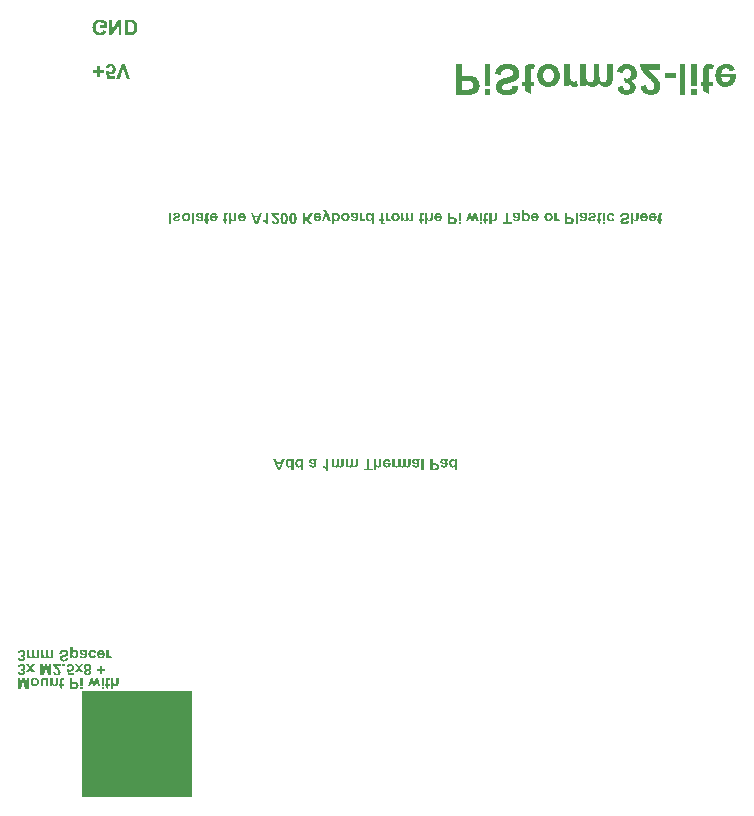
<source format=gbo>
G04*
G04 #@! TF.GenerationSoftware,Altium Limited,Altium Designer,22.6.1 (34)*
G04*
G04 Layer_Color=32896*
%FSLAX25Y25*%
%MOIN*%
G70*
G04*
G04 #@! TF.SameCoordinates,5882E60C-0619-4AF0-9705-53F345807C1B*
G04*
G04*
G04 #@! TF.FilePolarity,Positive*
G04*
G01*
G75*
%ADD96R,0.37026X0.35349*%
G36*
X137629Y363254D02*
X137709Y363250D01*
X137858Y363229D01*
X138000Y363196D01*
X138131Y363152D01*
X138251Y363105D01*
X138364Y363047D01*
X138466Y362988D01*
X138557Y362923D01*
X138637Y362861D01*
X138710Y362803D01*
X138772Y362744D01*
X138819Y362697D01*
X138859Y362653D01*
X138888Y362621D01*
X138903Y362599D01*
X138910Y362592D01*
X138975Y362497D01*
X139030Y362402D01*
X139077Y362308D01*
X139121Y362213D01*
X139157Y362118D01*
X139187Y362027D01*
X139208Y361936D01*
X139230Y361853D01*
X139245Y361776D01*
X139256Y361703D01*
X139263Y361642D01*
X139267Y361587D01*
X139270Y361543D01*
X139274Y361510D01*
Y361489D01*
Y361481D01*
X139270Y361343D01*
X139256Y361216D01*
X139234Y361092D01*
X139205Y360976D01*
X139172Y360870D01*
X139132Y360768D01*
X139092Y360677D01*
X139052Y360593D01*
X139008Y360520D01*
X138968Y360455D01*
X138932Y360397D01*
X138895Y360349D01*
X138866Y360313D01*
X138844Y360287D01*
X138830Y360269D01*
X138826Y360266D01*
X138739Y360182D01*
X138651Y360109D01*
X138560Y360047D01*
X138466Y359993D01*
X138375Y359949D01*
X138284Y359909D01*
X138196Y359880D01*
X138113Y359854D01*
X138036Y359836D01*
X137963Y359822D01*
X137902Y359811D01*
X137843Y359803D01*
X137800Y359800D01*
X137767Y359796D01*
X137676D01*
X137614Y359803D01*
X137490Y359822D01*
X137381Y359847D01*
X137327Y359862D01*
X137279Y359876D01*
X137235Y359894D01*
X137195Y359909D01*
X137163Y359924D01*
X137130Y359934D01*
X137108Y359945D01*
X137090Y359953D01*
X137079Y359956D01*
X137075Y359960D01*
X137232Y359101D01*
X139052D01*
Y358198D01*
X136500D01*
X136005Y360819D01*
X136784Y360932D01*
X136846Y360866D01*
X136911Y360812D01*
X136977Y360761D01*
X137039Y360721D01*
X137104Y360684D01*
X137166Y360655D01*
X137224Y360630D01*
X137283Y360612D01*
X137334Y360593D01*
X137381Y360582D01*
X137425Y360575D01*
X137461Y360571D01*
X137490Y360568D01*
X137512Y360564D01*
X137530D01*
X137592Y360568D01*
X137650Y360575D01*
X137701Y360586D01*
X137756Y360600D01*
X137847Y360637D01*
X137887Y360659D01*
X137923Y360681D01*
X137956Y360702D01*
X137985Y360724D01*
X138011Y360742D01*
X138033Y360761D01*
X138047Y360775D01*
X138058Y360786D01*
X138065Y360793D01*
X138069Y360797D01*
X138105Y360844D01*
X138138Y360895D01*
X138167Y360946D01*
X138193Y361005D01*
X138211Y361063D01*
X138229Y361121D01*
X138255Y361234D01*
X138262Y361288D01*
X138269Y361336D01*
X138273Y361380D01*
X138277Y361420D01*
X138280Y361452D01*
Y361474D01*
Y361492D01*
Y361496D01*
X138277Y361587D01*
X138273Y361671D01*
X138262Y361751D01*
X138247Y361824D01*
X138233Y361889D01*
X138215Y361951D01*
X138193Y362006D01*
X138175Y362056D01*
X138156Y362100D01*
X138135Y362137D01*
X138116Y362169D01*
X138102Y362195D01*
X138087Y362217D01*
X138080Y362231D01*
X138073Y362239D01*
X138069Y362242D01*
X138029Y362286D01*
X137989Y362322D01*
X137945Y362355D01*
X137902Y362384D01*
X137858Y362406D01*
X137818Y362428D01*
X137738Y362457D01*
X137665Y362472D01*
X137636Y362479D01*
X137610Y362482D01*
X137589Y362486D01*
X137559D01*
X137512Y362482D01*
X137465Y362479D01*
X137374Y362457D01*
X137294Y362428D01*
X137224Y362391D01*
X137170Y362355D01*
X137144Y362340D01*
X137126Y362326D01*
X137112Y362315D01*
X137101Y362304D01*
X137093Y362300D01*
X137090Y362297D01*
X137054Y362260D01*
X137021Y362220D01*
X136970Y362137D01*
X136926Y362049D01*
X136893Y361965D01*
X136872Y361893D01*
X136864Y361860D01*
X136861Y361835D01*
X136853Y361813D01*
Y361794D01*
X136850Y361784D01*
Y361780D01*
X135889Y361882D01*
X135907Y361998D01*
X135936Y362104D01*
X135969Y362209D01*
X136005Y362304D01*
X136049Y362395D01*
X136092Y362475D01*
X136136Y362552D01*
X136184Y362621D01*
X136227Y362683D01*
X136271Y362734D01*
X136307Y362781D01*
X136344Y362817D01*
X136373Y362846D01*
X136395Y362868D01*
X136409Y362883D01*
X136413Y362887D01*
X136497Y362952D01*
X136588Y363010D01*
X136682Y363057D01*
X136777Y363101D01*
X136872Y363138D01*
X136966Y363167D01*
X137057Y363192D01*
X137144Y363210D01*
X137228Y363225D01*
X137305Y363240D01*
X137374Y363247D01*
X137432Y363250D01*
X137483Y363254D01*
X137519Y363258D01*
X137548D01*
X137629Y363254D01*
D02*
G37*
G36*
X133956Y361139D02*
X135277D01*
Y360237D01*
X133956D01*
Y358930D01*
X133075D01*
Y360237D01*
X131757D01*
Y361139D01*
X133075D01*
Y362446D01*
X133956D01*
Y361139D01*
D02*
G37*
G36*
X144177Y358133D02*
X143096D01*
X141866Y361860D01*
X140588Y358133D01*
X139489D01*
X141287Y363170D01*
X142382D01*
X144177Y358133D01*
D02*
G37*
G36*
X337331Y363201D02*
X337615Y363172D01*
X337754Y363150D01*
X337878Y363128D01*
X337994Y363099D01*
X338104Y363070D01*
X338198Y363048D01*
X338286Y363019D01*
X338366Y362997D01*
X338432Y362975D01*
X338483Y362961D01*
X338519Y362946D01*
X338541Y362931D01*
X338548D01*
X338381Y361430D01*
X338198Y361488D01*
X338046Y361532D01*
X337907Y361568D01*
X337798Y361590D01*
X337710Y361605D01*
X337652Y361612D01*
X337601D01*
X337535Y361605D01*
X337470Y361597D01*
X337411Y361583D01*
X337368Y361561D01*
X337324Y361546D01*
X337295Y361532D01*
X337280Y361525D01*
X337273Y361517D01*
X337229Y361481D01*
X337193Y361437D01*
X337163Y361401D01*
X337141Y361364D01*
X337127Y361328D01*
X337112Y361298D01*
X337105Y361284D01*
Y361277D01*
X337098Y361240D01*
X337090Y361189D01*
Y361123D01*
X337083Y361051D01*
Y360963D01*
X337076Y360876D01*
Y360693D01*
X337069Y360519D01*
Y360438D01*
Y360373D01*
Y360307D01*
Y360263D01*
Y360234D01*
Y360227D01*
Y357274D01*
X338388D01*
Y355736D01*
X337069D01*
Y353148D01*
X335137Y354286D01*
Y355736D01*
X334247D01*
Y357274D01*
X335137D01*
Y360468D01*
Y360650D01*
Y360817D01*
X335144Y360978D01*
Y361116D01*
X335151Y361240D01*
X335159Y361350D01*
Y361452D01*
X335166Y361532D01*
X335173Y361605D01*
X335180Y361670D01*
Y361721D01*
X335188Y361765D01*
Y361794D01*
X335195Y361816D01*
Y361823D01*
Y361831D01*
X335224Y361998D01*
X335268Y362151D01*
X335312Y362283D01*
X335355Y362392D01*
X335399Y362472D01*
X335436Y362538D01*
X335457Y362574D01*
X335465Y362589D01*
X335545Y362691D01*
X335647Y362778D01*
X335742Y362851D01*
X335844Y362917D01*
X335939Y362968D01*
X336012Y363012D01*
X336041Y363026D01*
X336063Y363034D01*
X336070Y363041D01*
X336077D01*
X336238Y363099D01*
X336405Y363143D01*
X336558Y363172D01*
X336704Y363194D01*
X336835Y363209D01*
X336886D01*
X336930Y363216D01*
X337018D01*
X337331Y363201D01*
D02*
G37*
G36*
X277816Y363201D02*
X278100Y363172D01*
X278238Y363150D01*
X278362Y363128D01*
X278479Y363099D01*
X278588Y363070D01*
X278683Y363048D01*
X278770Y363019D01*
X278851Y362997D01*
X278916Y362975D01*
X278967Y362961D01*
X279004Y362946D01*
X279026Y362931D01*
X279033D01*
X278865Y361430D01*
X278683Y361488D01*
X278530Y361532D01*
X278391Y361568D01*
X278282Y361590D01*
X278195Y361605D01*
X278136Y361612D01*
X278085D01*
X278020Y361605D01*
X277954Y361597D01*
X277896Y361583D01*
X277852Y361561D01*
X277808Y361546D01*
X277779Y361532D01*
X277764Y361525D01*
X277757Y361517D01*
X277713Y361481D01*
X277677Y361437D01*
X277648Y361401D01*
X277626Y361364D01*
X277611Y361328D01*
X277597Y361298D01*
X277590Y361284D01*
Y361277D01*
X277582Y361240D01*
X277575Y361189D01*
Y361123D01*
X277568Y361051D01*
Y360963D01*
X277560Y360876D01*
Y360693D01*
X277553Y360519D01*
Y360438D01*
Y360373D01*
Y360307D01*
Y360263D01*
Y360234D01*
Y360227D01*
Y357274D01*
X278872D01*
Y355736D01*
X277553D01*
Y353148D01*
X275621Y354286D01*
Y355736D01*
X274732D01*
Y357274D01*
X275621D01*
Y360467D01*
Y360650D01*
Y360817D01*
X275628Y360978D01*
Y361116D01*
X275636Y361240D01*
X275643Y361350D01*
Y361452D01*
X275650Y361532D01*
X275658Y361605D01*
X275665Y361670D01*
Y361721D01*
X275672Y361765D01*
Y361794D01*
X275679Y361816D01*
Y361823D01*
Y361831D01*
X275709Y361998D01*
X275752Y362151D01*
X275796Y362283D01*
X275840Y362392D01*
X275884Y362472D01*
X275920Y362538D01*
X275942Y362574D01*
X275949Y362589D01*
X276029Y362691D01*
X276132Y362778D01*
X276226Y362851D01*
X276328Y362917D01*
X276423Y362968D01*
X276496Y363012D01*
X276525Y363026D01*
X276547Y363034D01*
X276554Y363041D01*
X276562D01*
X276722Y363099D01*
X276890Y363143D01*
X277043Y363172D01*
X277188Y363194D01*
X277320Y363209D01*
X277371D01*
X277414Y363216D01*
X277502D01*
X277816Y363201D01*
D02*
G37*
G36*
X342937Y363209D02*
X343148Y363194D01*
X343353Y363165D01*
X343542Y363128D01*
X343717Y363092D01*
X343885Y363041D01*
X344030Y362990D01*
X344169Y362939D01*
X344293Y362888D01*
X344410Y362844D01*
X344497Y362793D01*
X344577Y362756D01*
X344643Y362720D01*
X344687Y362691D01*
X344716Y362676D01*
X344723Y362669D01*
X344869Y362560D01*
X345007Y362443D01*
X345131Y362312D01*
X345248Y362181D01*
X345350Y362049D01*
X345452Y361911D01*
X345540Y361780D01*
X345613Y361648D01*
X345685Y361532D01*
X345744Y361415D01*
X345795Y361313D01*
X345831Y361226D01*
X345868Y361153D01*
X345889Y361094D01*
X345897Y361065D01*
X345904Y361051D01*
X343980Y360730D01*
X343914Y360927D01*
X343841Y361087D01*
X343761Y361226D01*
X343681Y361335D01*
X343615Y361422D01*
X343557Y361481D01*
X343520Y361517D01*
X343513Y361532D01*
X343506D01*
X343382Y361612D01*
X343258Y361670D01*
X343127Y361714D01*
X343010Y361743D01*
X342901Y361758D01*
X342820Y361765D01*
X342784Y361772D01*
X342740D01*
X342616Y361765D01*
X342500Y361751D01*
X342390Y361729D01*
X342281Y361700D01*
X342091Y361619D01*
X342004Y361583D01*
X341931Y361532D01*
X341858Y361488D01*
X341800Y361452D01*
X341741Y361408D01*
X341698Y361371D01*
X341661Y361342D01*
X341639Y361320D01*
X341625Y361306D01*
X341618Y361298D01*
X341537Y361204D01*
X341472Y361102D01*
X341413Y360992D01*
X341355Y360883D01*
X341311Y360774D01*
X341275Y360664D01*
X341224Y360446D01*
X341202Y360344D01*
X341187Y360256D01*
X341173Y360169D01*
X341166Y360096D01*
Y360037D01*
X341158Y359994D01*
Y359964D01*
Y359957D01*
X346006D01*
X345999Y359556D01*
X345977Y359177D01*
X345933Y358827D01*
X345882Y358506D01*
X345809Y358208D01*
X345736Y357938D01*
X345649Y357690D01*
X345562Y357471D01*
X345474Y357282D01*
X345394Y357114D01*
X345314Y356976D01*
X345241Y356859D01*
X345182Y356771D01*
X345139Y356706D01*
X345102Y356669D01*
X345095Y356655D01*
X344913Y356465D01*
X344716Y356298D01*
X344512Y356152D01*
X344300Y356028D01*
X344082Y355926D01*
X343870Y355838D01*
X343659Y355765D01*
X343462Y355707D01*
X343272Y355663D01*
X343090Y355634D01*
X342937Y355605D01*
X342798Y355590D01*
X342682Y355583D01*
X342638D01*
X342602Y355576D01*
X342529D01*
X342259Y355590D01*
X342004Y355620D01*
X341763Y355671D01*
X341537Y355736D01*
X341326Y355816D01*
X341129Y355904D01*
X340947Y355999D01*
X340779Y356093D01*
X340633Y356188D01*
X340502Y356283D01*
X340386Y356370D01*
X340291Y356451D01*
X340218Y356516D01*
X340167Y356567D01*
X340138Y356596D01*
X340123Y356611D01*
X339955Y356815D01*
X339810Y357027D01*
X339686Y357253D01*
X339576Y357486D01*
X339482Y357726D01*
X339409Y357960D01*
X339343Y358193D01*
X339292Y358419D01*
X339256Y358630D01*
X339226Y358827D01*
X339205Y359002D01*
X339190Y359155D01*
X339183Y359221D01*
Y359279D01*
Y359330D01*
X339175Y359374D01*
Y359410D01*
Y359432D01*
Y359447D01*
Y359454D01*
X339183Y359731D01*
X339205Y360001D01*
X339241Y360256D01*
X339292Y360489D01*
X339343Y360715D01*
X339401Y360919D01*
X339467Y361109D01*
X339540Y361284D01*
X339605Y361444D01*
X339671Y361583D01*
X339729Y361700D01*
X339788Y361794D01*
X339831Y361874D01*
X339868Y361933D01*
X339890Y361962D01*
X339897Y361977D01*
X340079Y362195D01*
X340283Y362385D01*
X340495Y362552D01*
X340721Y362691D01*
X340954Y362815D01*
X341187Y362910D01*
X341421Y362997D01*
X341647Y363063D01*
X341865Y363114D01*
X342070Y363150D01*
X342245Y363179D01*
X342405Y363194D01*
X342478Y363201D01*
X342536Y363209D01*
X342587D01*
X342638Y363216D01*
X342718D01*
X342937Y363209D01*
D02*
G37*
G36*
X326104Y358426D02*
X322306D01*
Y360358D01*
X326104D01*
Y358426D01*
D02*
G37*
G36*
X309943Y363216D02*
X310198Y363179D01*
X310438Y363136D01*
X310664Y363077D01*
X310883Y363004D01*
X311080Y362924D01*
X311262Y362844D01*
X311430Y362756D01*
X311576Y362669D01*
X311714Y362582D01*
X311823Y362509D01*
X311918Y362436D01*
X311991Y362377D01*
X312049Y362326D01*
X312078Y362297D01*
X312093Y362290D01*
X312268Y362108D01*
X312414Y361926D01*
X312545Y361736D01*
X312662Y361539D01*
X312749Y361350D01*
X312829Y361160D01*
X312895Y360978D01*
X312946Y360803D01*
X312990Y360642D01*
X313019Y360497D01*
X313041Y360358D01*
X313055Y360249D01*
X313063Y360154D01*
X313070Y360081D01*
Y360037D01*
Y360023D01*
X313063Y359855D01*
X313048Y359695D01*
X313019Y359542D01*
X312990Y359396D01*
X312953Y359257D01*
X312910Y359126D01*
X312859Y359010D01*
X312815Y358900D01*
X312764Y358805D01*
X312713Y358718D01*
X312669Y358638D01*
X312632Y358579D01*
X312603Y358528D01*
X312574Y358492D01*
X312560Y358470D01*
X312552Y358463D01*
X312450Y358346D01*
X312341Y358244D01*
X312232Y358142D01*
X312115Y358062D01*
X312006Y357982D01*
X311889Y357916D01*
X311772Y357858D01*
X311663Y357807D01*
X311561Y357763D01*
X311466Y357726D01*
X311386Y357690D01*
X311313Y357668D01*
X311247Y357653D01*
X311204Y357639D01*
X311175Y357632D01*
X311167D01*
X311298Y357559D01*
X311422Y357478D01*
X311539Y357398D01*
X311648Y357311D01*
X311750Y357231D01*
X311845Y357143D01*
X312013Y356968D01*
X312151Y356786D01*
X312268Y356611D01*
X312363Y356436D01*
X312443Y356276D01*
X312501Y356115D01*
X312545Y355970D01*
X312581Y355846D01*
X312603Y355729D01*
X312618Y355634D01*
X312625Y355569D01*
Y355525D01*
Y355510D01*
X312618Y355335D01*
X312596Y355168D01*
X312560Y355007D01*
X312516Y354854D01*
X312458Y354708D01*
X312399Y354570D01*
X312334Y354439D01*
X312268Y354322D01*
X312202Y354213D01*
X312137Y354118D01*
X312078Y354038D01*
X312020Y353965D01*
X311976Y353906D01*
X311940Y353870D01*
X311918Y353841D01*
X311911Y353834D01*
X311743Y353673D01*
X311568Y353535D01*
X311379Y353411D01*
X311189Y353309D01*
X311000Y353221D01*
X310810Y353141D01*
X310628Y353083D01*
X310445Y353039D01*
X310278Y352995D01*
X310125Y352973D01*
X309986Y352952D01*
X309862Y352937D01*
X309768Y352930D01*
X309695Y352922D01*
X309476D01*
X309323Y352937D01*
X309038Y352973D01*
X308907Y352995D01*
X308783Y353024D01*
X308667Y353046D01*
X308557Y353075D01*
X308463Y353104D01*
X308375Y353134D01*
X308302Y353163D01*
X308237Y353185D01*
X308186Y353207D01*
X308149Y353221D01*
X308127Y353228D01*
X308120Y353236D01*
X307879Y353360D01*
X307777Y353433D01*
X307675Y353505D01*
X307580Y353571D01*
X307493Y353644D01*
X307413Y353717D01*
X307347Y353783D01*
X307282Y353848D01*
X307223Y353906D01*
X307180Y353958D01*
X307143Y354009D01*
X307107Y354045D01*
X307085Y354074D01*
X307078Y354089D01*
X307070Y354096D01*
X307005Y354205D01*
X306939Y354315D01*
X306830Y354555D01*
X306735Y354803D01*
X306655Y355036D01*
X306618Y355138D01*
X306596Y355241D01*
X306567Y355328D01*
X306553Y355408D01*
X306538Y355474D01*
X306523Y355518D01*
X306516Y355554D01*
Y355561D01*
X308295Y355860D01*
X308310Y355744D01*
X308331Y355627D01*
X308361Y355525D01*
X308390Y355430D01*
X308426Y355335D01*
X308463Y355255D01*
X308499Y355182D01*
X308536Y355117D01*
X308572Y355058D01*
X308601Y355007D01*
X308638Y354963D01*
X308660Y354927D01*
X308689Y354898D01*
X308703Y354876D01*
X308711Y354869D01*
X308718Y354861D01*
X308783Y354803D01*
X308856Y354745D01*
X309002Y354657D01*
X309148Y354599D01*
X309279Y354555D01*
X309396Y354526D01*
X309447Y354519D01*
X309490D01*
X309520Y354511D01*
X309571D01*
X309753Y354526D01*
X309906Y354562D01*
X310045Y354606D01*
X310161Y354665D01*
X310256Y354723D01*
X310322Y354767D01*
X310365Y354803D01*
X310380Y354818D01*
X310482Y354942D01*
X310555Y355073D01*
X310613Y355204D01*
X310650Y355335D01*
X310671Y355452D01*
X310679Y355496D01*
Y355539D01*
X310686Y355576D01*
Y355605D01*
Y355620D01*
Y355627D01*
X310679Y355736D01*
X310671Y355838D01*
X310650Y355940D01*
X310620Y356028D01*
X310555Y356195D01*
X310482Y356334D01*
X310438Y356392D01*
X310402Y356443D01*
X310365Y356487D01*
X310336Y356524D01*
X310307Y356553D01*
X310285Y356575D01*
X310278Y356582D01*
X310271Y356589D01*
X310190Y356655D01*
X310103Y356706D01*
X310008Y356750D01*
X309906Y356793D01*
X309709Y356852D01*
X309512Y356888D01*
X309425Y356903D01*
X309337Y356910D01*
X309264Y356917D01*
X309199Y356925D01*
X309068D01*
X308856Y358499D01*
X309038Y358448D01*
X309206Y358412D01*
X309359Y358390D01*
X309490Y358368D01*
X309593Y358361D01*
X309636D01*
X309673Y358353D01*
X309738D01*
X309840Y358361D01*
X309943Y358375D01*
X310037Y358390D01*
X310125Y358419D01*
X310285Y358492D01*
X310424Y358565D01*
X310540Y358645D01*
X310584Y358681D01*
X310620Y358718D01*
X310657Y358747D01*
X310679Y358762D01*
X310686Y358776D01*
X310693Y358784D01*
X310766Y358864D01*
X310825Y358958D01*
X310876Y359053D01*
X310919Y359148D01*
X310992Y359337D01*
X311036Y359527D01*
X311058Y359607D01*
X311065Y359687D01*
X311072Y359760D01*
X311080Y359819D01*
X311087Y359870D01*
Y359913D01*
Y359935D01*
Y359943D01*
X311080Y360081D01*
X311072Y360220D01*
X311051Y360344D01*
X311021Y360460D01*
X310992Y360570D01*
X310956Y360672D01*
X310919Y360759D01*
X310883Y360846D01*
X310839Y360919D01*
X310803Y360985D01*
X310766Y361036D01*
X310737Y361087D01*
X310708Y361123D01*
X310686Y361145D01*
X310679Y361160D01*
X310671Y361167D01*
X310591Y361247D01*
X310511Y361313D01*
X310431Y361379D01*
X310344Y361430D01*
X310256Y361473D01*
X310176Y361510D01*
X310015Y361561D01*
X309877Y361597D01*
X309819Y361605D01*
X309768Y361612D01*
X309724Y361619D01*
X309665D01*
X309563Y361612D01*
X309469Y361605D01*
X309286Y361561D01*
X309126Y361503D01*
X308987Y361430D01*
X308871Y361364D01*
X308827Y361335D01*
X308791Y361306D01*
X308762Y361284D01*
X308740Y361262D01*
X308725Y361255D01*
X308718Y361247D01*
X308652Y361175D01*
X308587Y361094D01*
X308485Y360912D01*
X308397Y360730D01*
X308339Y360555D01*
X308310Y360475D01*
X308295Y360395D01*
X308273Y360329D01*
X308266Y360263D01*
X308251Y360212D01*
Y360176D01*
X308244Y360154D01*
Y360147D01*
X306370Y360380D01*
X306407Y360613D01*
X306458Y360832D01*
X306516Y361043D01*
X306589Y361233D01*
X306677Y361415D01*
X306764Y361590D01*
X306852Y361743D01*
X306946Y361882D01*
X307034Y362006D01*
X307121Y362122D01*
X307202Y362217D01*
X307267Y362290D01*
X307325Y362355D01*
X307376Y362399D01*
X307406Y362428D01*
X307413Y362436D01*
X307588Y362574D01*
X307770Y362698D01*
X307960Y362800D01*
X308149Y362888D01*
X308339Y362968D01*
X308528Y363034D01*
X308711Y363085D01*
X308886Y363121D01*
X309053Y363158D01*
X309199Y363179D01*
X309337Y363201D01*
X309454Y363209D01*
X309549Y363216D01*
X309622Y363223D01*
X309680D01*
X309943Y363216D01*
D02*
G37*
G36*
X304920Y358383D02*
Y358193D01*
X304912Y358018D01*
X304898Y357850D01*
X304890Y357704D01*
X304876Y357566D01*
X304854Y357442D01*
X304839Y357333D01*
X304818Y357231D01*
X304796Y357143D01*
X304781Y357070D01*
X304767Y357005D01*
X304745Y356954D01*
X304737Y356917D01*
X304723Y356888D01*
X304716Y356873D01*
Y356866D01*
X304599Y356640D01*
X304533Y356538D01*
X304468Y356451D01*
X304402Y356363D01*
X304329Y356283D01*
X304264Y356210D01*
X304198Y356144D01*
X304132Y356093D01*
X304074Y356042D01*
X304023Y355999D01*
X303979Y355962D01*
X303936Y355940D01*
X303906Y355919D01*
X303892Y355904D01*
X303885D01*
X303775Y355846D01*
X303666Y355795D01*
X303440Y355714D01*
X303207Y355656D01*
X302995Y355620D01*
X302900Y355605D01*
X302806Y355590D01*
X302725Y355583D01*
X302660D01*
X302602Y355576D01*
X302521D01*
X302288Y355590D01*
X302069Y355620D01*
X301865Y355671D01*
X301770Y355693D01*
X301683Y355722D01*
X301610Y355751D01*
X301537Y355773D01*
X301479Y355802D01*
X301420Y355824D01*
X301384Y355838D01*
X301355Y355853D01*
X301333Y355868D01*
X301326D01*
X301122Y355991D01*
X300932Y356130D01*
X300757Y356276D01*
X300604Y356414D01*
X300531Y356480D01*
X300473Y356545D01*
X300422Y356596D01*
X300378Y356647D01*
X300342Y356684D01*
X300312Y356713D01*
X300298Y356735D01*
X300290Y356742D01*
X300159Y356538D01*
X300021Y356356D01*
X299882Y356210D01*
X299744Y356086D01*
X299627Y355991D01*
X299576Y355955D01*
X299532Y355919D01*
X299496Y355897D01*
X299467Y355882D01*
X299452Y355868D01*
X299445D01*
X299241Y355773D01*
X299037Y355700D01*
X298833Y355649D01*
X298643Y355612D01*
X298555Y355598D01*
X298475Y355590D01*
X298402Y355583D01*
X298344D01*
X298293Y355576D01*
X298228D01*
X297987Y355590D01*
X297754Y355627D01*
X297528Y355685D01*
X297316Y355758D01*
X297112Y355846D01*
X296930Y355940D01*
X296755Y356050D01*
X296595Y356152D01*
X296449Y356261D01*
X296325Y356370D01*
X296215Y356465D01*
X296121Y356553D01*
X296048Y356626D01*
X295997Y356684D01*
X295968Y356720D01*
X295953Y356735D01*
Y355736D01*
X294174D01*
Y363048D01*
X296106D01*
Y359505D01*
Y359316D01*
X296113Y359133D01*
X296121Y358973D01*
X296128Y358820D01*
X296143Y358689D01*
X296157Y358565D01*
X296172Y358455D01*
X296186Y358353D01*
X296194Y358266D01*
X296208Y358193D01*
X296223Y358135D01*
X296237Y358084D01*
X296245Y358047D01*
X296252Y358018D01*
X296259Y358003D01*
Y357996D01*
X296325Y357836D01*
X296405Y357697D01*
X296485Y357581D01*
X296573Y357478D01*
X296646Y357406D01*
X296711Y357347D01*
X296755Y357318D01*
X296762Y357304D01*
X296769D01*
X296908Y357223D01*
X297046Y357158D01*
X297185Y357114D01*
X297309Y357085D01*
X297418Y357070D01*
X297462Y357063D01*
X297506Y357056D01*
X297579D01*
X297710Y357063D01*
X297827Y357078D01*
X297929Y357107D01*
X298009Y357129D01*
X298074Y357158D01*
X298125Y357187D01*
X298155Y357202D01*
X298162Y357209D01*
X298242Y357274D01*
X298308Y357347D01*
X298359Y357420D01*
X298402Y357500D01*
X298439Y357566D01*
X298461Y357624D01*
X298475Y357661D01*
X298483Y357668D01*
Y357675D01*
X298504Y357741D01*
X298519Y357821D01*
X298534Y357916D01*
X298548Y358018D01*
X298563Y358244D01*
X298577Y358477D01*
X298585Y358587D01*
Y358696D01*
X298592Y358791D01*
Y358871D01*
Y358944D01*
Y359002D01*
Y359031D01*
Y359046D01*
Y363048D01*
X300524D01*
Y359542D01*
Y359352D01*
X300531Y359184D01*
X300538Y359024D01*
X300546Y358871D01*
X300560Y358732D01*
X300575Y358616D01*
X300589Y358499D01*
X300604Y358404D01*
X300611Y358317D01*
X300626Y358237D01*
X300641Y358178D01*
X300655Y358120D01*
X300662Y358084D01*
X300670Y358054D01*
X300677Y358040D01*
Y358033D01*
X300743Y357865D01*
X300823Y357712D01*
X300910Y357588D01*
X300998Y357486D01*
X301071Y357406D01*
X301136Y357347D01*
X301180Y357318D01*
X301187Y357304D01*
X301195D01*
X301333Y357223D01*
X301464Y357158D01*
X301595Y357114D01*
X301712Y357085D01*
X301814Y357070D01*
X301894Y357056D01*
X301960D01*
X302062Y357063D01*
X302157Y357070D01*
X302244Y357092D01*
X302325Y357121D01*
X302463Y357187D01*
X302580Y357260D01*
X302667Y357340D01*
X302733Y357406D01*
X302755Y357435D01*
X302769Y357457D01*
X302784Y357464D01*
Y357471D01*
X302820Y357537D01*
X302849Y357624D01*
X302878Y357719D01*
X302900Y357828D01*
X302937Y358054D01*
X302966Y358295D01*
X302973Y358412D01*
X302981Y358521D01*
Y358616D01*
X302988Y358703D01*
Y358776D01*
Y358827D01*
Y358864D01*
Y358878D01*
Y363048D01*
X304920D01*
Y358383D01*
D02*
G37*
G36*
X333066Y355736D02*
X331135D01*
Y363048D01*
X333066D01*
Y355736D01*
D02*
G37*
G36*
X264154Y355736D02*
X262222D01*
Y363048D01*
X264154D01*
Y355736D01*
D02*
G37*
G36*
X290682Y360795D02*
Y360620D01*
Y360460D01*
X290690Y360154D01*
X290697Y359877D01*
X290704Y359622D01*
X290719Y359403D01*
X290733Y359199D01*
X290748Y359024D01*
X290762Y358871D01*
X290777Y358740D01*
X290792Y358630D01*
X290806Y358536D01*
X290821Y358463D01*
X290828Y358412D01*
X290835Y358375D01*
X290843Y358353D01*
Y358346D01*
X290872Y358244D01*
X290908Y358142D01*
X290945Y358054D01*
X290981Y357974D01*
X291018Y357901D01*
X291054Y357836D01*
X291120Y357719D01*
X291185Y357639D01*
X291236Y357581D01*
X291266Y357544D01*
X291280Y357537D01*
X291389Y357464D01*
X291506Y357406D01*
X291623Y357369D01*
X291732Y357340D01*
X291827Y357326D01*
X291907Y357311D01*
X292053D01*
X292133Y357326D01*
X292293Y357362D01*
X292446Y357413D01*
X292585Y357471D01*
X292709Y357530D01*
X292760Y357559D01*
X292804Y357581D01*
X292833Y357603D01*
X292862Y357617D01*
X292877Y357624D01*
X292884Y357632D01*
X293489Y355948D01*
X293372Y355882D01*
X293256Y355824D01*
X293139Y355773D01*
X293030Y355729D01*
X292811Y355663D01*
X292614Y355620D01*
X292527Y355605D01*
X292446Y355598D01*
X292381Y355590D01*
X292323Y355583D01*
X292271Y355576D01*
X292206D01*
X292038Y355583D01*
X291878Y355612D01*
X291739Y355649D01*
X291616Y355693D01*
X291513Y355736D01*
X291433Y355773D01*
X291404Y355787D01*
X291382Y355802D01*
X291375Y355809D01*
X291368D01*
X291302Y355860D01*
X291229Y355919D01*
X291156Y355984D01*
X291083Y356057D01*
X290945Y356217D01*
X290821Y356378D01*
X290711Y356531D01*
X290661Y356604D01*
X290624Y356662D01*
X290588Y356706D01*
X290566Y356750D01*
X290551Y356771D01*
X290544Y356779D01*
Y355736D01*
X288751D01*
Y363048D01*
X290682D01*
Y360795D01*
D02*
G37*
G36*
X283852Y363201D02*
X284136Y363172D01*
X284406Y363114D01*
X284661Y363048D01*
X284901Y362961D01*
X285120Y362873D01*
X285324Y362771D01*
X285514Y362669D01*
X285681Y362574D01*
X285827Y362472D01*
X285951Y362385D01*
X286061Y362297D01*
X286141Y362232D01*
X286199Y362173D01*
X286235Y362144D01*
X286250Y362130D01*
X286440Y361918D01*
X286607Y361699D01*
X286746Y361466D01*
X286870Y361240D01*
X286972Y361007D01*
X287059Y360781D01*
X287132Y360555D01*
X287190Y360344D01*
X287234Y360147D01*
X287263Y359964D01*
X287293Y359797D01*
X287307Y359658D01*
X287314Y359542D01*
Y359491D01*
X287322Y359454D01*
Y359425D01*
Y359403D01*
Y359388D01*
Y359381D01*
X287307Y359082D01*
X287278Y358791D01*
X287227Y358521D01*
X287154Y358259D01*
X287074Y358018D01*
X286986Y357792D01*
X286892Y357588D01*
X286789Y357398D01*
X286687Y357231D01*
X286593Y357085D01*
X286505Y356954D01*
X286425Y356852D01*
X286359Y356764D01*
X286301Y356706D01*
X286272Y356669D01*
X286257Y356655D01*
X286053Y356465D01*
X285835Y356298D01*
X285616Y356152D01*
X285390Y356028D01*
X285156Y355926D01*
X284930Y355838D01*
X284712Y355765D01*
X284500Y355707D01*
X284304Y355663D01*
X284121Y355634D01*
X283954Y355605D01*
X283815Y355590D01*
X283699Y355583D01*
X283655D01*
X283611Y355576D01*
X283538D01*
X283341Y355583D01*
X283144Y355598D01*
X282962Y355620D01*
X282780Y355649D01*
X282612Y355685D01*
X282452Y355729D01*
X282299Y355773D01*
X282160Y355816D01*
X282036Y355860D01*
X281927Y355904D01*
X281825Y355948D01*
X281745Y355984D01*
X281679Y356013D01*
X281628Y356035D01*
X281599Y356050D01*
X281592Y356057D01*
X281431Y356152D01*
X281286Y356254D01*
X281147Y356363D01*
X281016Y356472D01*
X280899Y356589D01*
X280790Y356698D01*
X280688Y356815D01*
X280593Y356925D01*
X280513Y357027D01*
X280447Y357121D01*
X280389Y357209D01*
X280338Y357289D01*
X280301Y357347D01*
X280272Y357398D01*
X280258Y357428D01*
X280250Y357435D01*
X280170Y357603D01*
X280097Y357770D01*
X280032Y357938D01*
X279973Y358105D01*
X279930Y358266D01*
X279893Y358419D01*
X279864Y358565D01*
X279835Y358703D01*
X279813Y358827D01*
X279798Y358944D01*
X279791Y359046D01*
X279784Y359126D01*
X279777Y359199D01*
Y359250D01*
Y359279D01*
Y359294D01*
X279784Y359527D01*
X279798Y359746D01*
X279820Y359957D01*
X279849Y360161D01*
X279886Y360351D01*
X279930Y360526D01*
X279966Y360686D01*
X280017Y360839D01*
X280061Y360970D01*
X280097Y361094D01*
X280141Y361196D01*
X280177Y361277D01*
X280207Y361350D01*
X280228Y361393D01*
X280243Y361430D01*
X280250Y361437D01*
X280345Y361597D01*
X280447Y361743D01*
X280557Y361882D01*
X280666Y362013D01*
X280783Y362130D01*
X280899Y362239D01*
X281009Y362341D01*
X281118Y362428D01*
X281227Y362509D01*
X281322Y362574D01*
X281410Y362633D01*
X281482Y362676D01*
X281548Y362713D01*
X281599Y362742D01*
X281628Y362756D01*
X281635Y362764D01*
X281810Y362844D01*
X281978Y362910D01*
X282153Y362975D01*
X282321Y363026D01*
X282481Y363070D01*
X282642Y363106D01*
X282794Y363136D01*
X282933Y363158D01*
X283064Y363179D01*
X283188Y363194D01*
X283290Y363201D01*
X283385Y363209D01*
X283451Y363216D01*
X283553D01*
X283852Y363201D01*
D02*
G37*
G36*
X320805Y361255D02*
X316955D01*
X317014Y361160D01*
X317079Y361065D01*
X317145Y360970D01*
X317211Y360890D01*
X317262Y360825D01*
X317313Y360766D01*
X317342Y360737D01*
X317349Y360723D01*
X317400Y360664D01*
X317473Y360591D01*
X317546Y360519D01*
X317634Y360431D01*
X317830Y360249D01*
X318027Y360059D01*
X318122Y359972D01*
X318209Y359884D01*
X318297Y359811D01*
X318370Y359746D01*
X318428Y359687D01*
X318479Y359644D01*
X318508Y359614D01*
X318515Y359607D01*
X318683Y359454D01*
X318836Y359308D01*
X318975Y359177D01*
X319099Y359053D01*
X319215Y358937D01*
X319318Y358827D01*
X319412Y358732D01*
X319492Y358645D01*
X319565Y358572D01*
X319624Y358506D01*
X319675Y358448D01*
X319718Y358397D01*
X319748Y358361D01*
X319769Y358339D01*
X319777Y358324D01*
X319784Y358317D01*
X319966Y358069D01*
X320127Y357836D01*
X320258Y357617D01*
X320316Y357515D01*
X320367Y357420D01*
X320411Y357340D01*
X320447Y357260D01*
X320484Y357194D01*
X320513Y357143D01*
X320528Y357092D01*
X320542Y357063D01*
X320557Y357041D01*
Y357034D01*
X320637Y356801D01*
X320703Y356567D01*
X320746Y356349D01*
X320776Y356152D01*
X320783Y356064D01*
X320790Y355984D01*
X320797Y355911D01*
X320805Y355853D01*
Y355802D01*
Y355765D01*
Y355744D01*
Y355736D01*
X320797Y355518D01*
X320768Y355306D01*
X320724Y355102D01*
X320673Y354912D01*
X320608Y354737D01*
X320535Y354570D01*
X320455Y354424D01*
X320374Y354286D01*
X320294Y354162D01*
X320214Y354045D01*
X320141Y353958D01*
X320076Y353877D01*
X320025Y353812D01*
X319981Y353768D01*
X319952Y353739D01*
X319944Y353731D01*
X319777Y353586D01*
X319602Y353462D01*
X319412Y353360D01*
X319215Y353265D01*
X319026Y353185D01*
X318829Y353119D01*
X318632Y353068D01*
X318450Y353024D01*
X318275Y352988D01*
X318115Y352966D01*
X317969Y352944D01*
X317845Y352937D01*
X317743Y352930D01*
X317663Y352922D01*
X317597D01*
X317349Y352930D01*
X317109Y352952D01*
X316883Y352988D01*
X316664Y353032D01*
X316467Y353083D01*
X316278Y353141D01*
X316103Y353207D01*
X315950Y353272D01*
X315811Y353338D01*
X315680Y353403D01*
X315578Y353462D01*
X315483Y353513D01*
X315417Y353556D01*
X315366Y353593D01*
X315330Y353615D01*
X315322Y353622D01*
X315162Y353761D01*
X315016Y353921D01*
X314885Y354089D01*
X314776Y354271D01*
X314674Y354461D01*
X314586Y354650D01*
X314513Y354840D01*
X314448Y355029D01*
X314397Y355204D01*
X314353Y355372D01*
X314317Y355518D01*
X314295Y355649D01*
X314273Y355758D01*
X314265Y355802D01*
X314258Y355838D01*
Y355868D01*
X314251Y355889D01*
Y355904D01*
Y355911D01*
X316176Y356101D01*
X316190Y355948D01*
X316205Y355809D01*
X316234Y355678D01*
X316263Y355554D01*
X316292Y355445D01*
X316329Y355343D01*
X316365Y355255D01*
X316402Y355175D01*
X316438Y355109D01*
X316467Y355051D01*
X316496Y355000D01*
X316525Y354963D01*
X316547Y354927D01*
X316569Y354905D01*
X316576Y354898D01*
X316584Y354891D01*
X316657Y354825D01*
X316729Y354767D01*
X316810Y354723D01*
X316883Y354679D01*
X317050Y354614D01*
X317203Y354570D01*
X317342Y354548D01*
X317400Y354533D01*
X317451D01*
X317495Y354526D01*
X317553D01*
X317663Y354533D01*
X317772Y354541D01*
X317962Y354577D01*
X318129Y354635D01*
X318268Y354701D01*
X318319Y354730D01*
X318370Y354767D01*
X318413Y354796D01*
X318450Y354818D01*
X318479Y354847D01*
X318501Y354861D01*
X318508Y354869D01*
X318515Y354876D01*
X318574Y354942D01*
X318632Y355022D01*
X318720Y355175D01*
X318778Y355343D01*
X318822Y355503D01*
X318851Y355649D01*
X318858Y355707D01*
Y355758D01*
X318865Y355809D01*
Y355838D01*
Y355860D01*
Y355868D01*
X318858Y355977D01*
X318851Y356086D01*
X318800Y356305D01*
X318741Y356502D01*
X318669Y356684D01*
X318625Y356764D01*
X318588Y356837D01*
X318559Y356895D01*
X318530Y356954D01*
X318501Y356997D01*
X318479Y357027D01*
X318472Y357048D01*
X318464Y357056D01*
X318399Y357143D01*
X318311Y357253D01*
X318209Y357369D01*
X318085Y357493D01*
X317962Y357632D01*
X317823Y357763D01*
X317553Y358040D01*
X317415Y358171D01*
X317291Y358295D01*
X317174Y358404D01*
X317072Y358506D01*
X316985Y358587D01*
X316919Y358652D01*
X316875Y358689D01*
X316868Y358696D01*
X316861Y358703D01*
X316569Y358980D01*
X316299Y359243D01*
X316059Y359483D01*
X315833Y359717D01*
X315636Y359935D01*
X315454Y360132D01*
X315301Y360314D01*
X315162Y360482D01*
X315045Y360628D01*
X314943Y360759D01*
X314856Y360868D01*
X314790Y360956D01*
X314747Y361029D01*
X314710Y361080D01*
X314688Y361116D01*
X314681Y361123D01*
X314586Y361298D01*
X314499Y361466D01*
X314419Y361641D01*
X314346Y361809D01*
X314287Y361977D01*
X314236Y362130D01*
X314185Y362283D01*
X314149Y362428D01*
X314112Y362560D01*
X314090Y362676D01*
X314069Y362786D01*
X314054Y362873D01*
X314039Y362946D01*
X314032Y363004D01*
X314025Y363034D01*
Y363048D01*
X320805D01*
Y361255D01*
D02*
G37*
G36*
X333066Y352959D02*
X331135D01*
Y354745D01*
X333066D01*
Y352959D01*
D02*
G37*
G36*
X329152D02*
X327220D01*
Y363048D01*
X329152D01*
Y352959D01*
D02*
G37*
G36*
X264154Y352959D02*
X262222D01*
Y354745D01*
X264154D01*
Y352959D01*
D02*
G37*
G36*
X254874Y359243D02*
X256449D01*
X256689Y359235D01*
X256908Y359228D01*
X257112Y359221D01*
X257301Y359214D01*
X257476Y359199D01*
X257629Y359184D01*
X257768Y359170D01*
X257899Y359162D01*
X258001Y359148D01*
X258096Y359133D01*
X258169Y359126D01*
X258235Y359119D01*
X258271Y359111D01*
X258300Y359104D01*
X258307D01*
X258512Y359053D01*
X258701Y358980D01*
X258876Y358900D01*
X259036Y358820D01*
X259109Y358783D01*
X259175Y358747D01*
X259226Y358711D01*
X259277Y358681D01*
X259314Y358660D01*
X259343Y358638D01*
X259357Y358630D01*
X259365Y358623D01*
X259547Y358477D01*
X259714Y358317D01*
X259860Y358149D01*
X259984Y357989D01*
X260086Y357850D01*
X260123Y357785D01*
X260159Y357734D01*
X260181Y357690D01*
X260203Y357661D01*
X260210Y357639D01*
X260217Y357632D01*
X260276Y357508D01*
X260334Y357384D01*
X260414Y357121D01*
X260480Y356859D01*
X260502Y356728D01*
X260516Y356611D01*
X260531Y356494D01*
X260545Y356392D01*
X260553Y356298D01*
Y356217D01*
X260560Y356152D01*
Y356108D01*
Y356072D01*
Y356064D01*
X260553Y355846D01*
X260538Y355634D01*
X260509Y355437D01*
X260465Y355248D01*
X260421Y355073D01*
X260370Y354912D01*
X260319Y354767D01*
X260268Y354635D01*
X260210Y354511D01*
X260159Y354410D01*
X260108Y354315D01*
X260064Y354242D01*
X260028Y354184D01*
X259999Y354140D01*
X259977Y354111D01*
X259970Y354103D01*
X259860Y353965D01*
X259744Y353841D01*
X259620Y353724D01*
X259496Y353622D01*
X259372Y353535D01*
X259255Y353454D01*
X259138Y353382D01*
X259029Y353323D01*
X258920Y353265D01*
X258825Y353221D01*
X258738Y353185D01*
X258665Y353156D01*
X258606Y353141D01*
X258555Y353126D01*
X258526Y353112D01*
X258519D01*
X258460Y353097D01*
X258402Y353083D01*
X258256Y353061D01*
X258089Y353039D01*
X257907Y353024D01*
X257710Y353010D01*
X257505Y352995D01*
X257097Y352981D01*
X256901Y352973D01*
X256718Y352966D01*
X256551D01*
X256398Y352959D01*
X252840D01*
Y363048D01*
X254874D01*
Y359243D01*
D02*
G37*
G36*
X270037Y363223D02*
X270270Y363216D01*
X270489Y363194D01*
X270693Y363172D01*
X270883Y363143D01*
X271065Y363114D01*
X271233Y363085D01*
X271386Y363048D01*
X271517Y363012D01*
X271641Y362983D01*
X271743Y362953D01*
X271823Y362924D01*
X271896Y362902D01*
X271947Y362880D01*
X271976Y362873D01*
X271984Y362866D01*
X272144Y362793D01*
X272297Y362713D01*
X272435Y362625D01*
X272567Y362530D01*
X272691Y362443D01*
X272800Y362348D01*
X272902Y362253D01*
X272997Y362166D01*
X273077Y362078D01*
X273150Y361998D01*
X273208Y361925D01*
X273259Y361867D01*
X273296Y361816D01*
X273325Y361772D01*
X273339Y361751D01*
X273347Y361743D01*
X273434Y361597D01*
X273507Y361459D01*
X273573Y361313D01*
X273631Y361167D01*
X273675Y361029D01*
X273719Y360898D01*
X273748Y360766D01*
X273777Y360642D01*
X273791Y360533D01*
X273806Y360431D01*
X273821Y360344D01*
X273828Y360263D01*
X273835Y360205D01*
Y360154D01*
Y360125D01*
Y360118D01*
X273828Y359943D01*
X273821Y359775D01*
X273799Y359614D01*
X273769Y359461D01*
X273740Y359323D01*
X273704Y359192D01*
X273668Y359068D01*
X273631Y358958D01*
X273595Y358856D01*
X273558Y358769D01*
X273522Y358696D01*
X273493Y358630D01*
X273463Y358579D01*
X273442Y358543D01*
X273434Y358521D01*
X273427Y358514D01*
X273347Y358397D01*
X273267Y358280D01*
X273084Y358076D01*
X272990Y357982D01*
X272895Y357901D01*
X272807Y357821D01*
X272720Y357756D01*
X272632Y357690D01*
X272559Y357639D01*
X272486Y357595D01*
X272428Y357551D01*
X272377Y357522D01*
X272341Y357500D01*
X272319Y357493D01*
X272311Y357486D01*
X272173Y357413D01*
X272013Y357347D01*
X271845Y357274D01*
X271670Y357209D01*
X271305Y357085D01*
X271123Y357034D01*
X270948Y356976D01*
X270781Y356932D01*
X270627Y356888D01*
X270482Y356852D01*
X270358Y356815D01*
X270256Y356793D01*
X270183Y356771D01*
X270154Y356764D01*
X270132D01*
X270125Y356757D01*
X270117D01*
X269855Y356691D01*
X269607Y356626D01*
X269395Y356567D01*
X269199Y356502D01*
X269024Y356443D01*
X268871Y356385D01*
X268739Y356334D01*
X268623Y356283D01*
X268528Y356239D01*
X268448Y356203D01*
X268382Y356166D01*
X268331Y356137D01*
X268287Y356108D01*
X268266Y356093D01*
X268251Y356079D01*
X268244D01*
X268142Y355977D01*
X268069Y355875D01*
X268018Y355773D01*
X267981Y355678D01*
X267959Y355590D01*
X267952Y355525D01*
X267945Y355481D01*
Y355474D01*
Y355467D01*
X267952Y355394D01*
X267959Y355328D01*
X267996Y355204D01*
X268047Y355102D01*
X268105Y355014D01*
X268163Y354942D01*
X268215Y354891D01*
X268251Y354854D01*
X268266Y354847D01*
X268368Y354781D01*
X268470Y354723D01*
X268579Y354672D01*
X268696Y354628D01*
X268929Y354562D01*
X269148Y354519D01*
X269257Y354504D01*
X269352Y354497D01*
X269439Y354490D01*
X269512Y354482D01*
X269570Y354475D01*
X269811D01*
X269964Y354490D01*
X270095Y354504D01*
X270219Y354526D01*
X270336Y354555D01*
X270445Y354584D01*
X270540Y354614D01*
X270627Y354643D01*
X270700Y354679D01*
X270766Y354708D01*
X270824Y354737D01*
X270868Y354767D01*
X270905Y354788D01*
X270926Y354803D01*
X270941Y354810D01*
X270948Y354818D01*
X271028Y354883D01*
X271094Y354963D01*
X271218Y355138D01*
X271313Y355321D01*
X271393Y355503D01*
X271422Y355590D01*
X271444Y355671D01*
X271466Y355744D01*
X271480Y355809D01*
X271495Y355860D01*
X271502Y355897D01*
X271510Y355926D01*
Y355933D01*
X273544Y355846D01*
X273522Y355590D01*
X273485Y355350D01*
X273434Y355124D01*
X273361Y354912D01*
X273288Y354716D01*
X273201Y354533D01*
X273113Y354366D01*
X273019Y354220D01*
X272924Y354081D01*
X272836Y353965D01*
X272756Y353863D01*
X272683Y353783D01*
X272618Y353717D01*
X272574Y353666D01*
X272545Y353637D01*
X272530Y353629D01*
X272341Y353484D01*
X272137Y353352D01*
X271911Y353243D01*
X271685Y353141D01*
X271444Y353061D01*
X271203Y352995D01*
X270970Y352937D01*
X270744Y352893D01*
X270526Y352864D01*
X270329Y352835D01*
X270146Y352813D01*
X269986Y352806D01*
X269913Y352798D01*
X269855D01*
X269804Y352791D01*
X269673D01*
X269461Y352798D01*
X269257Y352806D01*
X269060Y352820D01*
X268871Y352849D01*
X268696Y352871D01*
X268535Y352900D01*
X268382Y352937D01*
X268244Y352966D01*
X268120Y353003D01*
X268010Y353032D01*
X267916Y353068D01*
X267835Y353090D01*
X267777Y353112D01*
X267726Y353134D01*
X267697Y353141D01*
X267690Y353148D01*
X267537Y353214D01*
X267398Y353294D01*
X267267Y353374D01*
X267143Y353454D01*
X267034Y353542D01*
X266932Y353622D01*
X266837Y353710D01*
X266749Y353790D01*
X266676Y353870D01*
X266611Y353936D01*
X266552Y354001D01*
X266509Y354060D01*
X266472Y354103D01*
X266450Y354140D01*
X266436Y354162D01*
X266428Y354169D01*
X266356Y354293D01*
X266290Y354424D01*
X266232Y354548D01*
X266181Y354679D01*
X266137Y354803D01*
X266101Y354920D01*
X266079Y355036D01*
X266049Y355138D01*
X266035Y355241D01*
X266020Y355335D01*
X266013Y355416D01*
X266006Y355481D01*
X265998Y355539D01*
Y355576D01*
Y355605D01*
Y355612D01*
X266006Y355831D01*
X266035Y356042D01*
X266086Y356246D01*
X266144Y356436D01*
X266210Y356611D01*
X266290Y356779D01*
X266377Y356932D01*
X266465Y357070D01*
X266545Y357202D01*
X266633Y357311D01*
X266713Y357413D01*
X266778Y357493D01*
X266837Y357551D01*
X266888Y357603D01*
X266917Y357632D01*
X266924Y357639D01*
X267063Y357748D01*
X267216Y357850D01*
X267384Y357952D01*
X267566Y358047D01*
X267748Y358135D01*
X267945Y358215D01*
X268134Y358288D01*
X268324Y358361D01*
X268499Y358419D01*
X268667Y358477D01*
X268820Y358528D01*
X268958Y358565D01*
X269068Y358594D01*
X269111Y358609D01*
X269148Y358616D01*
X269177Y358630D01*
X269199D01*
X269213Y358638D01*
X269221D01*
X269447Y358696D01*
X269658Y358747D01*
X269847Y358791D01*
X270015Y358835D01*
X270168Y358878D01*
X270300Y358915D01*
X270416Y358944D01*
X270518Y358973D01*
X270598Y358995D01*
X270671Y359017D01*
X270730Y359039D01*
X270781Y359053D01*
X270810Y359061D01*
X270839Y359068D01*
X270846Y359075D01*
X270853D01*
X270948Y359111D01*
X271036Y359148D01*
X271189Y359221D01*
X271320Y359301D01*
X271422Y359367D01*
X271495Y359432D01*
X271546Y359476D01*
X271583Y359505D01*
X271590Y359520D01*
X271663Y359614D01*
X271714Y359717D01*
X271750Y359819D01*
X271772Y359913D01*
X271794Y360001D01*
X271801Y360067D01*
Y360110D01*
Y360118D01*
Y360125D01*
X271794Y360227D01*
X271779Y360329D01*
X271758Y360416D01*
X271721Y360511D01*
X271641Y360672D01*
X271553Y360817D01*
X271502Y360876D01*
X271459Y360934D01*
X271415Y360978D01*
X271378Y361021D01*
X271342Y361051D01*
X271320Y361072D01*
X271305Y361087D01*
X271298Y361094D01*
X271203Y361167D01*
X271094Y361233D01*
X270977Y361284D01*
X270861Y361335D01*
X270737Y361371D01*
X270613Y361408D01*
X270372Y361459D01*
X270263Y361473D01*
X270154Y361488D01*
X270059Y361495D01*
X269979Y361503D01*
X269913Y361510D01*
X269818D01*
X269651Y361503D01*
X269490Y361488D01*
X269337Y361466D01*
X269191Y361437D01*
X269060Y361401D01*
X268944Y361364D01*
X268827Y361320D01*
X268732Y361277D01*
X268637Y361233D01*
X268565Y361189D01*
X268492Y361153D01*
X268441Y361116D01*
X268397Y361087D01*
X268368Y361065D01*
X268346Y361051D01*
X268338Y361043D01*
X268244Y360949D01*
X268149Y360846D01*
X268069Y360737D01*
X267996Y360620D01*
X267930Y360497D01*
X267872Y360373D01*
X267770Y360132D01*
X267733Y360023D01*
X267704Y359921D01*
X267675Y359826D01*
X267653Y359738D01*
X267639Y359673D01*
X267624Y359622D01*
X267617Y359593D01*
Y359578D01*
X265634Y359768D01*
X265678Y360074D01*
X265743Y360365D01*
X265816Y360635D01*
X265911Y360890D01*
X266006Y361116D01*
X266108Y361328D01*
X266210Y361525D01*
X266319Y361692D01*
X266421Y361845D01*
X266516Y361977D01*
X266611Y362093D01*
X266691Y362181D01*
X266757Y362253D01*
X266808Y362304D01*
X266837Y362341D01*
X266851Y362348D01*
X267055Y362501D01*
X267274Y362640D01*
X267507Y362756D01*
X267748Y362859D01*
X267989Y362946D01*
X268236Y363012D01*
X268477Y363070D01*
X268710Y363121D01*
X268929Y363158D01*
X269133Y363187D01*
X269323Y363201D01*
X269483Y363216D01*
X269549Y363223D01*
X269614D01*
X269665Y363230D01*
X269796D01*
X270037Y363223D01*
D02*
G37*
G36*
X134473Y167925D02*
X134552Y167919D01*
X134628Y167908D01*
X134699Y167895D01*
X134765Y167881D01*
X134828Y167862D01*
X134882Y167843D01*
X134934Y167824D01*
X134981Y167805D01*
X135024Y167788D01*
X135057Y167769D01*
X135087Y167756D01*
X135112Y167742D01*
X135128Y167731D01*
X135139Y167726D01*
X135142Y167723D01*
X135196Y167682D01*
X135248Y167638D01*
X135295Y167589D01*
X135338Y167540D01*
X135377Y167491D01*
X135415Y167439D01*
X135447Y167390D01*
X135475Y167341D01*
X135502Y167297D01*
X135524Y167253D01*
X135543Y167215D01*
X135557Y167182D01*
X135570Y167155D01*
X135579Y167133D01*
X135581Y167122D01*
X135584Y167117D01*
X134863Y166997D01*
X134839Y167070D01*
X134811Y167130D01*
X134781Y167182D01*
X134751Y167223D01*
X134727Y167256D01*
X134705Y167278D01*
X134691Y167291D01*
X134688Y167297D01*
X134686D01*
X134639Y167327D01*
X134593Y167349D01*
X134544Y167365D01*
X134500Y167376D01*
X134459Y167382D01*
X134429Y167384D01*
X134415Y167387D01*
X134399D01*
X134353Y167384D01*
X134309Y167379D01*
X134268Y167371D01*
X134227Y167360D01*
X134156Y167330D01*
X134123Y167316D01*
X134096Y167297D01*
X134069Y167280D01*
X134047Y167267D01*
X134025Y167251D01*
X134009Y167237D01*
X133995Y167226D01*
X133987Y167218D01*
X133981Y167212D01*
X133979Y167210D01*
X133949Y167174D01*
X133924Y167136D01*
X133902Y167095D01*
X133880Y167054D01*
X133864Y167013D01*
X133850Y166972D01*
X133831Y166890D01*
X133823Y166852D01*
X133818Y166819D01*
X133812Y166786D01*
X133809Y166759D01*
Y166737D01*
X133807Y166721D01*
Y166710D01*
Y166707D01*
X135622D01*
X135619Y166557D01*
X135611Y166415D01*
X135595Y166284D01*
X135576Y166164D01*
X135548Y166052D01*
X135521Y165951D01*
X135488Y165858D01*
X135456Y165776D01*
X135423Y165705D01*
X135393Y165643D01*
X135363Y165591D01*
X135336Y165547D01*
X135314Y165514D01*
X135297Y165490D01*
X135284Y165476D01*
X135281Y165471D01*
X135213Y165400D01*
X135139Y165337D01*
X135063Y165282D01*
X134983Y165236D01*
X134901Y165198D01*
X134822Y165165D01*
X134743Y165138D01*
X134669Y165116D01*
X134598Y165099D01*
X134530Y165088D01*
X134473Y165077D01*
X134421Y165072D01*
X134377Y165069D01*
X134361D01*
X134347Y165067D01*
X134320D01*
X134219Y165072D01*
X134123Y165083D01*
X134033Y165102D01*
X133949Y165127D01*
X133870Y165157D01*
X133796Y165189D01*
X133728Y165225D01*
X133665Y165260D01*
X133610Y165296D01*
X133561Y165331D01*
X133517Y165364D01*
X133482Y165394D01*
X133455Y165419D01*
X133435Y165438D01*
X133424Y165449D01*
X133419Y165454D01*
X133356Y165531D01*
X133302Y165610D01*
X133255Y165694D01*
X133214Y165782D01*
X133179Y165872D01*
X133151Y165959D01*
X133127Y166047D01*
X133108Y166131D01*
X133094Y166210D01*
X133083Y166284D01*
X133075Y166350D01*
X133070Y166407D01*
X133067Y166431D01*
Y166453D01*
Y166472D01*
X133064Y166489D01*
Y166502D01*
Y166511D01*
Y166516D01*
Y166519D01*
X133067Y166623D01*
X133075Y166724D01*
X133089Y166819D01*
X133108Y166906D01*
X133127Y166991D01*
X133149Y167068D01*
X133173Y167139D01*
X133201Y167204D01*
X133225Y167264D01*
X133250Y167316D01*
X133272Y167360D01*
X133293Y167395D01*
X133310Y167425D01*
X133324Y167447D01*
X133332Y167458D01*
X133334Y167464D01*
X133403Y167545D01*
X133479Y167616D01*
X133558Y167679D01*
X133643Y167731D01*
X133730Y167777D01*
X133818Y167813D01*
X133905Y167846D01*
X133990Y167870D01*
X134072Y167889D01*
X134148Y167903D01*
X134213Y167914D01*
X134274Y167919D01*
X134301Y167922D01*
X134323Y167925D01*
X134342D01*
X134361Y167928D01*
X134391D01*
X134473Y167925D01*
D02*
G37*
G36*
X131590D02*
X131683Y167917D01*
X131770Y167906D01*
X131849Y167889D01*
X131926Y167870D01*
X131994Y167848D01*
X132057Y167826D01*
X132114Y167802D01*
X132166Y167780D01*
X132210Y167758D01*
X132248Y167736D01*
X132281Y167717D01*
X132305Y167701D01*
X132324Y167690D01*
X132335Y167682D01*
X132338Y167679D01*
X132395Y167630D01*
X132447Y167575D01*
X132494Y167518D01*
X132537Y167458D01*
X132576Y167395D01*
X132611Y167332D01*
X132641Y167272D01*
X132668Y167212D01*
X132693Y167158D01*
X132712Y167106D01*
X132728Y167059D01*
X132742Y167018D01*
X132750Y166983D01*
X132758Y166958D01*
X132764Y166942D01*
Y166937D01*
X132051Y166816D01*
X132040Y166868D01*
X132027Y166915D01*
X132013Y166961D01*
X132000Y166999D01*
X131983Y167038D01*
X131967Y167070D01*
X131953Y167100D01*
X131937Y167125D01*
X131923Y167149D01*
X131909Y167169D01*
X131896Y167185D01*
X131885Y167199D01*
X131877Y167207D01*
X131868Y167215D01*
X131866Y167218D01*
X131863Y167220D01*
X131838Y167242D01*
X131811Y167259D01*
X131756Y167289D01*
X131699Y167308D01*
X131647Y167324D01*
X131598Y167332D01*
X131579Y167335D01*
X131563D01*
X131546Y167338D01*
X131527D01*
X131478Y167335D01*
X131429Y167330D01*
X131385Y167319D01*
X131342Y167308D01*
X131303Y167291D01*
X131268Y167275D01*
X131235Y167256D01*
X131205Y167237D01*
X131178Y167220D01*
X131153Y167201D01*
X131134Y167185D01*
X131118Y167169D01*
X131104Y167158D01*
X131096Y167147D01*
X131090Y167141D01*
X131088Y167139D01*
X131058Y167098D01*
X131033Y167051D01*
X131011Y166999D01*
X130992Y166945D01*
X130978Y166890D01*
X130965Y166833D01*
X130946Y166718D01*
X130938Y166666D01*
X130932Y166614D01*
X130929Y166571D01*
X130927Y166530D01*
X130924Y166497D01*
Y166472D01*
Y166456D01*
Y166451D01*
X130927Y166372D01*
X130932Y166298D01*
X130938Y166229D01*
X130948Y166167D01*
X130962Y166112D01*
X130976Y166060D01*
X130989Y166014D01*
X131006Y165973D01*
X131019Y165937D01*
X131033Y165907D01*
X131047Y165883D01*
X131060Y165861D01*
X131071Y165845D01*
X131077Y165834D01*
X131082Y165828D01*
X131085Y165825D01*
X131118Y165793D01*
X131150Y165763D01*
X131186Y165738D01*
X131221Y165716D01*
X131257Y165697D01*
X131292Y165683D01*
X131328Y165670D01*
X131363Y165662D01*
X131393Y165654D01*
X131423Y165648D01*
X131451Y165643D01*
X131473Y165640D01*
X131492Y165637D01*
X131519D01*
X131590Y165643D01*
X131656Y165654D01*
X131713Y165673D01*
X131759Y165692D01*
X131797Y165711D01*
X131827Y165730D01*
X131836Y165735D01*
X131844Y165741D01*
X131847Y165746D01*
X131849D01*
X131893Y165793D01*
X131929Y165842D01*
X131958Y165896D01*
X131980Y165948D01*
X131997Y165995D01*
X132002Y166017D01*
X132008Y166033D01*
X132010Y166049D01*
X132013Y166060D01*
X132016Y166066D01*
Y166068D01*
X132728Y165940D01*
X132701Y165861D01*
X132674Y165785D01*
X132641Y165716D01*
X132606Y165654D01*
X132573Y165593D01*
X132537Y165539D01*
X132502Y165490D01*
X132466Y165449D01*
X132433Y165410D01*
X132404Y165375D01*
X132376Y165348D01*
X132352Y165326D01*
X132330Y165307D01*
X132316Y165296D01*
X132305Y165288D01*
X132302Y165285D01*
X132245Y165247D01*
X132185Y165214D01*
X132120Y165184D01*
X132054Y165159D01*
X131989Y165138D01*
X131920Y165118D01*
X131858Y165105D01*
X131795Y165094D01*
X131737Y165086D01*
X131683Y165077D01*
X131634Y165072D01*
X131590Y165069D01*
X131557Y165067D01*
X131508D01*
X131396Y165072D01*
X131290Y165083D01*
X131191Y165102D01*
X131099Y165127D01*
X131011Y165154D01*
X130932Y165187D01*
X130861Y165222D01*
X130796Y165255D01*
X130736Y165290D01*
X130684Y165326D01*
X130640Y165359D01*
X130604Y165386D01*
X130577Y165410D01*
X130555Y165430D01*
X130544Y165440D01*
X130539Y165446D01*
X130476Y165520D01*
X130421Y165599D01*
X130372Y165683D01*
X130331Y165768D01*
X130299Y165858D01*
X130269Y165946D01*
X130244Y166030D01*
X130225Y166115D01*
X130211Y166194D01*
X130200Y166265D01*
X130192Y166331D01*
X130187Y166388D01*
X130184Y166412D01*
Y166434D01*
Y166453D01*
X130181Y166470D01*
Y166483D01*
Y166492D01*
Y166497D01*
Y166500D01*
X130184Y166623D01*
X130198Y166737D01*
X130214Y166847D01*
X130236Y166947D01*
X130263Y167040D01*
X130293Y167128D01*
X130326Y167207D01*
X130359Y167278D01*
X130392Y167341D01*
X130424Y167395D01*
X130454Y167442D01*
X130482Y167480D01*
X130503Y167513D01*
X130520Y167534D01*
X130533Y167545D01*
X130536Y167551D01*
X130607Y167616D01*
X130681Y167676D01*
X130757Y167726D01*
X130836Y167769D01*
X130916Y167805D01*
X130998Y167835D01*
X131074Y167859D01*
X131150Y167881D01*
X131221Y167895D01*
X131287Y167908D01*
X131344Y167917D01*
X131396Y167922D01*
X131437Y167925D01*
X131453D01*
X131467Y167928D01*
X131494D01*
X131590Y167925D01*
D02*
G37*
G36*
X108036Y167928D02*
X108131Y167914D01*
X108221Y167897D01*
X108306Y167876D01*
X108388Y167848D01*
X108461Y167818D01*
X108530Y167788D01*
X108592Y167756D01*
X108647Y167723D01*
X108699Y167690D01*
X108740Y167663D01*
X108775Y167635D01*
X108803Y167614D01*
X108825Y167595D01*
X108835Y167584D01*
X108841Y167581D01*
X108906Y167513D01*
X108961Y167444D01*
X109010Y167373D01*
X109054Y167300D01*
X109087Y167229D01*
X109117Y167158D01*
X109141Y167089D01*
X109160Y167024D01*
X109177Y166964D01*
X109188Y166909D01*
X109196Y166857D01*
X109201Y166816D01*
X109204Y166781D01*
X109207Y166754D01*
Y166737D01*
Y166732D01*
X109204Y166669D01*
X109198Y166609D01*
X109188Y166552D01*
X109177Y166497D01*
X109163Y166445D01*
X109147Y166396D01*
X109127Y166352D01*
X109111Y166311D01*
X109092Y166276D01*
X109073Y166243D01*
X109056Y166213D01*
X109043Y166191D01*
X109032Y166172D01*
X109021Y166158D01*
X109016Y166150D01*
X109013Y166148D01*
X108975Y166104D01*
X108934Y166066D01*
X108893Y166027D01*
X108849Y165998D01*
X108808Y165967D01*
X108764Y165943D01*
X108721Y165921D01*
X108680Y165902D01*
X108642Y165885D01*
X108606Y165872D01*
X108576Y165858D01*
X108549Y165850D01*
X108524Y165845D01*
X108508Y165839D01*
X108497Y165836D01*
X108494D01*
X108543Y165809D01*
X108590Y165779D01*
X108633Y165749D01*
X108674Y165716D01*
X108713Y165686D01*
X108748Y165654D01*
X108811Y165588D01*
X108863Y165520D01*
X108906Y165454D01*
X108942Y165389D01*
X108972Y165329D01*
X108994Y165269D01*
X109010Y165214D01*
X109024Y165167D01*
X109032Y165124D01*
X109037Y165088D01*
X109040Y165064D01*
Y165047D01*
Y165042D01*
X109037Y164976D01*
X109029Y164914D01*
X109016Y164854D01*
X108999Y164796D01*
X108977Y164742D01*
X108956Y164690D01*
X108931Y164641D01*
X108906Y164597D01*
X108882Y164556D01*
X108857Y164521D01*
X108835Y164490D01*
X108814Y164463D01*
X108797Y164441D01*
X108783Y164428D01*
X108775Y164417D01*
X108773Y164414D01*
X108710Y164354D01*
X108644Y164302D01*
X108573Y164256D01*
X108502Y164217D01*
X108431Y164185D01*
X108360Y164155D01*
X108292Y164133D01*
X108224Y164117D01*
X108161Y164100D01*
X108104Y164092D01*
X108052Y164084D01*
X108005Y164078D01*
X107970Y164076D01*
X107943Y164073D01*
X107861D01*
X107803Y164078D01*
X107697Y164092D01*
X107648Y164100D01*
X107601Y164111D01*
X107558Y164119D01*
X107517Y164130D01*
X107481Y164141D01*
X107449Y164152D01*
X107421Y164163D01*
X107397Y164171D01*
X107378Y164179D01*
X107364Y164185D01*
X107356Y164188D01*
X107353Y164190D01*
X107263Y164237D01*
X107225Y164264D01*
X107186Y164291D01*
X107151Y164316D01*
X107118Y164343D01*
X107088Y164370D01*
X107064Y164395D01*
X107039Y164419D01*
X107017Y164441D01*
X107001Y164461D01*
X106987Y164480D01*
X106974Y164493D01*
X106965Y164504D01*
X106963Y164510D01*
X106960Y164512D01*
X106935Y164553D01*
X106911Y164594D01*
X106870Y164684D01*
X106834Y164777D01*
X106804Y164865D01*
X106791Y164903D01*
X106782Y164941D01*
X106772Y164974D01*
X106766Y165004D01*
X106761Y165028D01*
X106755Y165045D01*
X106752Y165058D01*
Y165061D01*
X107419Y165173D01*
X107424Y165129D01*
X107432Y165086D01*
X107443Y165047D01*
X107454Y165012D01*
X107468Y164976D01*
X107481Y164946D01*
X107495Y164919D01*
X107509Y164894D01*
X107522Y164873D01*
X107533Y164854D01*
X107547Y164837D01*
X107555Y164824D01*
X107566Y164813D01*
X107571Y164804D01*
X107574Y164802D01*
X107577Y164799D01*
X107601Y164777D01*
X107629Y164755D01*
X107683Y164723D01*
X107738Y164701D01*
X107787Y164684D01*
X107831Y164673D01*
X107850Y164671D01*
X107866D01*
X107877Y164668D01*
X107896D01*
X107965Y164673D01*
X108022Y164687D01*
X108074Y164703D01*
X108117Y164725D01*
X108153Y164747D01*
X108177Y164763D01*
X108194Y164777D01*
X108199Y164783D01*
X108238Y164829D01*
X108265Y164878D01*
X108287Y164927D01*
X108300Y164976D01*
X108308Y165020D01*
X108311Y165036D01*
Y165053D01*
X108314Y165067D01*
Y165077D01*
Y165083D01*
Y165086D01*
X108311Y165127D01*
X108308Y165165D01*
X108300Y165203D01*
X108289Y165236D01*
X108265Y165299D01*
X108238Y165350D01*
X108221Y165372D01*
X108207Y165391D01*
X108194Y165408D01*
X108183Y165421D01*
X108172Y165432D01*
X108164Y165440D01*
X108161Y165443D01*
X108158Y165446D01*
X108128Y165471D01*
X108096Y165490D01*
X108060Y165506D01*
X108022Y165522D01*
X107948Y165544D01*
X107874Y165558D01*
X107842Y165563D01*
X107809Y165566D01*
X107782Y165569D01*
X107757Y165572D01*
X107708D01*
X107629Y166161D01*
X107697Y166142D01*
X107760Y166129D01*
X107817Y166120D01*
X107866Y166112D01*
X107905Y166109D01*
X107921D01*
X107934Y166107D01*
X107959D01*
X107997Y166109D01*
X108036Y166115D01*
X108071Y166120D01*
X108104Y166131D01*
X108164Y166158D01*
X108216Y166186D01*
X108259Y166216D01*
X108276Y166229D01*
X108289Y166243D01*
X108303Y166254D01*
X108311Y166260D01*
X108314Y166265D01*
X108317Y166268D01*
X108344Y166298D01*
X108366Y166333D01*
X108385Y166369D01*
X108401Y166404D01*
X108429Y166475D01*
X108445Y166546D01*
X108453Y166576D01*
X108456Y166606D01*
X108459Y166633D01*
X108461Y166655D01*
X108464Y166674D01*
Y166691D01*
Y166699D01*
Y166702D01*
X108461Y166754D01*
X108459Y166806D01*
X108450Y166852D01*
X108440Y166896D01*
X108429Y166937D01*
X108415Y166975D01*
X108401Y167008D01*
X108388Y167040D01*
X108371Y167068D01*
X108358Y167092D01*
X108344Y167111D01*
X108333Y167130D01*
X108322Y167144D01*
X108314Y167152D01*
X108311Y167158D01*
X108308Y167160D01*
X108279Y167191D01*
X108248Y167215D01*
X108218Y167240D01*
X108186Y167259D01*
X108153Y167275D01*
X108123Y167289D01*
X108063Y167308D01*
X108011Y167322D01*
X107989Y167324D01*
X107970Y167327D01*
X107954Y167330D01*
X107932D01*
X107894Y167327D01*
X107858Y167324D01*
X107790Y167308D01*
X107730Y167286D01*
X107678Y167259D01*
X107634Y167234D01*
X107618Y167223D01*
X107604Y167212D01*
X107593Y167204D01*
X107585Y167196D01*
X107580Y167193D01*
X107577Y167191D01*
X107552Y167163D01*
X107528Y167133D01*
X107490Y167065D01*
X107457Y166997D01*
X107435Y166931D01*
X107424Y166901D01*
X107419Y166871D01*
X107410Y166847D01*
X107408Y166822D01*
X107402Y166803D01*
Y166789D01*
X107399Y166781D01*
Y166778D01*
X106698Y166866D01*
X106711Y166953D01*
X106731Y167035D01*
X106752Y167114D01*
X106780Y167185D01*
X106813Y167253D01*
X106845Y167319D01*
X106878Y167376D01*
X106913Y167428D01*
X106946Y167474D01*
X106979Y167518D01*
X107009Y167553D01*
X107034Y167581D01*
X107055Y167605D01*
X107074Y167622D01*
X107086Y167633D01*
X107088Y167635D01*
X107154Y167687D01*
X107222Y167734D01*
X107293Y167772D01*
X107364Y167805D01*
X107435Y167835D01*
X107506Y167859D01*
X107574Y167878D01*
X107640Y167892D01*
X107702Y167906D01*
X107757Y167914D01*
X107809Y167922D01*
X107853Y167925D01*
X107888Y167928D01*
X107915Y167930D01*
X107937D01*
X108036Y167928D01*
D02*
G37*
G36*
X128213Y167925D02*
X128298Y167914D01*
X128374Y167900D01*
X128410Y167892D01*
X128442Y167881D01*
X128470Y167873D01*
X128497Y167865D01*
X128519Y167859D01*
X128541Y167851D01*
X128554Y167846D01*
X128568Y167840D01*
X128573Y167838D01*
X128576D01*
X128655Y167799D01*
X128729Y167758D01*
X128797Y167712D01*
X128855Y167668D01*
X128882Y167649D01*
X128904Y167630D01*
X128926Y167611D01*
X128942Y167597D01*
X128955Y167584D01*
X128966Y167575D01*
X128972Y167570D01*
X128975Y167567D01*
X128977Y167578D01*
X128980Y167589D01*
X128988Y167616D01*
X128994Y167630D01*
X128997Y167641D01*
X128999Y167649D01*
Y167652D01*
X129013Y167701D01*
X129026Y167745D01*
X129040Y167780D01*
X129051Y167810D01*
X129059Y167835D01*
X129065Y167851D01*
X129070Y167862D01*
Y167865D01*
X129785D01*
X129753Y167794D01*
X129725Y167726D01*
X129701Y167663D01*
X129684Y167608D01*
X129671Y167564D01*
X129665Y167545D01*
X129663Y167529D01*
X129657Y167515D01*
Y167507D01*
X129654Y167502D01*
Y167499D01*
X129649Y167464D01*
X129643Y167428D01*
X129638Y167387D01*
X129635Y167343D01*
X129630Y167256D01*
X129627Y167169D01*
X129624Y167128D01*
Y167089D01*
X129622Y167057D01*
Y167027D01*
Y167002D01*
Y166983D01*
Y166969D01*
Y166967D01*
X129632Y166123D01*
Y166038D01*
X129627Y165959D01*
X129624Y165888D01*
X129616Y165823D01*
X129611Y165763D01*
X129603Y165711D01*
X129592Y165662D01*
X129583Y165621D01*
X129575Y165585D01*
X129564Y165555D01*
X129556Y165528D01*
X129551Y165509D01*
X129543Y165492D01*
X129540Y165481D01*
X129534Y165476D01*
Y165473D01*
X129515Y165440D01*
X129493Y165410D01*
X129441Y165353D01*
X129387Y165304D01*
X129332Y165260D01*
X129280Y165228D01*
X129259Y165214D01*
X129239Y165203D01*
X129223Y165192D01*
X129212Y165187D01*
X129204Y165181D01*
X129201D01*
X129155Y165162D01*
X129103Y165143D01*
X129046Y165127D01*
X128988Y165116D01*
X128868Y165094D01*
X128808Y165086D01*
X128751Y165080D01*
X128696Y165075D01*
X128644Y165072D01*
X128598Y165069D01*
X128557D01*
X128524Y165067D01*
X128478D01*
X128379Y165069D01*
X128289Y165075D01*
X128205Y165086D01*
X128126Y165097D01*
X128055Y165110D01*
X127986Y165127D01*
X127926Y165146D01*
X127874Y165162D01*
X127825Y165181D01*
X127784Y165200D01*
X127749Y165217D01*
X127722Y165230D01*
X127700Y165241D01*
X127683Y165252D01*
X127672Y165258D01*
X127670Y165260D01*
X127620Y165299D01*
X127577Y165340D01*
X127533Y165386D01*
X127498Y165432D01*
X127462Y165481D01*
X127432Y165531D01*
X127402Y165577D01*
X127378Y165626D01*
X127358Y165670D01*
X127339Y165711D01*
X127323Y165749D01*
X127312Y165782D01*
X127301Y165809D01*
X127296Y165831D01*
X127293Y165842D01*
X127290Y165847D01*
X127948Y165965D01*
X127975Y165899D01*
X128003Y165842D01*
X128033Y165795D01*
X128060Y165760D01*
X128082Y165733D01*
X128104Y165711D01*
X128115Y165700D01*
X128120Y165697D01*
X128164Y165673D01*
X128213Y165654D01*
X128265Y165640D01*
X128314Y165629D01*
X128355Y165623D01*
X128374D01*
X128390Y165621D01*
X128475D01*
X128521Y165623D01*
X128565Y165629D01*
X128606Y165634D01*
X128642Y165643D01*
X128672Y165648D01*
X128702Y165656D01*
X128726Y165664D01*
X128748Y165675D01*
X128764Y165683D01*
X128781Y165689D01*
X128792Y165697D01*
X128803Y165703D01*
X128808Y165708D01*
X128814Y165711D01*
X128833Y165730D01*
X128849Y165749D01*
X128874Y165795D01*
X128893Y165845D01*
X128904Y165894D01*
X128912Y165937D01*
X128915Y165956D01*
Y165976D01*
X128917Y165989D01*
Y166000D01*
Y166006D01*
Y166008D01*
Y166079D01*
X128876Y166096D01*
X128830Y166112D01*
X128778Y166129D01*
X128724Y166142D01*
X128609Y166172D01*
X128491Y166202D01*
X128437Y166213D01*
X128385Y166224D01*
X128336Y166235D01*
X128295Y166243D01*
X128262Y166251D01*
X128235Y166254D01*
X128218Y166260D01*
X128213D01*
X128145Y166273D01*
X128079Y166287D01*
X128019Y166300D01*
X127964Y166317D01*
X127913Y166331D01*
X127866Y166344D01*
X127823Y166358D01*
X127784Y166372D01*
X127749Y166382D01*
X127719Y166393D01*
X127694Y166404D01*
X127675Y166412D01*
X127659Y166418D01*
X127645Y166423D01*
X127640Y166429D01*
X127637D01*
X127566Y166467D01*
X127503Y166513D01*
X127451Y166560D01*
X127408Y166604D01*
X127372Y166645D01*
X127348Y166677D01*
X127337Y166691D01*
X127331Y166699D01*
X127328Y166704D01*
X127326Y166707D01*
X127290Y166776D01*
X127263Y166847D01*
X127244Y166918D01*
X127230Y166980D01*
X127225Y167010D01*
X127222Y167038D01*
X127219Y167059D01*
Y167081D01*
X127216Y167098D01*
Y167109D01*
Y167117D01*
Y167120D01*
X127219Y167182D01*
X127227Y167245D01*
X127238Y167302D01*
X127255Y167357D01*
X127274Y167409D01*
X127293Y167455D01*
X127315Y167499D01*
X127339Y167540D01*
X127361Y167575D01*
X127383Y167608D01*
X127402Y167635D01*
X127421Y167657D01*
X127438Y167674D01*
X127448Y167687D01*
X127457Y167695D01*
X127460Y167698D01*
X127506Y167739D01*
X127558Y167775D01*
X127612Y167805D01*
X127667Y167832D01*
X127722Y167854D01*
X127776Y167870D01*
X127831Y167887D01*
X127883Y167897D01*
X127935Y167908D01*
X127978Y167917D01*
X128019Y167919D01*
X128055Y167925D01*
X128085D01*
X128106Y167928D01*
X128126D01*
X128213Y167925D01*
D02*
G37*
G36*
X118475Y166118D02*
Y166047D01*
X118472Y165981D01*
X118467Y165918D01*
X118464Y165864D01*
X118459Y165812D01*
X118450Y165765D01*
X118445Y165725D01*
X118437Y165686D01*
X118429Y165654D01*
X118423Y165626D01*
X118418Y165602D01*
X118410Y165583D01*
X118407Y165569D01*
X118401Y165558D01*
X118399Y165552D01*
Y165550D01*
X118355Y165465D01*
X118330Y165427D01*
X118306Y165394D01*
X118281Y165361D01*
X118254Y165331D01*
X118229Y165304D01*
X118205Y165279D01*
X118180Y165260D01*
X118158Y165241D01*
X118139Y165225D01*
X118123Y165211D01*
X118106Y165203D01*
X118096Y165195D01*
X118090Y165189D01*
X118087D01*
X118046Y165167D01*
X118006Y165148D01*
X117921Y165118D01*
X117833Y165097D01*
X117754Y165083D01*
X117719Y165077D01*
X117683Y165072D01*
X117653Y165069D01*
X117629D01*
X117607Y165067D01*
X117577D01*
X117490Y165072D01*
X117408Y165083D01*
X117331Y165102D01*
X117296Y165110D01*
X117263Y165121D01*
X117236Y165132D01*
X117208Y165140D01*
X117186Y165151D01*
X117165Y165159D01*
X117151Y165165D01*
X117140Y165170D01*
X117132Y165176D01*
X117129D01*
X117053Y165222D01*
X116982Y165274D01*
X116916Y165329D01*
X116859Y165381D01*
X116832Y165405D01*
X116810Y165430D01*
X116791Y165449D01*
X116774Y165468D01*
X116761Y165481D01*
X116750Y165492D01*
X116744Y165501D01*
X116742Y165503D01*
X116692Y165427D01*
X116640Y165359D01*
X116589Y165304D01*
X116537Y165258D01*
X116493Y165222D01*
X116474Y165208D01*
X116458Y165195D01*
X116444Y165187D01*
X116433Y165181D01*
X116428Y165176D01*
X116425D01*
X116348Y165140D01*
X116272Y165113D01*
X116195Y165094D01*
X116124Y165080D01*
X116092Y165075D01*
X116062Y165072D01*
X116034Y165069D01*
X116013D01*
X115993Y165067D01*
X115969D01*
X115879Y165072D01*
X115791Y165086D01*
X115707Y165108D01*
X115628Y165135D01*
X115551Y165167D01*
X115483Y165203D01*
X115417Y165244D01*
X115357Y165282D01*
X115303Y165323D01*
X115256Y165364D01*
X115215Y165400D01*
X115180Y165432D01*
X115153Y165460D01*
X115134Y165481D01*
X115123Y165495D01*
X115117Y165501D01*
Y165127D01*
X114451D01*
Y167865D01*
X115174D01*
Y166538D01*
Y166467D01*
X115177Y166399D01*
X115180Y166339D01*
X115183Y166281D01*
X115188Y166232D01*
X115194Y166186D01*
X115199Y166145D01*
X115205Y166107D01*
X115207Y166074D01*
X115213Y166047D01*
X115218Y166025D01*
X115224Y166006D01*
X115226Y165992D01*
X115229Y165981D01*
X115232Y165976D01*
Y165973D01*
X115256Y165913D01*
X115286Y165861D01*
X115316Y165817D01*
X115349Y165779D01*
X115376Y165752D01*
X115401Y165730D01*
X115417Y165719D01*
X115420Y165714D01*
X115423D01*
X115475Y165683D01*
X115527Y165659D01*
X115578Y165643D01*
X115625Y165632D01*
X115666Y165626D01*
X115682Y165623D01*
X115699Y165621D01*
X115726D01*
X115775Y165623D01*
X115819Y165629D01*
X115857Y165640D01*
X115887Y165648D01*
X115912Y165659D01*
X115931Y165670D01*
X115942Y165675D01*
X115944Y165678D01*
X115974Y165703D01*
X115999Y165730D01*
X116018Y165757D01*
X116034Y165787D01*
X116048Y165812D01*
X116056Y165834D01*
X116062Y165847D01*
X116064Y165850D01*
Y165853D01*
X116073Y165877D01*
X116078Y165907D01*
X116084Y165943D01*
X116089Y165981D01*
X116095Y166066D01*
X116100Y166153D01*
X116103Y166194D01*
Y166235D01*
X116105Y166270D01*
Y166300D01*
Y166328D01*
Y166350D01*
Y166360D01*
Y166366D01*
Y167865D01*
X116829D01*
Y166552D01*
Y166481D01*
X116832Y166418D01*
X116834Y166358D01*
X116837Y166300D01*
X116842Y166249D01*
X116848Y166205D01*
X116853Y166161D01*
X116859Y166126D01*
X116862Y166093D01*
X116867Y166063D01*
X116873Y166041D01*
X116878Y166019D01*
X116881Y166006D01*
X116883Y165995D01*
X116886Y165989D01*
Y165987D01*
X116911Y165924D01*
X116941Y165866D01*
X116973Y165820D01*
X117006Y165782D01*
X117034Y165752D01*
X117058Y165730D01*
X117075Y165719D01*
X117077Y165714D01*
X117080D01*
X117132Y165683D01*
X117181Y165659D01*
X117230Y165643D01*
X117274Y165632D01*
X117312Y165626D01*
X117342Y165621D01*
X117367D01*
X117405Y165623D01*
X117440Y165626D01*
X117473Y165634D01*
X117503Y165645D01*
X117555Y165670D01*
X117599Y165697D01*
X117631Y165727D01*
X117656Y165752D01*
X117664Y165763D01*
X117670Y165771D01*
X117675Y165774D01*
Y165776D01*
X117689Y165801D01*
X117700Y165834D01*
X117711Y165869D01*
X117719Y165910D01*
X117733Y165995D01*
X117743Y166085D01*
X117746Y166129D01*
X117749Y166169D01*
Y166205D01*
X117752Y166238D01*
Y166265D01*
Y166284D01*
Y166298D01*
Y166303D01*
Y167865D01*
X118475D01*
Y166118D01*
D02*
G37*
G36*
X113782D02*
Y166047D01*
X113779Y165981D01*
X113774Y165918D01*
X113771Y165864D01*
X113766Y165812D01*
X113758Y165765D01*
X113752Y165725D01*
X113744Y165686D01*
X113736Y165654D01*
X113730Y165626D01*
X113725Y165602D01*
X113717Y165583D01*
X113714Y165569D01*
X113708Y165558D01*
X113706Y165552D01*
Y165550D01*
X113662Y165465D01*
X113637Y165427D01*
X113613Y165394D01*
X113588Y165361D01*
X113561Y165331D01*
X113537Y165304D01*
X113512Y165279D01*
X113487Y165260D01*
X113465Y165241D01*
X113446Y165225D01*
X113430Y165211D01*
X113414Y165203D01*
X113403Y165195D01*
X113397Y165189D01*
X113394D01*
X113354Y165167D01*
X113313Y165148D01*
X113228Y165118D01*
X113141Y165097D01*
X113061Y165083D01*
X113026Y165077D01*
X112990Y165072D01*
X112960Y165069D01*
X112936D01*
X112914Y165067D01*
X112884D01*
X112797Y165072D01*
X112715Y165083D01*
X112638Y165102D01*
X112603Y165110D01*
X112570Y165121D01*
X112543Y165132D01*
X112515Y165140D01*
X112494Y165151D01*
X112472Y165159D01*
X112458Y165165D01*
X112447Y165170D01*
X112439Y165176D01*
X112436D01*
X112360Y165222D01*
X112289Y165274D01*
X112223Y165329D01*
X112166Y165381D01*
X112139Y165405D01*
X112117Y165430D01*
X112098Y165449D01*
X112081Y165468D01*
X112068Y165481D01*
X112057Y165492D01*
X112051Y165501D01*
X112049Y165503D01*
X111999Y165427D01*
X111948Y165359D01*
X111896Y165304D01*
X111844Y165258D01*
X111800Y165222D01*
X111781Y165208D01*
X111765Y165195D01*
X111751Y165187D01*
X111740Y165181D01*
X111735Y165176D01*
X111732D01*
X111655Y165140D01*
X111579Y165113D01*
X111503Y165094D01*
X111432Y165080D01*
X111399Y165075D01*
X111369Y165072D01*
X111342Y165069D01*
X111320D01*
X111301Y165067D01*
X111276D01*
X111186Y165072D01*
X111099Y165086D01*
X111014Y165108D01*
X110935Y165135D01*
X110858Y165167D01*
X110790Y165203D01*
X110725Y165244D01*
X110664Y165282D01*
X110610Y165323D01*
X110564Y165364D01*
X110522Y165400D01*
X110487Y165432D01*
X110460Y165460D01*
X110441Y165481D01*
X110430Y165495D01*
X110424Y165501D01*
Y165127D01*
X109758D01*
Y167865D01*
X110482D01*
Y166538D01*
Y166467D01*
X110484Y166399D01*
X110487Y166339D01*
X110490Y166281D01*
X110495Y166232D01*
X110501Y166186D01*
X110506Y166145D01*
X110512Y166107D01*
X110514Y166074D01*
X110520Y166047D01*
X110525Y166025D01*
X110531Y166006D01*
X110533Y165992D01*
X110536Y165981D01*
X110539Y165976D01*
Y165973D01*
X110564Y165913D01*
X110593Y165861D01*
X110624Y165817D01*
X110656Y165779D01*
X110684Y165752D01*
X110708Y165730D01*
X110725Y165719D01*
X110727Y165714D01*
X110730D01*
X110782Y165683D01*
X110834Y165659D01*
X110886Y165643D01*
X110932Y165632D01*
X110973Y165626D01*
X110989Y165623D01*
X111006Y165621D01*
X111033D01*
X111082Y165623D01*
X111126Y165629D01*
X111164Y165640D01*
X111194Y165648D01*
X111219Y165659D01*
X111238Y165670D01*
X111249Y165675D01*
X111251Y165678D01*
X111282Y165703D01*
X111306Y165730D01*
X111325Y165757D01*
X111342Y165787D01*
X111355Y165812D01*
X111363Y165834D01*
X111369Y165847D01*
X111372Y165850D01*
Y165853D01*
X111380Y165877D01*
X111385Y165907D01*
X111391Y165943D01*
X111396Y165981D01*
X111402Y166066D01*
X111407Y166153D01*
X111410Y166194D01*
Y166235D01*
X111413Y166270D01*
Y166300D01*
Y166328D01*
Y166350D01*
Y166360D01*
Y166366D01*
Y167865D01*
X112136D01*
Y166552D01*
Y166481D01*
X112139Y166418D01*
X112141Y166358D01*
X112144Y166300D01*
X112150Y166249D01*
X112155Y166205D01*
X112161Y166161D01*
X112166Y166126D01*
X112169Y166093D01*
X112174Y166063D01*
X112180Y166041D01*
X112185Y166019D01*
X112188Y166006D01*
X112191Y165995D01*
X112193Y165989D01*
Y165987D01*
X112218Y165924D01*
X112248Y165866D01*
X112281Y165820D01*
X112313Y165782D01*
X112341Y165752D01*
X112365Y165730D01*
X112382Y165719D01*
X112384Y165714D01*
X112387D01*
X112439Y165683D01*
X112488Y165659D01*
X112537Y165643D01*
X112581Y165632D01*
X112619Y165626D01*
X112649Y165621D01*
X112674D01*
X112712Y165623D01*
X112748Y165626D01*
X112780Y165634D01*
X112810Y165645D01*
X112862Y165670D01*
X112906Y165697D01*
X112939Y165727D01*
X112963Y165752D01*
X112971Y165763D01*
X112977Y165771D01*
X112982Y165774D01*
Y165776D01*
X112996Y165801D01*
X113007Y165834D01*
X113018Y165869D01*
X113026Y165910D01*
X113040Y165995D01*
X113050Y166085D01*
X113053Y166129D01*
X113056Y166169D01*
Y166205D01*
X113059Y166238D01*
Y166265D01*
Y166284D01*
Y166298D01*
Y166303D01*
Y167865D01*
X113782D01*
Y166118D01*
D02*
G37*
G36*
X136902Y167021D02*
Y166956D01*
Y166896D01*
X136905Y166781D01*
X136908Y166677D01*
X136911Y166582D01*
X136916Y166500D01*
X136922Y166423D01*
X136927Y166358D01*
X136933Y166300D01*
X136938Y166251D01*
X136943Y166210D01*
X136949Y166175D01*
X136954Y166148D01*
X136957Y166129D01*
X136960Y166115D01*
X136963Y166107D01*
Y166104D01*
X136974Y166066D01*
X136987Y166027D01*
X137001Y165995D01*
X137014Y165965D01*
X137028Y165937D01*
X137042Y165913D01*
X137066Y165869D01*
X137091Y165839D01*
X137110Y165817D01*
X137121Y165804D01*
X137126Y165801D01*
X137167Y165774D01*
X137211Y165752D01*
X137255Y165738D01*
X137296Y165727D01*
X137331Y165722D01*
X137361Y165716D01*
X137416D01*
X137446Y165722D01*
X137506Y165735D01*
X137563Y165754D01*
X137615Y165776D01*
X137662Y165798D01*
X137681Y165809D01*
X137697Y165817D01*
X137708Y165825D01*
X137719Y165831D01*
X137724Y165834D01*
X137727Y165836D01*
X137954Y165206D01*
X137910Y165181D01*
X137866Y165159D01*
X137822Y165140D01*
X137782Y165124D01*
X137700Y165099D01*
X137626Y165083D01*
X137593Y165077D01*
X137563Y165075D01*
X137539Y165072D01*
X137517Y165069D01*
X137498Y165067D01*
X137473D01*
X137410Y165069D01*
X137350Y165080D01*
X137298Y165094D01*
X137252Y165110D01*
X137214Y165127D01*
X137184Y165140D01*
X137173Y165146D01*
X137165Y165151D01*
X137162Y165154D01*
X137159D01*
X137135Y165173D01*
X137107Y165195D01*
X137080Y165219D01*
X137053Y165247D01*
X137001Y165307D01*
X136954Y165367D01*
X136913Y165424D01*
X136894Y165451D01*
X136881Y165473D01*
X136867Y165490D01*
X136859Y165506D01*
X136853Y165514D01*
X136851Y165517D01*
Y165127D01*
X136179D01*
Y167865D01*
X136902D01*
Y167021D01*
D02*
G37*
G36*
X124885Y167529D02*
X124923Y167567D01*
X124959Y167605D01*
X124997Y167638D01*
X125030Y167668D01*
X125065Y167698D01*
X125095Y167723D01*
X125153Y167764D01*
X125180Y167783D01*
X125202Y167797D01*
X125221Y167810D01*
X125237Y167821D01*
X125251Y167826D01*
X125262Y167832D01*
X125267Y167838D01*
X125270D01*
X125341Y167868D01*
X125412Y167889D01*
X125483Y167906D01*
X125549Y167917D01*
X125576Y167919D01*
X125603Y167922D01*
X125625Y167925D01*
X125647D01*
X125663Y167928D01*
X125685D01*
X125772Y167922D01*
X125857Y167911D01*
X125939Y167892D01*
X126013Y167868D01*
X126086Y167840D01*
X126152Y167807D01*
X126215Y167772D01*
X126272Y167736D01*
X126321Y167704D01*
X126367Y167668D01*
X126406Y167635D01*
X126438Y167608D01*
X126466Y167584D01*
X126482Y167564D01*
X126496Y167553D01*
X126498Y167548D01*
X126559Y167474D01*
X126610Y167393D01*
X126654Y167308D01*
X126692Y167220D01*
X126725Y167133D01*
X126752Y167043D01*
X126774Y166958D01*
X126793Y166874D01*
X126807Y166795D01*
X126818Y166721D01*
X126823Y166653D01*
X126829Y166595D01*
X126832Y166571D01*
Y166549D01*
X126834Y166530D01*
Y166513D01*
Y166500D01*
Y166492D01*
Y166486D01*
Y166483D01*
X126832Y166360D01*
X126821Y166246D01*
X126804Y166139D01*
X126782Y166038D01*
X126758Y165946D01*
X126728Y165858D01*
X126698Y165782D01*
X126668Y165711D01*
X126638Y165648D01*
X126608Y165593D01*
X126578Y165547D01*
X126553Y165509D01*
X126531Y165479D01*
X126515Y165457D01*
X126504Y165446D01*
X126501Y165440D01*
X126438Y165375D01*
X126370Y165318D01*
X126302Y165266D01*
X126234Y165225D01*
X126165Y165187D01*
X126097Y165157D01*
X126034Y165132D01*
X125972Y165113D01*
X125912Y165097D01*
X125860Y165086D01*
X125811Y165077D01*
X125770Y165072D01*
X125737Y165069D01*
X125712Y165067D01*
X125639D01*
X125589Y165072D01*
X125497Y165086D01*
X125412Y165108D01*
X125374Y165118D01*
X125338Y165129D01*
X125305Y165143D01*
X125276Y165154D01*
X125251Y165165D01*
X125229Y165176D01*
X125213Y165184D01*
X125202Y165189D01*
X125194Y165192D01*
X125191Y165195D01*
X125112Y165247D01*
X125041Y165301D01*
X124981Y165359D01*
X124929Y165410D01*
X124907Y165435D01*
X124890Y165457D01*
X124874Y165479D01*
X124861Y165495D01*
X124850Y165512D01*
X124841Y165522D01*
X124839Y165528D01*
X124836Y165531D01*
Y165127D01*
X124162D01*
Y168905D01*
X124885D01*
Y167529D01*
D02*
G37*
G36*
X122125Y167930D02*
X122212Y167928D01*
X122294Y167919D01*
X122371Y167911D01*
X122442Y167900D01*
X122510Y167889D01*
X122573Y167878D01*
X122630Y167865D01*
X122679Y167851D01*
X122726Y167840D01*
X122764Y167829D01*
X122794Y167818D01*
X122821Y167810D01*
X122840Y167802D01*
X122851Y167799D01*
X122854Y167797D01*
X122914Y167769D01*
X122971Y167739D01*
X123023Y167706D01*
X123072Y167671D01*
X123119Y167638D01*
X123160Y167603D01*
X123198Y167567D01*
X123233Y167534D01*
X123263Y167502D01*
X123291Y167472D01*
X123313Y167444D01*
X123332Y167422D01*
X123345Y167403D01*
X123356Y167387D01*
X123362Y167379D01*
X123364Y167376D01*
X123397Y167322D01*
X123424Y167270D01*
X123449Y167215D01*
X123471Y167160D01*
X123487Y167109D01*
X123504Y167059D01*
X123515Y167010D01*
X123526Y166964D01*
X123531Y166923D01*
X123536Y166885D01*
X123542Y166852D01*
X123545Y166822D01*
X123547Y166800D01*
Y166781D01*
Y166770D01*
Y166767D01*
X123545Y166702D01*
X123542Y166639D01*
X123534Y166579D01*
X123523Y166522D01*
X123512Y166470D01*
X123498Y166421D01*
X123485Y166374D01*
X123471Y166333D01*
X123457Y166295D01*
X123444Y166262D01*
X123430Y166235D01*
X123419Y166210D01*
X123408Y166191D01*
X123400Y166178D01*
X123397Y166169D01*
X123395Y166167D01*
X123364Y166123D01*
X123334Y166079D01*
X123266Y166003D01*
X123231Y165967D01*
X123195Y165937D01*
X123162Y165907D01*
X123130Y165883D01*
X123097Y165858D01*
X123070Y165839D01*
X123042Y165823D01*
X123021Y165806D01*
X123001Y165795D01*
X122988Y165787D01*
X122979Y165785D01*
X122977Y165782D01*
X122925Y165754D01*
X122865Y165730D01*
X122802Y165703D01*
X122737Y165678D01*
X122600Y165632D01*
X122532Y165612D01*
X122466Y165591D01*
X122404Y165574D01*
X122346Y165558D01*
X122292Y165544D01*
X122245Y165531D01*
X122207Y165522D01*
X122180Y165514D01*
X122169Y165512D01*
X122160D01*
X122158Y165509D01*
X122155D01*
X122057Y165484D01*
X121964Y165460D01*
X121885Y165438D01*
X121811Y165413D01*
X121746Y165391D01*
X121688Y165370D01*
X121639Y165350D01*
X121595Y165331D01*
X121560Y165315D01*
X121530Y165301D01*
X121505Y165288D01*
X121486Y165277D01*
X121470Y165266D01*
X121462Y165260D01*
X121456Y165255D01*
X121453D01*
X121415Y165217D01*
X121388Y165178D01*
X121369Y165140D01*
X121355Y165105D01*
X121347Y165072D01*
X121344Y165047D01*
X121342Y165031D01*
Y165028D01*
Y165026D01*
X121344Y164998D01*
X121347Y164974D01*
X121361Y164927D01*
X121380Y164889D01*
X121402Y164856D01*
X121423Y164829D01*
X121442Y164810D01*
X121456Y164796D01*
X121462Y164794D01*
X121500Y164769D01*
X121538Y164747D01*
X121579Y164728D01*
X121623Y164712D01*
X121710Y164687D01*
X121792Y164671D01*
X121833Y164665D01*
X121868Y164663D01*
X121901Y164660D01*
X121929Y164657D01*
X121950Y164654D01*
X122040D01*
X122098Y164660D01*
X122147Y164665D01*
X122193Y164673D01*
X122237Y164684D01*
X122278Y164695D01*
X122313Y164706D01*
X122346Y164717D01*
X122373Y164731D01*
X122398Y164742D01*
X122420Y164753D01*
X122436Y164763D01*
X122450Y164772D01*
X122458Y164777D01*
X122464Y164780D01*
X122466Y164783D01*
X122496Y164807D01*
X122521Y164837D01*
X122567Y164903D01*
X122603Y164971D01*
X122633Y165039D01*
X122644Y165072D01*
X122652Y165102D01*
X122660Y165129D01*
X122666Y165154D01*
X122671Y165173D01*
X122674Y165187D01*
X122677Y165198D01*
Y165200D01*
X123438Y165167D01*
X123430Y165072D01*
X123416Y164982D01*
X123397Y164897D01*
X123370Y164818D01*
X123343Y164744D01*
X123310Y164676D01*
X123277Y164613D01*
X123242Y164559D01*
X123206Y164507D01*
X123173Y164463D01*
X123143Y164425D01*
X123116Y164395D01*
X123091Y164370D01*
X123075Y164351D01*
X123064Y164340D01*
X123059Y164338D01*
X122988Y164283D01*
X122911Y164234D01*
X122827Y164193D01*
X122742Y164155D01*
X122652Y164125D01*
X122562Y164100D01*
X122475Y164078D01*
X122390Y164062D01*
X122308Y164051D01*
X122234Y164040D01*
X122166Y164032D01*
X122106Y164029D01*
X122079Y164026D01*
X122057D01*
X122038Y164024D01*
X121988D01*
X121909Y164026D01*
X121833Y164029D01*
X121759Y164035D01*
X121688Y164046D01*
X121623Y164054D01*
X121563Y164065D01*
X121505Y164078D01*
X121453Y164089D01*
X121407Y164103D01*
X121366Y164114D01*
X121331Y164127D01*
X121301Y164136D01*
X121279Y164144D01*
X121260Y164152D01*
X121249Y164155D01*
X121246Y164157D01*
X121189Y164182D01*
X121137Y164212D01*
X121088Y164242D01*
X121041Y164272D01*
X121000Y164305D01*
X120962Y164335D01*
X120927Y164368D01*
X120894Y164398D01*
X120867Y164428D01*
X120842Y164452D01*
X120820Y164477D01*
X120804Y164499D01*
X120790Y164515D01*
X120782Y164529D01*
X120776Y164537D01*
X120774Y164540D01*
X120746Y164586D01*
X120722Y164635D01*
X120700Y164682D01*
X120681Y164731D01*
X120665Y164777D01*
X120651Y164821D01*
X120643Y164865D01*
X120632Y164903D01*
X120626Y164941D01*
X120621Y164976D01*
X120618Y165006D01*
X120615Y165031D01*
X120613Y165053D01*
Y165067D01*
Y165077D01*
Y165080D01*
X120615Y165162D01*
X120626Y165241D01*
X120645Y165318D01*
X120667Y165389D01*
X120692Y165454D01*
X120722Y165517D01*
X120755Y165574D01*
X120787Y165626D01*
X120817Y165675D01*
X120850Y165716D01*
X120880Y165754D01*
X120905Y165785D01*
X120927Y165806D01*
X120946Y165825D01*
X120957Y165836D01*
X120959Y165839D01*
X121011Y165880D01*
X121069Y165918D01*
X121131Y165956D01*
X121200Y165992D01*
X121268Y166025D01*
X121342Y166055D01*
X121413Y166082D01*
X121484Y166109D01*
X121549Y166131D01*
X121612Y166153D01*
X121669Y166172D01*
X121721Y166186D01*
X121762Y166197D01*
X121778Y166202D01*
X121792Y166205D01*
X121803Y166210D01*
X121811D01*
X121817Y166213D01*
X121819D01*
X121904Y166235D01*
X121983Y166254D01*
X122054Y166270D01*
X122117Y166287D01*
X122174Y166303D01*
X122223Y166317D01*
X122267Y166328D01*
X122305Y166339D01*
X122335Y166347D01*
X122363Y166355D01*
X122384Y166363D01*
X122404Y166369D01*
X122414Y166372D01*
X122425Y166374D01*
X122428Y166377D01*
X122431D01*
X122466Y166391D01*
X122499Y166404D01*
X122556Y166431D01*
X122606Y166462D01*
X122644Y166486D01*
X122671Y166511D01*
X122690Y166527D01*
X122704Y166538D01*
X122706Y166543D01*
X122734Y166579D01*
X122753Y166617D01*
X122767Y166655D01*
X122775Y166691D01*
X122783Y166724D01*
X122786Y166748D01*
Y166765D01*
Y166767D01*
Y166770D01*
X122783Y166808D01*
X122777Y166847D01*
X122769Y166879D01*
X122756Y166915D01*
X122726Y166975D01*
X122693Y167029D01*
X122674Y167051D01*
X122657Y167073D01*
X122641Y167089D01*
X122627Y167106D01*
X122614Y167117D01*
X122606Y167125D01*
X122600Y167130D01*
X122597Y167133D01*
X122562Y167160D01*
X122521Y167185D01*
X122477Y167204D01*
X122433Y167223D01*
X122387Y167237D01*
X122341Y167251D01*
X122251Y167270D01*
X122210Y167275D01*
X122169Y167280D01*
X122133Y167283D01*
X122103Y167286D01*
X122079Y167289D01*
X122043D01*
X121980Y167286D01*
X121920Y167280D01*
X121863Y167272D01*
X121808Y167261D01*
X121759Y167248D01*
X121715Y167234D01*
X121672Y167218D01*
X121636Y167201D01*
X121601Y167185D01*
X121574Y167169D01*
X121546Y167155D01*
X121527Y167141D01*
X121511Y167130D01*
X121500Y167122D01*
X121492Y167117D01*
X121489Y167114D01*
X121453Y167078D01*
X121418Y167040D01*
X121388Y166999D01*
X121361Y166956D01*
X121336Y166909D01*
X121314Y166863D01*
X121276Y166773D01*
X121262Y166732D01*
X121251Y166694D01*
X121240Y166658D01*
X121232Y166625D01*
X121227Y166601D01*
X121221Y166582D01*
X121219Y166571D01*
Y166565D01*
X120476Y166636D01*
X120492Y166751D01*
X120517Y166860D01*
X120544Y166961D01*
X120580Y167057D01*
X120615Y167141D01*
X120654Y167220D01*
X120692Y167294D01*
X120733Y167357D01*
X120771Y167414D01*
X120806Y167464D01*
X120842Y167507D01*
X120872Y167540D01*
X120896Y167567D01*
X120916Y167586D01*
X120927Y167600D01*
X120932Y167603D01*
X121009Y167660D01*
X121090Y167712D01*
X121178Y167756D01*
X121268Y167794D01*
X121358Y167826D01*
X121451Y167851D01*
X121541Y167873D01*
X121628Y167892D01*
X121710Y167906D01*
X121786Y167917D01*
X121858Y167922D01*
X121918Y167928D01*
X121942Y167930D01*
X121967D01*
X121986Y167933D01*
X122035D01*
X122125Y167930D01*
D02*
G37*
G36*
X122267Y162476D02*
X121544D01*
Y163200D01*
X122267D01*
Y162476D01*
D02*
G37*
G36*
X127435Y161761D02*
X128363Y160462D01*
X127517D01*
X127004Y161215D01*
X126520Y160462D01*
X125636D01*
X126580Y161791D01*
X125595Y163200D01*
X126441D01*
X127004Y162353D01*
X127560Y163200D01*
X128448D01*
X127435Y161761D01*
D02*
G37*
G36*
X111303D02*
X112232Y160462D01*
X111385D01*
X110872Y161215D01*
X110389Y160462D01*
X109504D01*
X110449Y161791D01*
X109463Y163200D01*
X110310D01*
X110872Y162353D01*
X111429Y163200D01*
X112316D01*
X111303Y161761D01*
D02*
G37*
G36*
X108036Y163262D02*
X108131Y163249D01*
X108221Y163233D01*
X108306Y163211D01*
X108388Y163183D01*
X108461Y163153D01*
X108530Y163123D01*
X108592Y163091D01*
X108647Y163058D01*
X108699Y163025D01*
X108740Y162998D01*
X108775Y162970D01*
X108803Y162949D01*
X108825Y162929D01*
X108835Y162919D01*
X108841Y162916D01*
X108906Y162848D01*
X108961Y162779D01*
X109010Y162708D01*
X109054Y162635D01*
X109087Y162564D01*
X109117Y162493D01*
X109141Y162424D01*
X109160Y162359D01*
X109177Y162299D01*
X109188Y162244D01*
X109196Y162192D01*
X109201Y162151D01*
X109204Y162116D01*
X109207Y162089D01*
Y162072D01*
Y162067D01*
X109204Y162004D01*
X109198Y161944D01*
X109188Y161887D01*
X109177Y161832D01*
X109163Y161780D01*
X109147Y161731D01*
X109127Y161687D01*
X109111Y161646D01*
X109092Y161611D01*
X109073Y161578D01*
X109056Y161548D01*
X109043Y161526D01*
X109032Y161507D01*
X109021Y161494D01*
X109016Y161485D01*
X109013Y161483D01*
X108975Y161439D01*
X108934Y161401D01*
X108893Y161363D01*
X108849Y161332D01*
X108808Y161302D01*
X108764Y161278D01*
X108721Y161256D01*
X108680Y161237D01*
X108642Y161221D01*
X108606Y161207D01*
X108576Y161193D01*
X108549Y161185D01*
X108524Y161179D01*
X108508Y161174D01*
X108497Y161171D01*
X108494D01*
X108543Y161144D01*
X108590Y161114D01*
X108633Y161084D01*
X108674Y161051D01*
X108713Y161021D01*
X108748Y160988D01*
X108811Y160923D01*
X108863Y160855D01*
X108906Y160789D01*
X108942Y160724D01*
X108972Y160664D01*
X108994Y160603D01*
X109010Y160549D01*
X109024Y160503D01*
X109032Y160459D01*
X109037Y160423D01*
X109040Y160399D01*
Y160382D01*
Y160377D01*
X109037Y160311D01*
X109029Y160249D01*
X109016Y160189D01*
X108999Y160131D01*
X108977Y160077D01*
X108956Y160025D01*
X108931Y159976D01*
X108906Y159932D01*
X108882Y159891D01*
X108857Y159855D01*
X108835Y159826D01*
X108814Y159798D01*
X108797Y159776D01*
X108783Y159763D01*
X108775Y159752D01*
X108773Y159749D01*
X108710Y159689D01*
X108644Y159637D01*
X108573Y159591D01*
X108502Y159553D01*
X108431Y159520D01*
X108360Y159490D01*
X108292Y159468D01*
X108224Y159451D01*
X108161Y159435D01*
X108104Y159427D01*
X108052Y159419D01*
X108005Y159413D01*
X107970Y159411D01*
X107943Y159408D01*
X107861D01*
X107803Y159413D01*
X107697Y159427D01*
X107648Y159435D01*
X107601Y159446D01*
X107558Y159454D01*
X107517Y159465D01*
X107481Y159476D01*
X107449Y159487D01*
X107421Y159498D01*
X107397Y159506D01*
X107378Y159514D01*
X107364Y159520D01*
X107356Y159522D01*
X107353Y159525D01*
X107263Y159572D01*
X107225Y159599D01*
X107186Y159626D01*
X107151Y159651D01*
X107118Y159678D01*
X107088Y159705D01*
X107064Y159730D01*
X107039Y159755D01*
X107017Y159776D01*
X107001Y159795D01*
X106987Y159815D01*
X106974Y159828D01*
X106965Y159839D01*
X106963Y159845D01*
X106960Y159847D01*
X106935Y159888D01*
X106911Y159929D01*
X106870Y160019D01*
X106834Y160112D01*
X106804Y160199D01*
X106791Y160238D01*
X106782Y160276D01*
X106772Y160309D01*
X106766Y160339D01*
X106761Y160363D01*
X106755Y160380D01*
X106752Y160393D01*
Y160396D01*
X107419Y160508D01*
X107424Y160464D01*
X107432Y160421D01*
X107443Y160382D01*
X107454Y160347D01*
X107468Y160311D01*
X107481Y160281D01*
X107495Y160254D01*
X107509Y160230D01*
X107522Y160208D01*
X107533Y160189D01*
X107547Y160172D01*
X107555Y160159D01*
X107566Y160148D01*
X107571Y160139D01*
X107574Y160137D01*
X107577Y160134D01*
X107601Y160112D01*
X107629Y160090D01*
X107683Y160057D01*
X107738Y160036D01*
X107787Y160019D01*
X107831Y160008D01*
X107850Y160006D01*
X107866D01*
X107877Y160003D01*
X107896D01*
X107965Y160008D01*
X108022Y160022D01*
X108074Y160038D01*
X108117Y160060D01*
X108153Y160082D01*
X108177Y160099D01*
X108194Y160112D01*
X108199Y160118D01*
X108238Y160164D01*
X108265Y160213D01*
X108287Y160262D01*
X108300Y160311D01*
X108308Y160355D01*
X108311Y160371D01*
Y160388D01*
X108314Y160401D01*
Y160412D01*
Y160418D01*
Y160421D01*
X108311Y160462D01*
X108308Y160500D01*
X108300Y160538D01*
X108289Y160571D01*
X108265Y160634D01*
X108238Y160685D01*
X108221Y160707D01*
X108207Y160726D01*
X108194Y160743D01*
X108183Y160756D01*
X108172Y160767D01*
X108164Y160775D01*
X108161Y160778D01*
X108158Y160781D01*
X108128Y160805D01*
X108096Y160825D01*
X108060Y160841D01*
X108022Y160857D01*
X107948Y160879D01*
X107874Y160893D01*
X107842Y160898D01*
X107809Y160901D01*
X107782Y160904D01*
X107757Y160907D01*
X107708D01*
X107629Y161496D01*
X107697Y161477D01*
X107760Y161463D01*
X107817Y161455D01*
X107866Y161447D01*
X107905Y161444D01*
X107921D01*
X107934Y161442D01*
X107959D01*
X107997Y161444D01*
X108036Y161450D01*
X108071Y161455D01*
X108104Y161466D01*
X108164Y161494D01*
X108216Y161521D01*
X108259Y161551D01*
X108276Y161565D01*
X108289Y161578D01*
X108303Y161589D01*
X108311Y161594D01*
X108314Y161600D01*
X108317Y161603D01*
X108344Y161633D01*
X108366Y161668D01*
X108385Y161704D01*
X108401Y161739D01*
X108429Y161810D01*
X108445Y161881D01*
X108453Y161911D01*
X108456Y161941D01*
X108459Y161969D01*
X108461Y161990D01*
X108464Y162010D01*
Y162026D01*
Y162034D01*
Y162037D01*
X108461Y162089D01*
X108459Y162141D01*
X108450Y162187D01*
X108440Y162231D01*
X108429Y162272D01*
X108415Y162310D01*
X108401Y162343D01*
X108388Y162375D01*
X108371Y162403D01*
X108358Y162427D01*
X108344Y162446D01*
X108333Y162465D01*
X108322Y162479D01*
X108314Y162487D01*
X108311Y162493D01*
X108308Y162495D01*
X108279Y162525D01*
X108248Y162550D01*
X108218Y162575D01*
X108186Y162594D01*
X108153Y162610D01*
X108123Y162624D01*
X108063Y162643D01*
X108011Y162656D01*
X107989Y162659D01*
X107970Y162662D01*
X107954Y162665D01*
X107932D01*
X107894Y162662D01*
X107858Y162659D01*
X107790Y162643D01*
X107730Y162621D01*
X107678Y162594D01*
X107634Y162569D01*
X107618Y162558D01*
X107604Y162547D01*
X107593Y162539D01*
X107585Y162531D01*
X107580Y162528D01*
X107577Y162525D01*
X107552Y162498D01*
X107528Y162468D01*
X107490Y162400D01*
X107457Y162332D01*
X107435Y162266D01*
X107424Y162236D01*
X107419Y162206D01*
X107410Y162181D01*
X107408Y162157D01*
X107402Y162138D01*
Y162124D01*
X107399Y162116D01*
Y162113D01*
X106698Y162201D01*
X106711Y162288D01*
X106731Y162370D01*
X106752Y162449D01*
X106780Y162520D01*
X106813Y162588D01*
X106845Y162654D01*
X106878Y162711D01*
X106913Y162763D01*
X106946Y162809D01*
X106979Y162853D01*
X107009Y162889D01*
X107034Y162916D01*
X107055Y162940D01*
X107074Y162957D01*
X107086Y162968D01*
X107088Y162970D01*
X107154Y163022D01*
X107222Y163069D01*
X107293Y163107D01*
X107364Y163140D01*
X107435Y163170D01*
X107506Y163194D01*
X107574Y163213D01*
X107640Y163227D01*
X107702Y163241D01*
X107757Y163249D01*
X107809Y163257D01*
X107853Y163260D01*
X107888Y163262D01*
X107915Y163265D01*
X107937D01*
X108036Y163262D01*
D02*
G37*
G36*
X124170D02*
X124230Y163260D01*
X124342Y163243D01*
X124448Y163219D01*
X124547Y163186D01*
X124637Y163151D01*
X124721Y163107D01*
X124798Y163063D01*
X124866Y163014D01*
X124926Y162968D01*
X124981Y162924D01*
X125027Y162880D01*
X125063Y162845D01*
X125093Y162812D01*
X125114Y162787D01*
X125125Y162771D01*
X125131Y162766D01*
X125180Y162695D01*
X125221Y162624D01*
X125256Y162553D01*
X125289Y162482D01*
X125316Y162411D01*
X125338Y162343D01*
X125355Y162274D01*
X125371Y162212D01*
X125382Y162154D01*
X125390Y162100D01*
X125396Y162053D01*
X125398Y162012D01*
X125401Y161979D01*
X125404Y161955D01*
Y161939D01*
Y161933D01*
X125401Y161829D01*
X125390Y161734D01*
X125374Y161641D01*
X125352Y161554D01*
X125327Y161474D01*
X125297Y161398D01*
X125267Y161330D01*
X125237Y161267D01*
X125205Y161212D01*
X125174Y161163D01*
X125147Y161119D01*
X125120Y161084D01*
X125098Y161057D01*
X125082Y161038D01*
X125071Y161024D01*
X125068Y161021D01*
X125003Y160958D01*
X124937Y160904D01*
X124869Y160857D01*
X124798Y160817D01*
X124730Y160784D01*
X124661Y160754D01*
X124596Y160732D01*
X124533Y160713D01*
X124476Y160699D01*
X124421Y160688D01*
X124375Y160680D01*
X124331Y160675D01*
X124298Y160672D01*
X124274Y160669D01*
X124205D01*
X124159Y160675D01*
X124066Y160688D01*
X123984Y160707D01*
X123943Y160718D01*
X123908Y160729D01*
X123875Y160743D01*
X123845Y160754D01*
X123820Y160765D01*
X123796Y160773D01*
X123779Y160781D01*
X123766Y160786D01*
X123758Y160789D01*
X123755Y160792D01*
X123872Y160148D01*
X125237D01*
Y159471D01*
X123324D01*
X122952Y161436D01*
X123536Y161521D01*
X123583Y161472D01*
X123632Y161431D01*
X123681Y161392D01*
X123728Y161363D01*
X123777Y161335D01*
X123823Y161313D01*
X123867Y161294D01*
X123910Y161281D01*
X123949Y161267D01*
X123984Y161259D01*
X124017Y161253D01*
X124044Y161250D01*
X124066Y161248D01*
X124082Y161245D01*
X124096D01*
X124143Y161248D01*
X124186Y161253D01*
X124224Y161261D01*
X124265Y161272D01*
X124334Y161300D01*
X124364Y161316D01*
X124391Y161332D01*
X124416Y161349D01*
X124437Y161365D01*
X124457Y161379D01*
X124473Y161392D01*
X124484Y161403D01*
X124492Y161412D01*
X124497Y161417D01*
X124500Y161420D01*
X124527Y161455D01*
X124552Y161494D01*
X124574Y161532D01*
X124593Y161575D01*
X124607Y161619D01*
X124620Y161663D01*
X124639Y161747D01*
X124645Y161788D01*
X124650Y161824D01*
X124653Y161857D01*
X124656Y161887D01*
X124659Y161911D01*
Y161928D01*
Y161941D01*
Y161944D01*
X124656Y162012D01*
X124653Y162075D01*
X124645Y162135D01*
X124634Y162190D01*
X124623Y162239D01*
X124609Y162285D01*
X124593Y162326D01*
X124579Y162364D01*
X124566Y162397D01*
X124549Y162424D01*
X124536Y162449D01*
X124525Y162468D01*
X124514Y162485D01*
X124508Y162495D01*
X124503Y162501D01*
X124500Y162504D01*
X124470Y162536D01*
X124440Y162564D01*
X124407Y162588D01*
X124375Y162610D01*
X124342Y162626D01*
X124312Y162643D01*
X124252Y162665D01*
X124197Y162676D01*
X124175Y162681D01*
X124156Y162684D01*
X124140Y162687D01*
X124118D01*
X124082Y162684D01*
X124047Y162681D01*
X123979Y162665D01*
X123919Y162643D01*
X123867Y162616D01*
X123826Y162588D01*
X123807Y162577D01*
X123793Y162566D01*
X123782Y162558D01*
X123774Y162550D01*
X123768Y162547D01*
X123766Y162545D01*
X123739Y162517D01*
X123714Y162487D01*
X123676Y162424D01*
X123643Y162359D01*
X123618Y162296D01*
X123602Y162241D01*
X123597Y162217D01*
X123594Y162198D01*
X123588Y162181D01*
Y162168D01*
X123586Y162160D01*
Y162157D01*
X122865Y162233D01*
X122879Y162321D01*
X122900Y162400D01*
X122925Y162479D01*
X122952Y162550D01*
X122985Y162618D01*
X123018Y162678D01*
X123050Y162736D01*
X123086Y162787D01*
X123119Y162834D01*
X123152Y162872D01*
X123179Y162908D01*
X123206Y162935D01*
X123228Y162957D01*
X123244Y162973D01*
X123255Y162984D01*
X123258Y162987D01*
X123321Y163036D01*
X123389Y163080D01*
X123460Y163115D01*
X123531Y163148D01*
X123602Y163175D01*
X123673Y163197D01*
X123741Y163216D01*
X123807Y163230D01*
X123870Y163241D01*
X123927Y163252D01*
X123979Y163257D01*
X124022Y163260D01*
X124061Y163262D01*
X124088Y163265D01*
X124110D01*
X124170Y163262D01*
D02*
G37*
G36*
X117853Y159421D02*
X116706D01*
X116032Y162001D01*
X115349Y159421D01*
X114208D01*
Y163200D01*
X114915D01*
Y160227D01*
X115660Y163200D01*
X116395D01*
X117143Y160227D01*
X117146Y163200D01*
X117853D01*
Y159421D01*
D02*
G37*
G36*
X134768Y161676D02*
X135759D01*
Y160999D01*
X134768D01*
Y160019D01*
X134107D01*
Y160999D01*
X133119D01*
Y161676D01*
X134107D01*
Y162656D01*
X134768D01*
Y161676D01*
D02*
G37*
G36*
X120899Y162528D02*
X119458D01*
X119480Y162493D01*
X119504Y162457D01*
X119529Y162422D01*
X119553Y162392D01*
X119572Y162367D01*
X119592Y162345D01*
X119603Y162334D01*
X119605Y162329D01*
X119624Y162307D01*
X119652Y162280D01*
X119679Y162252D01*
X119712Y162220D01*
X119785Y162151D01*
X119859Y162080D01*
X119895Y162048D01*
X119927Y162015D01*
X119960Y161988D01*
X119987Y161963D01*
X120009Y161941D01*
X120028Y161925D01*
X120039Y161914D01*
X120042Y161911D01*
X120105Y161854D01*
X120162Y161799D01*
X120214Y161750D01*
X120260Y161704D01*
X120304Y161660D01*
X120342Y161619D01*
X120378Y161584D01*
X120408Y161551D01*
X120435Y161523D01*
X120457Y161499D01*
X120476Y161477D01*
X120492Y161458D01*
X120503Y161444D01*
X120512Y161436D01*
X120514Y161431D01*
X120517Y161428D01*
X120585Y161335D01*
X120645Y161248D01*
X120694Y161166D01*
X120716Y161128D01*
X120736Y161092D01*
X120752Y161062D01*
X120765Y161032D01*
X120779Y161008D01*
X120790Y160988D01*
X120796Y160969D01*
X120801Y160958D01*
X120806Y160950D01*
Y160948D01*
X120836Y160860D01*
X120861Y160773D01*
X120877Y160691D01*
X120888Y160617D01*
X120891Y160584D01*
X120894Y160554D01*
X120896Y160527D01*
X120899Y160505D01*
Y160486D01*
Y160473D01*
Y160464D01*
Y160462D01*
X120896Y160380D01*
X120886Y160301D01*
X120869Y160224D01*
X120850Y160153D01*
X120826Y160088D01*
X120798Y160025D01*
X120768Y159970D01*
X120738Y159918D01*
X120708Y159872D01*
X120678Y159828D01*
X120651Y159795D01*
X120626Y159765D01*
X120607Y159741D01*
X120591Y159724D01*
X120580Y159713D01*
X120577Y159711D01*
X120514Y159656D01*
X120449Y159610D01*
X120378Y159572D01*
X120304Y159536D01*
X120233Y159506D01*
X120159Y159482D01*
X120086Y159462D01*
X120018Y159446D01*
X119952Y159432D01*
X119892Y159424D01*
X119837Y159416D01*
X119791Y159413D01*
X119753Y159411D01*
X119723Y159408D01*
X119698D01*
X119605Y159411D01*
X119515Y159419D01*
X119430Y159432D01*
X119349Y159449D01*
X119275Y159468D01*
X119204Y159490D01*
X119138Y159514D01*
X119081Y159539D01*
X119029Y159563D01*
X118980Y159588D01*
X118942Y159610D01*
X118906Y159629D01*
X118882Y159645D01*
X118863Y159659D01*
X118849Y159667D01*
X118846Y159670D01*
X118786Y159722D01*
X118732Y159782D01*
X118683Y159845D01*
X118642Y159913D01*
X118603Y159984D01*
X118571Y160055D01*
X118543Y160126D01*
X118519Y160197D01*
X118500Y160262D01*
X118483Y160325D01*
X118470Y160380D01*
X118461Y160429D01*
X118453Y160470D01*
X118450Y160486D01*
X118448Y160500D01*
Y160511D01*
X118445Y160519D01*
Y160524D01*
Y160527D01*
X119166Y160598D01*
X119171Y160541D01*
X119177Y160489D01*
X119188Y160440D01*
X119199Y160393D01*
X119209Y160352D01*
X119223Y160314D01*
X119237Y160281D01*
X119250Y160251D01*
X119264Y160227D01*
X119275Y160205D01*
X119286Y160186D01*
X119297Y160172D01*
X119305Y160159D01*
X119313Y160150D01*
X119316Y160148D01*
X119319Y160145D01*
X119346Y160120D01*
X119373Y160099D01*
X119403Y160082D01*
X119430Y160066D01*
X119493Y160041D01*
X119551Y160025D01*
X119603Y160017D01*
X119624Y160011D01*
X119643D01*
X119660Y160008D01*
X119682D01*
X119723Y160011D01*
X119764Y160014D01*
X119835Y160028D01*
X119897Y160049D01*
X119949Y160074D01*
X119968Y160085D01*
X119987Y160099D01*
X120004Y160109D01*
X120018Y160118D01*
X120028Y160128D01*
X120037Y160134D01*
X120039Y160137D01*
X120042Y160139D01*
X120064Y160164D01*
X120086Y160194D01*
X120118Y160251D01*
X120140Y160314D01*
X120157Y160374D01*
X120168Y160429D01*
X120170Y160451D01*
Y160470D01*
X120173Y160489D01*
Y160500D01*
Y160508D01*
Y160511D01*
X120170Y160552D01*
X120168Y160593D01*
X120149Y160675D01*
X120127Y160748D01*
X120099Y160817D01*
X120083Y160846D01*
X120069Y160874D01*
X120058Y160896D01*
X120047Y160917D01*
X120037Y160934D01*
X120028Y160945D01*
X120026Y160953D01*
X120023Y160956D01*
X119998Y160988D01*
X119966Y161029D01*
X119927Y161073D01*
X119881Y161119D01*
X119835Y161171D01*
X119783Y161221D01*
X119682Y161324D01*
X119630Y161373D01*
X119583Y161420D01*
X119540Y161461D01*
X119501Y161499D01*
X119469Y161529D01*
X119444Y161554D01*
X119428Y161567D01*
X119425Y161570D01*
X119422Y161573D01*
X119313Y161676D01*
X119212Y161775D01*
X119122Y161865D01*
X119037Y161952D01*
X118964Y162034D01*
X118895Y162108D01*
X118838Y162176D01*
X118786Y162239D01*
X118743Y162293D01*
X118704Y162343D01*
X118672Y162383D01*
X118647Y162416D01*
X118631Y162443D01*
X118617Y162463D01*
X118609Y162476D01*
X118606Y162479D01*
X118571Y162545D01*
X118538Y162607D01*
X118508Y162673D01*
X118481Y162736D01*
X118459Y162798D01*
X118439Y162856D01*
X118420Y162913D01*
X118407Y162968D01*
X118393Y163017D01*
X118385Y163060D01*
X118377Y163101D01*
X118371Y163134D01*
X118366Y163162D01*
X118363Y163183D01*
X118360Y163194D01*
Y163200D01*
X120899D01*
Y162528D01*
D02*
G37*
G36*
X130075Y163265D02*
X130170Y163254D01*
X130260Y163238D01*
X130345Y163216D01*
X130424Y163192D01*
X130498Y163164D01*
X130566Y163137D01*
X130626Y163104D01*
X130678Y163074D01*
X130727Y163047D01*
X130768Y163020D01*
X130801Y162995D01*
X130825Y162973D01*
X130845Y162957D01*
X130858Y162946D01*
X130861Y162943D01*
X130921Y162880D01*
X130973Y162812D01*
X131017Y162744D01*
X131055Y162673D01*
X131088Y162599D01*
X131115Y162531D01*
X131137Y162460D01*
X131156Y162394D01*
X131169Y162332D01*
X131180Y162274D01*
X131186Y162222D01*
X131191Y162179D01*
X131194Y162141D01*
X131197Y162113D01*
Y162105D01*
Y162097D01*
Y162094D01*
Y162091D01*
X131194Y162034D01*
X131189Y161977D01*
X131180Y161922D01*
X131172Y161870D01*
X131159Y161821D01*
X131145Y161775D01*
X131131Y161734D01*
X131115Y161693D01*
X131099Y161657D01*
X131085Y161627D01*
X131071Y161600D01*
X131058Y161578D01*
X131049Y161559D01*
X131041Y161545D01*
X131036Y161537D01*
X131033Y161534D01*
X131000Y161491D01*
X130965Y161450D01*
X130929Y161409D01*
X130888Y161373D01*
X130850Y161341D01*
X130809Y161311D01*
X130771Y161283D01*
X130733Y161259D01*
X130697Y161237D01*
X130665Y161218D01*
X130634Y161201D01*
X130607Y161188D01*
X130585Y161177D01*
X130569Y161169D01*
X130558Y161166D01*
X130555Y161163D01*
X130643Y161119D01*
X130719Y161070D01*
X130752Y161043D01*
X130785Y161019D01*
X130812Y160991D01*
X130839Y160967D01*
X130861Y160945D01*
X130880Y160923D01*
X130899Y160904D01*
X130913Y160885D01*
X130924Y160871D01*
X130932Y160860D01*
X130935Y160855D01*
X130938Y160852D01*
X130962Y160814D01*
X130984Y160773D01*
X131003Y160732D01*
X131019Y160691D01*
X131044Y160614D01*
X131060Y160541D01*
X131066Y160508D01*
X131069Y160478D01*
X131071Y160451D01*
X131074Y160426D01*
X131077Y160407D01*
Y160393D01*
Y160385D01*
Y160382D01*
X131074Y160306D01*
X131063Y160232D01*
X131049Y160161D01*
X131030Y160096D01*
X131009Y160036D01*
X130981Y159978D01*
X130954Y159924D01*
X130927Y159877D01*
X130899Y159834D01*
X130872Y159795D01*
X130847Y159763D01*
X130823Y159735D01*
X130804Y159713D01*
X130790Y159700D01*
X130779Y159689D01*
X130776Y159686D01*
X130719Y159637D01*
X130656Y159593D01*
X130588Y159558D01*
X130520Y159525D01*
X130452Y159498D01*
X130381Y159476D01*
X130312Y159457D01*
X130247Y159443D01*
X130184Y159432D01*
X130127Y159421D01*
X130075Y159416D01*
X130031Y159413D01*
X129993Y159411D01*
X129966Y159408D01*
X129941D01*
X129843Y159411D01*
X129750Y159419D01*
X129663Y159432D01*
X129581Y159451D01*
X129507Y159473D01*
X129436Y159495D01*
X129376Y159520D01*
X129319Y159547D01*
X129270Y159572D01*
X129226Y159599D01*
X129188Y159621D01*
X129157Y159643D01*
X129133Y159662D01*
X129117Y159675D01*
X129106Y159684D01*
X129103Y159686D01*
X129051Y159738D01*
X129005Y159795D01*
X128966Y159853D01*
X128934Y159910D01*
X128904Y159970D01*
X128879Y160028D01*
X128860Y160085D01*
X128846Y160137D01*
X128833Y160189D01*
X128824Y160235D01*
X128816Y160276D01*
X128814Y160311D01*
X128811Y160341D01*
X128808Y160363D01*
Y160377D01*
Y160382D01*
X128811Y160429D01*
X128814Y160473D01*
X128827Y160557D01*
X128849Y160636D01*
X128860Y160672D01*
X128871Y160705D01*
X128882Y160732D01*
X128893Y160759D01*
X128904Y160784D01*
X128915Y160803D01*
X128923Y160817D01*
X128928Y160830D01*
X128934Y160836D01*
Y160838D01*
X128958Y160877D01*
X128988Y160912D01*
X129051Y160977D01*
X129119Y161032D01*
X129185Y161079D01*
X129218Y161098D01*
X129245Y161114D01*
X129272Y161130D01*
X129294Y161141D01*
X129313Y161150D01*
X129330Y161158D01*
X129338Y161160D01*
X129340Y161163D01*
X129280Y161190D01*
X129226Y161221D01*
X129177Y161250D01*
X129128Y161283D01*
X129086Y161316D01*
X129046Y161349D01*
X129010Y161382D01*
X128980Y161414D01*
X128953Y161442D01*
X128928Y161472D01*
X128909Y161496D01*
X128893Y161515D01*
X128879Y161534D01*
X128871Y161548D01*
X128865Y161556D01*
X128863Y161559D01*
X128835Y161608D01*
X128814Y161657D01*
X128794Y161706D01*
X128775Y161756D01*
X128748Y161851D01*
X128740Y161895D01*
X128732Y161939D01*
X128726Y161977D01*
X128721Y162012D01*
X128718Y162045D01*
X128715Y162072D01*
X128712Y162094D01*
Y162110D01*
Y162121D01*
Y162124D01*
X128718Y162225D01*
X128729Y162321D01*
X128751Y162411D01*
X128775Y162495D01*
X128805Y162572D01*
X128841Y162643D01*
X128876Y162708D01*
X128915Y162768D01*
X128953Y162820D01*
X128988Y162867D01*
X129024Y162908D01*
X129054Y162940D01*
X129078Y162965D01*
X129100Y162984D01*
X129111Y162995D01*
X129117Y162998D01*
X129182Y163044D01*
X129250Y163088D01*
X129321Y163123D01*
X129395Y163153D01*
X129466Y163181D01*
X129537Y163203D01*
X129608Y163219D01*
X129674Y163235D01*
X129736Y163246D01*
X129794Y163254D01*
X129843Y163260D01*
X129889Y163262D01*
X129925Y163265D01*
X129952Y163268D01*
X129974D01*
X130075Y163265D01*
D02*
G37*
G36*
X136872Y158647D02*
X136979Y158636D01*
X137031Y158627D01*
X137077Y158619D01*
X137121Y158608D01*
X137162Y158598D01*
X137197Y158589D01*
X137230Y158578D01*
X137260Y158570D01*
X137285Y158562D01*
X137304Y158557D01*
X137318Y158551D01*
X137326Y158546D01*
X137328D01*
X137266Y157983D01*
X137197Y158005D01*
X137140Y158021D01*
X137088Y158035D01*
X137047Y158043D01*
X137014Y158049D01*
X136993Y158052D01*
X136974D01*
X136949Y158049D01*
X136924Y158046D01*
X136902Y158041D01*
X136886Y158032D01*
X136870Y158027D01*
X136859Y158021D01*
X136853Y158019D01*
X136851Y158016D01*
X136834Y158002D01*
X136821Y157986D01*
X136810Y157972D01*
X136802Y157959D01*
X136796Y157945D01*
X136791Y157934D01*
X136788Y157929D01*
Y157926D01*
X136785Y157912D01*
X136782Y157893D01*
Y157869D01*
X136780Y157841D01*
Y157808D01*
X136777Y157776D01*
Y157708D01*
X136774Y157642D01*
Y157612D01*
Y157587D01*
Y157563D01*
Y157546D01*
Y157536D01*
Y157533D01*
Y156427D01*
X137268D01*
Y155851D01*
X136774D01*
Y154882D01*
X136051Y155308D01*
Y155851D01*
X135718D01*
Y156427D01*
X136051D01*
Y157623D01*
Y157691D01*
Y157754D01*
X136054Y157814D01*
Y157866D01*
X136056Y157912D01*
X136059Y157953D01*
Y157992D01*
X136062Y158021D01*
X136064Y158049D01*
X136067Y158073D01*
Y158092D01*
X136070Y158109D01*
Y158120D01*
X136073Y158128D01*
Y158131D01*
Y158133D01*
X136083Y158196D01*
X136100Y158254D01*
X136116Y158303D01*
X136133Y158344D01*
X136149Y158374D01*
X136163Y158398D01*
X136171Y158412D01*
X136174Y158417D01*
X136204Y158456D01*
X136242Y158488D01*
X136277Y158516D01*
X136316Y158540D01*
X136351Y158559D01*
X136378Y158576D01*
X136389Y158581D01*
X136398Y158584D01*
X136400Y158587D01*
X136403D01*
X136463Y158608D01*
X136526Y158625D01*
X136583Y158636D01*
X136638Y158644D01*
X136687Y158649D01*
X136706D01*
X136722Y158652D01*
X136755D01*
X136872Y158647D01*
D02*
G37*
G36*
X121625D02*
X121732Y158636D01*
X121784Y158627D01*
X121830Y158619D01*
X121874Y158608D01*
X121915Y158598D01*
X121950Y158589D01*
X121983Y158578D01*
X122013Y158570D01*
X122038Y158562D01*
X122057Y158557D01*
X122070Y158551D01*
X122079Y158546D01*
X122081D01*
X122019Y157983D01*
X121950Y158005D01*
X121893Y158021D01*
X121841Y158035D01*
X121800Y158043D01*
X121767Y158049D01*
X121746Y158052D01*
X121727D01*
X121702Y158049D01*
X121677Y158046D01*
X121655Y158041D01*
X121639Y158032D01*
X121623Y158027D01*
X121612Y158021D01*
X121606Y158019D01*
X121604Y158016D01*
X121587Y158002D01*
X121574Y157986D01*
X121563Y157972D01*
X121555Y157959D01*
X121549Y157945D01*
X121544Y157934D01*
X121541Y157929D01*
Y157926D01*
X121538Y157912D01*
X121535Y157893D01*
Y157869D01*
X121533Y157841D01*
Y157808D01*
X121530Y157776D01*
Y157708D01*
X121527Y157642D01*
Y157612D01*
Y157587D01*
Y157563D01*
Y157546D01*
Y157536D01*
Y157533D01*
Y156427D01*
X122021D01*
Y155851D01*
X121527D01*
Y154882D01*
X120804Y155308D01*
Y155851D01*
X120471D01*
Y156427D01*
X120804D01*
Y157623D01*
Y157691D01*
Y157754D01*
X120806Y157814D01*
Y157866D01*
X120809Y157912D01*
X120812Y157953D01*
Y157992D01*
X120815Y158021D01*
X120817Y158049D01*
X120820Y158073D01*
Y158092D01*
X120823Y158109D01*
Y158120D01*
X120826Y158128D01*
Y158131D01*
Y158133D01*
X120836Y158196D01*
X120853Y158254D01*
X120869Y158303D01*
X120886Y158344D01*
X120902Y158374D01*
X120916Y158398D01*
X120924Y158412D01*
X120927Y158417D01*
X120957Y158456D01*
X120995Y158488D01*
X121030Y158516D01*
X121069Y158540D01*
X121104Y158559D01*
X121131Y158576D01*
X121142Y158581D01*
X121150Y158584D01*
X121153Y158587D01*
X121156D01*
X121216Y158608D01*
X121279Y158625D01*
X121336Y158636D01*
X121391Y158644D01*
X121440Y158649D01*
X121459D01*
X121475Y158652D01*
X121508D01*
X121625Y158647D01*
D02*
G37*
G36*
X134170Y155851D02*
X133455D01*
X132930Y157648D01*
X132475Y155851D01*
X131778D01*
X131306Y157648D01*
X130793Y155851D01*
X130091D01*
X130957Y158589D01*
X131658D01*
X132122Y156828D01*
X132595Y158589D01*
X133288D01*
X134170Y155851D01*
D02*
G37*
G36*
X140266Y156984D02*
Y156919D01*
X140263Y156856D01*
Y156799D01*
X140260Y156744D01*
X140258Y156697D01*
X140255Y156651D01*
X140250Y156613D01*
X140247Y156577D01*
X140244Y156545D01*
X140239Y156517D01*
X140236Y156495D01*
X140233Y156476D01*
X140230Y156463D01*
Y156452D01*
X140228Y156446D01*
Y156444D01*
X140211Y156378D01*
X140190Y156318D01*
X140165Y156263D01*
X140143Y156217D01*
X140121Y156176D01*
X140110Y156160D01*
X140102Y156146D01*
X140097Y156135D01*
X140091Y156127D01*
X140086Y156124D01*
Y156121D01*
X140045Y156070D01*
X139996Y156023D01*
X139946Y155982D01*
X139897Y155949D01*
X139851Y155922D01*
X139832Y155909D01*
X139815Y155900D01*
X139802Y155892D01*
X139791Y155889D01*
X139785Y155884D01*
X139783D01*
X139706Y155854D01*
X139630Y155829D01*
X139553Y155813D01*
X139485Y155802D01*
X139452Y155799D01*
X139425Y155797D01*
X139398Y155794D01*
X139376Y155791D01*
X139335D01*
X139245Y155797D01*
X139157Y155807D01*
X139076Y155829D01*
X138999Y155857D01*
X138926Y155887D01*
X138855Y155922D01*
X138792Y155958D01*
X138732Y155996D01*
X138680Y156037D01*
X138633Y156072D01*
X138592Y156108D01*
X138560Y156138D01*
X138532Y156165D01*
X138513Y156184D01*
X138502Y156198D01*
X138497Y156203D01*
Y154811D01*
X137773D01*
Y158589D01*
X138497D01*
Y157219D01*
Y157156D01*
X138500Y157099D01*
X138502Y157044D01*
X138508Y156992D01*
X138513Y156946D01*
X138519Y156902D01*
X138524Y156864D01*
X138530Y156831D01*
X138535Y156801D01*
X138540Y156774D01*
X138546Y156752D01*
X138551Y156733D01*
X138557Y156719D01*
X138560Y156708D01*
X138562Y156703D01*
Y156700D01*
X138590Y156637D01*
X138622Y156583D01*
X138658Y156539D01*
X138691Y156501D01*
X138721Y156474D01*
X138748Y156452D01*
X138764Y156438D01*
X138767Y156435D01*
X138770D01*
X138824Y156405D01*
X138879Y156384D01*
X138934Y156367D01*
X138986Y156356D01*
X139026Y156351D01*
X139046Y156348D01*
X139062Y156345D01*
X139092D01*
X139149Y156348D01*
X139201Y156356D01*
X139245Y156367D01*
X139283Y156381D01*
X139313Y156394D01*
X139335Y156405D01*
X139349Y156413D01*
X139354Y156416D01*
X139390Y156444D01*
X139420Y156474D01*
X139447Y156504D01*
X139466Y156534D01*
X139480Y156558D01*
X139491Y156580D01*
X139496Y156594D01*
X139499Y156599D01*
X139507Y156624D01*
X139512Y156657D01*
X139518Y156692D01*
X139523Y156733D01*
X139529Y156777D01*
X139532Y156823D01*
X139537Y156916D01*
X139540Y156959D01*
Y157003D01*
X139542Y157041D01*
Y157077D01*
Y157104D01*
Y157126D01*
Y157140D01*
Y157145D01*
Y158589D01*
X140266D01*
Y156984D01*
D02*
G37*
G36*
X120037Y156891D02*
Y156834D01*
X120034Y156779D01*
Y156728D01*
X120031Y156681D01*
X120028Y156637D01*
X120023Y156596D01*
X120020Y156561D01*
X120018Y156528D01*
X120012Y156498D01*
X120009Y156474D01*
X120007Y156452D01*
X120001Y156433D01*
X119998Y156419D01*
Y156411D01*
X119996Y156405D01*
Y156403D01*
X119976Y156340D01*
X119955Y156282D01*
X119933Y156233D01*
X119908Y156187D01*
X119886Y156151D01*
X119867Y156124D01*
X119862Y156113D01*
X119856Y156105D01*
X119851Y156102D01*
Y156100D01*
X119810Y156050D01*
X119761Y156009D01*
X119712Y155971D01*
X119663Y155938D01*
X119619Y155914D01*
X119600Y155903D01*
X119583Y155895D01*
X119570Y155887D01*
X119559Y155881D01*
X119553Y155878D01*
X119551D01*
X119474Y155848D01*
X119401Y155827D01*
X119327Y155813D01*
X119258Y155802D01*
X119228Y155799D01*
X119201Y155797D01*
X119177Y155794D01*
X119155Y155791D01*
X119114D01*
X119013Y155797D01*
X118917Y155810D01*
X118827Y155835D01*
X118743Y155865D01*
X118663Y155898D01*
X118587Y155938D01*
X118519Y155979D01*
X118459Y156023D01*
X118401Y156067D01*
X118352Y156108D01*
X118311Y156149D01*
X118276Y156182D01*
X118246Y156211D01*
X118227Y156236D01*
X118216Y156250D01*
X118210Y156255D01*
Y155851D01*
X117539D01*
Y158589D01*
X118262D01*
Y157353D01*
Y157271D01*
X118265Y157194D01*
X118268Y157123D01*
X118270Y157061D01*
X118276Y157003D01*
X118279Y156951D01*
X118284Y156908D01*
X118289Y156867D01*
X118295Y156831D01*
X118300Y156801D01*
X118303Y156777D01*
X118308Y156757D01*
X118311Y156744D01*
X118314Y156733D01*
X118317Y156728D01*
Y156725D01*
X118341Y156665D01*
X118371Y156610D01*
X118407Y156561D01*
X118439Y156523D01*
X118472Y156490D01*
X118497Y156468D01*
X118508Y156460D01*
X118516Y156455D01*
X118519Y156449D01*
X118521D01*
X118579Y156413D01*
X118639Y156389D01*
X118696Y156370D01*
X118748Y156359D01*
X118794Y156351D01*
X118814Y156348D01*
X118830D01*
X118844Y156345D01*
X118863D01*
X118915Y156348D01*
X118964Y156356D01*
X119007Y156370D01*
X119043Y156381D01*
X119073Y156394D01*
X119095Y156408D01*
X119108Y156416D01*
X119114Y156419D01*
X119149Y156449D01*
X119182Y156479D01*
X119207Y156515D01*
X119228Y156547D01*
X119245Y156575D01*
X119256Y156599D01*
X119261Y156615D01*
X119264Y156618D01*
Y156621D01*
X119272Y156648D01*
X119280Y156684D01*
X119286Y156722D01*
X119291Y156766D01*
X119297Y156812D01*
X119302Y156861D01*
X119308Y156957D01*
X119310Y157003D01*
Y157047D01*
Y157088D01*
X119313Y157123D01*
Y157153D01*
Y157175D01*
Y157189D01*
Y157194D01*
Y158589D01*
X120037D01*
Y156891D01*
D02*
G37*
G36*
X135275Y155851D02*
X134552D01*
Y158589D01*
X135275D01*
Y155851D01*
D02*
G37*
G36*
X128237D02*
X127514D01*
Y158589D01*
X128237D01*
Y155851D01*
D02*
G37*
G36*
X115265Y158649D02*
X115316Y158647D01*
X115409Y158633D01*
X115497Y158611D01*
X115538Y158600D01*
X115573Y158589D01*
X115609Y158578D01*
X115639Y158568D01*
X115663Y158557D01*
X115688Y158546D01*
X115704Y158537D01*
X115718Y158532D01*
X115726Y158527D01*
X115729D01*
X115816Y158475D01*
X115895Y158420D01*
X115961Y158363D01*
X115991Y158333D01*
X116018Y158305D01*
X116043Y158281D01*
X116064Y158256D01*
X116084Y158234D01*
X116097Y158215D01*
X116108Y158202D01*
X116116Y158191D01*
X116122Y158183D01*
X116124Y158180D01*
Y158589D01*
X116796D01*
Y155851D01*
X116073D01*
Y157006D01*
Y157112D01*
X116070Y157208D01*
X116067Y157293D01*
X116064Y157369D01*
X116059Y157440D01*
X116056Y157500D01*
X116051Y157552D01*
X116045Y157596D01*
X116040Y157637D01*
X116034Y157667D01*
X116032Y157694D01*
X116026Y157713D01*
X116024Y157727D01*
X116021Y157738D01*
X116018Y157743D01*
Y157746D01*
X115993Y157800D01*
X115963Y157850D01*
X115931Y157890D01*
X115898Y157929D01*
X115865Y157956D01*
X115841Y157978D01*
X115830Y157986D01*
X115822Y157992D01*
X115819Y157997D01*
X115816D01*
X115759Y158030D01*
X115701Y158054D01*
X115647Y158073D01*
X115595Y158084D01*
X115549Y158092D01*
X115529Y158095D01*
X115516D01*
X115502Y158098D01*
X115483D01*
X115426Y158095D01*
X115371Y158087D01*
X115325Y158073D01*
X115286Y158060D01*
X115256Y158049D01*
X115232Y158035D01*
X115218Y158027D01*
X115213Y158024D01*
X115177Y157994D01*
X115147Y157959D01*
X115123Y157926D01*
X115101Y157890D01*
X115087Y157863D01*
X115076Y157839D01*
X115071Y157822D01*
X115068Y157819D01*
Y157817D01*
X115062Y157787D01*
X115054Y157748D01*
X115052Y157702D01*
X115046Y157650D01*
X115043Y157596D01*
X115038Y157536D01*
X115035Y157413D01*
X115032Y157355D01*
Y157298D01*
X115030Y157246D01*
Y157202D01*
Y157164D01*
Y157134D01*
Y157123D01*
Y157115D01*
Y157112D01*
Y157110D01*
Y155851D01*
X114306D01*
Y157585D01*
Y157656D01*
X114312Y157721D01*
X114314Y157784D01*
X114323Y157844D01*
X114328Y157899D01*
X114336Y157948D01*
X114345Y157994D01*
X114356Y158035D01*
X114364Y158071D01*
X114372Y158103D01*
X114380Y158131D01*
X114388Y158152D01*
X114394Y158172D01*
X114399Y158183D01*
X114402Y158191D01*
Y158194D01*
X114421Y158234D01*
X114443Y158270D01*
X114492Y158338D01*
X114547Y158396D01*
X114598Y158445D01*
X114645Y158483D01*
X114664Y158496D01*
X114683Y158510D01*
X114697Y158518D01*
X114710Y158527D01*
X114716Y158529D01*
X114719Y158532D01*
X114760Y158554D01*
X114803Y158570D01*
X114891Y158600D01*
X114972Y158622D01*
X115049Y158636D01*
X115084Y158641D01*
X115117Y158647D01*
X115144Y158649D01*
X115169D01*
X115188Y158652D01*
X115215D01*
X115265Y158649D01*
D02*
G37*
G36*
X112455Y158647D02*
X112562Y158636D01*
X112663Y158614D01*
X112758Y158589D01*
X112848Y158557D01*
X112930Y158524D01*
X113007Y158486D01*
X113078Y158447D01*
X113141Y158412D01*
X113195Y158374D01*
X113242Y158341D01*
X113283Y158308D01*
X113313Y158284D01*
X113334Y158262D01*
X113348Y158251D01*
X113354Y158245D01*
X113425Y158166D01*
X113487Y158084D01*
X113539Y157997D01*
X113586Y157912D01*
X113624Y157825D01*
X113657Y157740D01*
X113684Y157656D01*
X113706Y157577D01*
X113722Y157503D01*
X113733Y157434D01*
X113744Y157372D01*
X113749Y157320D01*
X113752Y157276D01*
Y157257D01*
X113755Y157243D01*
Y157232D01*
Y157224D01*
Y157219D01*
Y157216D01*
X113749Y157104D01*
X113739Y156995D01*
X113719Y156894D01*
X113692Y156796D01*
X113662Y156706D01*
X113629Y156621D01*
X113594Y156545D01*
X113556Y156474D01*
X113517Y156411D01*
X113482Y156356D01*
X113449Y156307D01*
X113419Y156269D01*
X113394Y156236D01*
X113373Y156214D01*
X113362Y156201D01*
X113356Y156195D01*
X113280Y156124D01*
X113198Y156061D01*
X113116Y156007D01*
X113031Y155960D01*
X112944Y155922D01*
X112859Y155889D01*
X112777Y155862D01*
X112698Y155840D01*
X112625Y155824D01*
X112556Y155813D01*
X112494Y155802D01*
X112442Y155797D01*
X112398Y155794D01*
X112382D01*
X112365Y155791D01*
X112338D01*
X112264Y155794D01*
X112191Y155799D01*
X112122Y155807D01*
X112054Y155818D01*
X111991Y155832D01*
X111931Y155848D01*
X111874Y155865D01*
X111822Y155881D01*
X111776Y155898D01*
X111735Y155914D01*
X111696Y155930D01*
X111666Y155944D01*
X111642Y155955D01*
X111623Y155963D01*
X111612Y155968D01*
X111609Y155971D01*
X111549Y156007D01*
X111494Y156045D01*
X111443Y156086D01*
X111393Y156127D01*
X111350Y156171D01*
X111309Y156211D01*
X111271Y156255D01*
X111235Y156296D01*
X111205Y156334D01*
X111180Y156370D01*
X111159Y156403D01*
X111140Y156433D01*
X111126Y156455D01*
X111115Y156474D01*
X111109Y156484D01*
X111107Y156487D01*
X111077Y156550D01*
X111049Y156613D01*
X111025Y156676D01*
X111003Y156738D01*
X110987Y156799D01*
X110973Y156856D01*
X110962Y156910D01*
X110951Y156962D01*
X110943Y157009D01*
X110938Y157052D01*
X110935Y157091D01*
X110932Y157121D01*
X110929Y157148D01*
Y157167D01*
Y157178D01*
Y157183D01*
X110932Y157271D01*
X110938Y157353D01*
X110946Y157432D01*
X110957Y157508D01*
X110970Y157579D01*
X110987Y157645D01*
X111000Y157705D01*
X111019Y157762D01*
X111036Y157811D01*
X111049Y157858D01*
X111066Y157896D01*
X111080Y157926D01*
X111090Y157953D01*
X111099Y157970D01*
X111104Y157983D01*
X111107Y157986D01*
X111142Y158046D01*
X111180Y158101D01*
X111221Y158152D01*
X111262Y158202D01*
X111306Y158245D01*
X111350Y158286D01*
X111391Y158325D01*
X111432Y158357D01*
X111473Y158387D01*
X111508Y158412D01*
X111541Y158434D01*
X111568Y158450D01*
X111593Y158464D01*
X111612Y158475D01*
X111623Y158480D01*
X111626Y158483D01*
X111691Y158513D01*
X111754Y158537D01*
X111819Y158562D01*
X111882Y158581D01*
X111942Y158598D01*
X112002Y158611D01*
X112059Y158622D01*
X112111Y158630D01*
X112161Y158639D01*
X112207Y158644D01*
X112245Y158647D01*
X112281Y158649D01*
X112305Y158652D01*
X112344D01*
X112455Y158647D01*
D02*
G37*
G36*
X110342Y154811D02*
X109196D01*
X108521Y157391D01*
X107839Y154811D01*
X106698D01*
Y158589D01*
X107405D01*
Y155616D01*
X108150Y158589D01*
X108885D01*
X109633Y155616D01*
X109635Y158589D01*
X110342D01*
Y154811D01*
D02*
G37*
G36*
X135275D02*
X134552D01*
Y155480D01*
X135275D01*
Y154811D01*
D02*
G37*
G36*
X128237D02*
X127514D01*
Y155480D01*
X128237D01*
Y154811D01*
D02*
G37*
G36*
X124762Y157164D02*
X125352D01*
X125442Y157161D01*
X125524Y157159D01*
X125600Y157156D01*
X125671Y157153D01*
X125737Y157148D01*
X125794Y157142D01*
X125846Y157137D01*
X125895Y157134D01*
X125933Y157129D01*
X125969Y157123D01*
X125996Y157121D01*
X126021Y157118D01*
X126034Y157115D01*
X126045Y157112D01*
X126048D01*
X126125Y157093D01*
X126196Y157066D01*
X126261Y157036D01*
X126321Y157006D01*
X126348Y156992D01*
X126373Y156979D01*
X126392Y156965D01*
X126411Y156954D01*
X126425Y156946D01*
X126436Y156938D01*
X126441Y156935D01*
X126444Y156932D01*
X126512Y156878D01*
X126575Y156818D01*
X126629Y156755D01*
X126676Y156695D01*
X126714Y156643D01*
X126728Y156618D01*
X126742Y156599D01*
X126750Y156583D01*
X126758Y156572D01*
X126761Y156564D01*
X126763Y156561D01*
X126785Y156515D01*
X126807Y156468D01*
X126837Y156370D01*
X126862Y156272D01*
X126870Y156222D01*
X126875Y156179D01*
X126881Y156135D01*
X126886Y156097D01*
X126889Y156061D01*
Y156031D01*
X126892Y156007D01*
Y155990D01*
Y155977D01*
Y155974D01*
X126889Y155892D01*
X126883Y155813D01*
X126873Y155739D01*
X126856Y155668D01*
X126840Y155603D01*
X126821Y155543D01*
X126802Y155488D01*
X126782Y155439D01*
X126761Y155393D01*
X126742Y155354D01*
X126722Y155319D01*
X126706Y155291D01*
X126692Y155270D01*
X126681Y155253D01*
X126673Y155242D01*
X126671Y155240D01*
X126629Y155188D01*
X126586Y155141D01*
X126540Y155098D01*
X126493Y155059D01*
X126447Y155027D01*
X126403Y154997D01*
X126359Y154969D01*
X126318Y154947D01*
X126277Y154926D01*
X126242Y154909D01*
X126209Y154896D01*
X126182Y154885D01*
X126160Y154879D01*
X126141Y154874D01*
X126130Y154868D01*
X126127D01*
X126105Y154863D01*
X126084Y154857D01*
X126029Y154849D01*
X125966Y154841D01*
X125898Y154836D01*
X125824Y154830D01*
X125748Y154825D01*
X125595Y154819D01*
X125521Y154816D01*
X125453Y154814D01*
X125390D01*
X125333Y154811D01*
X124001D01*
Y158589D01*
X124762D01*
Y157164D01*
D02*
G37*
G36*
X212956Y313602D02*
X213041Y313591D01*
X213120Y313572D01*
X213197Y313547D01*
X213268Y313520D01*
X213336Y313487D01*
X213399Y313455D01*
X213453Y313419D01*
X213505Y313384D01*
X213549Y313351D01*
X213587Y313318D01*
X213620Y313291D01*
X213647Y313266D01*
X213663Y313247D01*
X213677Y313236D01*
X213680Y313231D01*
X213740Y313157D01*
X213792Y313075D01*
X213835Y312990D01*
X213874Y312900D01*
X213906Y312813D01*
X213934Y312723D01*
X213955Y312633D01*
X213975Y312548D01*
X213988Y312466D01*
X213999Y312393D01*
X214005Y312324D01*
X214010Y312264D01*
X214013Y312240D01*
Y312218D01*
X214016Y312196D01*
Y312180D01*
Y312166D01*
Y312158D01*
Y312152D01*
Y312150D01*
X214013Y312027D01*
X214002Y311909D01*
X213986Y311803D01*
X213964Y311702D01*
X213939Y311609D01*
X213912Y311522D01*
X213882Y311445D01*
X213852Y311374D01*
X213822Y311314D01*
X213792Y311260D01*
X213764Y311213D01*
X213740Y311178D01*
X213718Y311148D01*
X213702Y311126D01*
X213691Y311115D01*
X213688Y311109D01*
X213625Y311047D01*
X213560Y310989D01*
X213489Y310940D01*
X213421Y310899D01*
X213350Y310864D01*
X213281Y310834D01*
X213216Y310812D01*
X213150Y310793D01*
X213090Y310776D01*
X213035Y310766D01*
X212984Y310757D01*
X212943Y310752D01*
X212907Y310749D01*
X212880Y310747D01*
X212858D01*
X212773Y310752D01*
X212692Y310763D01*
X212615Y310782D01*
X212541Y310806D01*
X212470Y310834D01*
X212405Y310867D01*
X212345Y310902D01*
X212290Y310938D01*
X212241Y310973D01*
X212195Y311009D01*
X212157Y311039D01*
X212126Y311069D01*
X212099Y311093D01*
X212083Y311112D01*
X212069Y311123D01*
X212066Y311129D01*
Y309766D01*
X211343D01*
Y313545D01*
X212015D01*
Y313143D01*
X212077Y313225D01*
X212146Y313294D01*
X212211Y313354D01*
X212271Y313403D01*
X212298Y313422D01*
X212326Y313441D01*
X212348Y313455D01*
X212367Y313468D01*
X212383Y313476D01*
X212394Y313485D01*
X212402Y313487D01*
X212405Y313490D01*
X212449Y313512D01*
X212490Y313528D01*
X212574Y313558D01*
X212653Y313578D01*
X212724Y313594D01*
X212754Y313597D01*
X212782Y313602D01*
X212809Y313605D01*
X212828D01*
X212847Y313608D01*
X212869D01*
X212956Y313602D01*
D02*
G37*
G36*
X321023Y313602D02*
X321130Y313591D01*
X321182Y313583D01*
X321228Y313575D01*
X321272Y313564D01*
X321313Y313553D01*
X321348Y313545D01*
X321381Y313534D01*
X321411Y313526D01*
X321436Y313517D01*
X321455Y313512D01*
X321468Y313507D01*
X321477Y313501D01*
X321479D01*
X321416Y312939D01*
X321348Y312961D01*
X321291Y312977D01*
X321239Y312990D01*
X321198Y312999D01*
X321165Y313004D01*
X321144Y313007D01*
X321124D01*
X321100Y313004D01*
X321075Y313001D01*
X321053Y312996D01*
X321037Y312988D01*
X321021Y312982D01*
X321010Y312977D01*
X321004Y312974D01*
X321002Y312971D01*
X320985Y312958D01*
X320971Y312941D01*
X320961Y312928D01*
X320952Y312914D01*
X320947Y312900D01*
X320941Y312890D01*
X320939Y312884D01*
Y312881D01*
X320936Y312868D01*
X320933Y312849D01*
Y312824D01*
X320931Y312797D01*
Y312764D01*
X320928Y312731D01*
Y312663D01*
X320925Y312597D01*
Y312567D01*
Y312543D01*
Y312518D01*
Y312502D01*
Y312491D01*
Y312488D01*
Y311383D01*
X321419D01*
Y310806D01*
X320925D01*
Y309837D01*
X320202Y310263D01*
Y310806D01*
X319869D01*
Y311383D01*
X320202D01*
Y312578D01*
Y312647D01*
Y312709D01*
X320204Y312769D01*
Y312821D01*
X320207Y312868D01*
X320210Y312909D01*
Y312947D01*
X320213Y312977D01*
X320215Y313004D01*
X320218Y313029D01*
Y313048D01*
X320221Y313064D01*
Y313075D01*
X320223Y313083D01*
Y313086D01*
Y313089D01*
X320234Y313152D01*
X320251Y313209D01*
X320267Y313258D01*
X320284Y313299D01*
X320300Y313329D01*
X320314Y313354D01*
X320322Y313367D01*
X320324Y313373D01*
X320355Y313411D01*
X320393Y313444D01*
X320428Y313471D01*
X320466Y313496D01*
X320502Y313515D01*
X320529Y313531D01*
X320540Y313537D01*
X320548Y313539D01*
X320551Y313542D01*
X320554D01*
X320614Y313564D01*
X320677Y313580D01*
X320734Y313591D01*
X320789Y313599D01*
X320838Y313605D01*
X320857D01*
X320873Y313608D01*
X320906D01*
X321023Y313602D01*
D02*
G37*
G36*
X300786D02*
X300892Y313591D01*
X300944Y313583D01*
X300991Y313575D01*
X301034Y313564D01*
X301075Y313553D01*
X301111Y313545D01*
X301144Y313534D01*
X301174Y313526D01*
X301198Y313517D01*
X301217Y313512D01*
X301231Y313507D01*
X301239Y313501D01*
X301242D01*
X301179Y312939D01*
X301111Y312961D01*
X301054Y312977D01*
X301002Y312990D01*
X300961Y312999D01*
X300928Y313004D01*
X300906Y313007D01*
X300887D01*
X300862Y313004D01*
X300838Y313001D01*
X300816Y312996D01*
X300800Y312988D01*
X300783Y312982D01*
X300772Y312977D01*
X300767Y312974D01*
X300764Y312971D01*
X300748Y312958D01*
X300734Y312941D01*
X300723Y312928D01*
X300715Y312914D01*
X300710Y312900D01*
X300704Y312890D01*
X300701Y312884D01*
Y312881D01*
X300699Y312868D01*
X300696Y312849D01*
Y312824D01*
X300693Y312797D01*
Y312764D01*
X300690Y312731D01*
Y312663D01*
X300688Y312597D01*
Y312567D01*
Y312543D01*
Y312518D01*
Y312502D01*
Y312491D01*
Y312488D01*
Y311383D01*
X301182D01*
Y310806D01*
X300688D01*
Y309837D01*
X299964Y310263D01*
Y310806D01*
X299631D01*
Y311383D01*
X299964D01*
Y312578D01*
Y312647D01*
Y312709D01*
X299967Y312769D01*
Y312821D01*
X299970Y312868D01*
X299972Y312909D01*
Y312947D01*
X299975Y312977D01*
X299978Y313004D01*
X299981Y313029D01*
Y313048D01*
X299983Y313064D01*
Y313075D01*
X299986Y313083D01*
Y313086D01*
Y313089D01*
X299997Y313152D01*
X300013Y313209D01*
X300030Y313258D01*
X300046Y313299D01*
X300062Y313329D01*
X300076Y313354D01*
X300084Y313367D01*
X300087Y313373D01*
X300117Y313411D01*
X300155Y313444D01*
X300191Y313471D01*
X300229Y313496D01*
X300265Y313515D01*
X300292Y313531D01*
X300303Y313537D01*
X300311Y313539D01*
X300314Y313542D01*
X300316D01*
X300376Y313564D01*
X300439Y313580D01*
X300497Y313591D01*
X300551Y313599D01*
X300600Y313605D01*
X300619D01*
X300636Y313608D01*
X300669D01*
X300786Y313602D01*
D02*
G37*
G36*
X262956D02*
X263063Y313591D01*
X263115Y313583D01*
X263161Y313575D01*
X263205Y313564D01*
X263246Y313553D01*
X263281Y313545D01*
X263314Y313534D01*
X263344Y313526D01*
X263369Y313517D01*
X263388Y313512D01*
X263401Y313507D01*
X263409Y313501D01*
X263412D01*
X263349Y312939D01*
X263281Y312961D01*
X263224Y312977D01*
X263172Y312990D01*
X263131Y312999D01*
X263098Y313004D01*
X263076Y313007D01*
X263057D01*
X263033Y313004D01*
X263008Y313001D01*
X262986Y312996D01*
X262970Y312988D01*
X262954Y312982D01*
X262943Y312977D01*
X262937Y312974D01*
X262934Y312971D01*
X262918Y312958D01*
X262904Y312941D01*
X262894Y312928D01*
X262885Y312914D01*
X262880Y312900D01*
X262874Y312890D01*
X262872Y312884D01*
Y312881D01*
X262869Y312868D01*
X262866Y312849D01*
Y312824D01*
X262863Y312797D01*
Y312764D01*
X262861Y312731D01*
Y312663D01*
X262858Y312597D01*
Y312567D01*
Y312543D01*
Y312518D01*
Y312502D01*
Y312491D01*
Y312488D01*
Y311383D01*
X263352D01*
Y310806D01*
X262858D01*
Y309837D01*
X262135Y310263D01*
Y310806D01*
X261802D01*
Y311383D01*
X262135D01*
Y312578D01*
Y312647D01*
Y312709D01*
X262137Y312769D01*
Y312821D01*
X262140Y312868D01*
X262143Y312909D01*
Y312947D01*
X262145Y312977D01*
X262148Y313004D01*
X262151Y313029D01*
Y313048D01*
X262154Y313064D01*
Y313075D01*
X262156Y313083D01*
Y313086D01*
Y313089D01*
X262167Y313152D01*
X262184Y313209D01*
X262200Y313258D01*
X262216Y313299D01*
X262233Y313329D01*
X262246Y313354D01*
X262255Y313367D01*
X262257Y313373D01*
X262287Y313411D01*
X262326Y313444D01*
X262361Y313471D01*
X262399Y313496D01*
X262435Y313515D01*
X262462Y313531D01*
X262473Y313537D01*
X262481Y313539D01*
X262484Y313542D01*
X262487D01*
X262547Y313564D01*
X262610Y313580D01*
X262667Y313591D01*
X262721Y313599D01*
X262771Y313605D01*
X262790D01*
X262806Y313608D01*
X262839D01*
X262956Y313602D01*
D02*
G37*
G36*
X241550D02*
X241657Y313591D01*
X241709Y313583D01*
X241755Y313575D01*
X241799Y313564D01*
X241840Y313553D01*
X241875Y313545D01*
X241908Y313534D01*
X241938Y313526D01*
X241963Y313517D01*
X241982Y313512D01*
X241995Y313507D01*
X242004Y313501D01*
X242006D01*
X241944Y312939D01*
X241875Y312961D01*
X241818Y312977D01*
X241766Y312990D01*
X241725Y312999D01*
X241692Y313004D01*
X241670Y313007D01*
X241651D01*
X241627Y313004D01*
X241602Y313001D01*
X241580Y312996D01*
X241564Y312988D01*
X241548Y312982D01*
X241537Y312977D01*
X241531Y312974D01*
X241529Y312971D01*
X241512Y312958D01*
X241498Y312941D01*
X241488Y312928D01*
X241479Y312914D01*
X241474Y312900D01*
X241469Y312890D01*
X241466Y312884D01*
Y312881D01*
X241463Y312868D01*
X241460Y312849D01*
Y312824D01*
X241458Y312797D01*
Y312764D01*
X241455Y312731D01*
Y312663D01*
X241452Y312597D01*
Y312567D01*
Y312543D01*
Y312518D01*
Y312502D01*
Y312491D01*
Y312488D01*
Y311383D01*
X241946D01*
Y310806D01*
X241452D01*
Y309837D01*
X240729Y310263D01*
Y310806D01*
X240396D01*
Y311383D01*
X240729D01*
Y312578D01*
Y312647D01*
Y312709D01*
X240731Y312769D01*
Y312821D01*
X240734Y312868D01*
X240737Y312909D01*
Y312947D01*
X240740Y312977D01*
X240742Y313004D01*
X240745Y313029D01*
Y313048D01*
X240748Y313064D01*
Y313075D01*
X240751Y313083D01*
Y313086D01*
Y313089D01*
X240761Y313152D01*
X240778Y313209D01*
X240794Y313258D01*
X240811Y313299D01*
X240827Y313329D01*
X240841Y313354D01*
X240849Y313367D01*
X240851Y313373D01*
X240881Y313411D01*
X240920Y313444D01*
X240955Y313471D01*
X240993Y313496D01*
X241029Y313515D01*
X241056Y313531D01*
X241067Y313537D01*
X241075Y313539D01*
X241078Y313542D01*
X241081D01*
X241141Y313564D01*
X241204Y313580D01*
X241261Y313591D01*
X241316Y313599D01*
X241365Y313605D01*
X241384D01*
X241400Y313608D01*
X241433D01*
X241550Y313602D01*
D02*
G37*
G36*
X176151Y313602D02*
X176257Y313591D01*
X176309Y313583D01*
X176355Y313575D01*
X176399Y313564D01*
X176440Y313553D01*
X176475Y313545D01*
X176508Y313534D01*
X176538Y313526D01*
X176563Y313517D01*
X176582Y313512D01*
X176595Y313507D01*
X176604Y313501D01*
X176606D01*
X176544Y312939D01*
X176475Y312961D01*
X176418Y312977D01*
X176366Y312990D01*
X176325Y312999D01*
X176293Y313004D01*
X176271Y313007D01*
X176251D01*
X176227Y313004D01*
X176202Y313001D01*
X176181Y312996D01*
X176164Y312988D01*
X176148Y312982D01*
X176137Y312977D01*
X176131Y312974D01*
X176129Y312971D01*
X176112Y312958D01*
X176099Y312941D01*
X176088Y312928D01*
X176079Y312914D01*
X176074Y312900D01*
X176069Y312890D01*
X176066Y312884D01*
Y312881D01*
X176063Y312868D01*
X176060Y312848D01*
Y312824D01*
X176058Y312797D01*
Y312764D01*
X176055Y312731D01*
Y312663D01*
X176052Y312597D01*
Y312567D01*
Y312543D01*
Y312518D01*
Y312502D01*
Y312491D01*
Y312488D01*
Y311383D01*
X176546D01*
Y310806D01*
X176052D01*
Y309837D01*
X175329Y310263D01*
Y310806D01*
X174996D01*
Y311383D01*
X175329D01*
Y312578D01*
Y312647D01*
Y312709D01*
X175331Y312769D01*
Y312821D01*
X175334Y312868D01*
X175337Y312909D01*
Y312947D01*
X175340Y312977D01*
X175342Y313004D01*
X175345Y313029D01*
Y313048D01*
X175348Y313064D01*
Y313075D01*
X175351Y313083D01*
Y313086D01*
Y313089D01*
X175362Y313152D01*
X175378Y313209D01*
X175394Y313258D01*
X175411Y313299D01*
X175427Y313329D01*
X175441Y313354D01*
X175449Y313367D01*
X175452Y313373D01*
X175482Y313411D01*
X175520Y313444D01*
X175555Y313471D01*
X175594Y313496D01*
X175629Y313515D01*
X175656Y313531D01*
X175667Y313537D01*
X175675Y313539D01*
X175678Y313542D01*
X175681D01*
X175741Y313564D01*
X175804Y313580D01*
X175861Y313591D01*
X175916Y313599D01*
X175965Y313605D01*
X175984D01*
X176000Y313608D01*
X176033D01*
X176151Y313602D01*
D02*
G37*
G36*
X169992D02*
X170098Y313591D01*
X170150Y313583D01*
X170196Y313575D01*
X170240Y313564D01*
X170281Y313553D01*
X170317Y313545D01*
X170349Y313534D01*
X170379Y313526D01*
X170404Y313517D01*
X170423Y313512D01*
X170437Y313507D01*
X170445Y313501D01*
X170448D01*
X170385Y312939D01*
X170317Y312961D01*
X170259Y312977D01*
X170207Y312990D01*
X170166Y312999D01*
X170134Y313004D01*
X170112Y313007D01*
X170093D01*
X170068Y313004D01*
X170044Y313001D01*
X170022Y312996D01*
X170005Y312988D01*
X169989Y312982D01*
X169978Y312977D01*
X169973Y312974D01*
X169970Y312971D01*
X169953Y312958D01*
X169940Y312941D01*
X169929Y312928D01*
X169921Y312914D01*
X169915Y312900D01*
X169910Y312890D01*
X169907Y312884D01*
Y312881D01*
X169904Y312868D01*
X169902Y312848D01*
Y312824D01*
X169899Y312797D01*
Y312764D01*
X169896Y312731D01*
Y312663D01*
X169893Y312597D01*
Y312567D01*
Y312543D01*
Y312518D01*
Y312502D01*
Y312491D01*
Y312488D01*
Y311383D01*
X170387D01*
Y310806D01*
X169893D01*
Y309837D01*
X169170Y310263D01*
Y310806D01*
X168837D01*
Y311383D01*
X169170D01*
Y312578D01*
Y312647D01*
Y312709D01*
X169173Y312769D01*
Y312821D01*
X169175Y312868D01*
X169178Y312909D01*
Y312947D01*
X169181Y312977D01*
X169184Y313004D01*
X169186Y313029D01*
Y313048D01*
X169189Y313064D01*
Y313075D01*
X169192Y313083D01*
Y313086D01*
Y313089D01*
X169203Y313152D01*
X169219Y313209D01*
X169235Y313258D01*
X169252Y313299D01*
X169268Y313329D01*
X169282Y313354D01*
X169290Y313367D01*
X169293Y313373D01*
X169323Y313411D01*
X169361Y313444D01*
X169396Y313471D01*
X169435Y313496D01*
X169470Y313515D01*
X169498Y313531D01*
X169508Y313537D01*
X169517Y313539D01*
X169519Y313542D01*
X169522D01*
X169582Y313564D01*
X169645Y313580D01*
X169702Y313591D01*
X169757Y313599D01*
X169806Y313605D01*
X169825D01*
X169842Y313608D01*
X169874D01*
X169992Y313602D01*
D02*
G37*
G36*
X186576Y309766D02*
X185766D01*
X184300Y313545D01*
X185108D01*
X185419Y312687D01*
X186931D01*
X187259Y313545D01*
X188089D01*
X186576Y309766D01*
D02*
G37*
G36*
X318430Y313605D02*
X318509Y313599D01*
X318585Y313588D01*
X318656Y313575D01*
X318722Y313561D01*
X318785Y313542D01*
X318839Y313523D01*
X318891Y313504D01*
X318938Y313485D01*
X318981Y313468D01*
X319014Y313449D01*
X319044Y313436D01*
X319069Y313422D01*
X319085Y313411D01*
X319096Y313405D01*
X319099Y313403D01*
X319153Y313362D01*
X319205Y313318D01*
X319252Y313269D01*
X319295Y313220D01*
X319334Y313171D01*
X319372Y313119D01*
X319405Y313070D01*
X319432Y313021D01*
X319459Y312977D01*
X319481Y312933D01*
X319500Y312895D01*
X319514Y312862D01*
X319527Y312835D01*
X319536Y312813D01*
X319538Y312802D01*
X319541Y312797D01*
X318820Y312677D01*
X318796Y312750D01*
X318768Y312810D01*
X318738Y312862D01*
X318708Y312903D01*
X318684Y312936D01*
X318662Y312958D01*
X318648Y312971D01*
X318646Y312977D01*
X318643D01*
X318596Y313007D01*
X318550Y313029D01*
X318501Y313045D01*
X318457Y313056D01*
X318416Y313061D01*
X318386Y313064D01*
X318373Y313067D01*
X318356D01*
X318310Y313064D01*
X318266Y313059D01*
X318225Y313051D01*
X318184Y313040D01*
X318113Y313010D01*
X318080Y312996D01*
X318053Y312977D01*
X318026Y312961D01*
X318004Y312947D01*
X317982Y312930D01*
X317966Y312917D01*
X317952Y312906D01*
X317944Y312898D01*
X317938Y312892D01*
X317936Y312890D01*
X317906Y312854D01*
X317881Y312816D01*
X317859Y312775D01*
X317838Y312734D01*
X317821Y312693D01*
X317808Y312652D01*
X317788Y312570D01*
X317780Y312532D01*
X317775Y312499D01*
X317769Y312466D01*
X317766Y312439D01*
Y312417D01*
X317764Y312401D01*
Y312390D01*
Y312387D01*
X319579D01*
X319577Y312237D01*
X319568Y312095D01*
X319552Y311964D01*
X319533Y311844D01*
X319506Y311732D01*
X319478Y311631D01*
X319445Y311538D01*
X319413Y311456D01*
X319380Y311385D01*
X319350Y311322D01*
X319320Y311271D01*
X319293Y311227D01*
X319271Y311194D01*
X319254Y311170D01*
X319241Y311156D01*
X319238Y311151D01*
X319170Y311080D01*
X319096Y311017D01*
X319020Y310962D01*
X318940Y310916D01*
X318859Y310877D01*
X318779Y310845D01*
X318700Y310817D01*
X318626Y310796D01*
X318555Y310779D01*
X318487Y310768D01*
X318430Y310757D01*
X318378Y310752D01*
X318334Y310749D01*
X318318D01*
X318304Y310747D01*
X318277D01*
X318176Y310752D01*
X318080Y310763D01*
X317990Y310782D01*
X317906Y310806D01*
X317827Y310837D01*
X317753Y310869D01*
X317685Y310905D01*
X317622Y310940D01*
X317567Y310976D01*
X317518Y311011D01*
X317474Y311044D01*
X317439Y311074D01*
X317412Y311099D01*
X317392Y311118D01*
X317382Y311129D01*
X317376Y311134D01*
X317313Y311211D01*
X317259Y311290D01*
X317212Y311374D01*
X317171Y311462D01*
X317136Y311552D01*
X317109Y311639D01*
X317084Y311726D01*
X317065Y311811D01*
X317051Y311890D01*
X317040Y311964D01*
X317032Y312030D01*
X317027Y312087D01*
X317024Y312111D01*
Y312133D01*
Y312152D01*
X317021Y312169D01*
Y312182D01*
Y312191D01*
Y312196D01*
Y312199D01*
X317024Y312303D01*
X317032Y312404D01*
X317046Y312499D01*
X317065Y312586D01*
X317084Y312671D01*
X317106Y312748D01*
X317130Y312819D01*
X317158Y312884D01*
X317182Y312944D01*
X317207Y312996D01*
X317229Y313040D01*
X317251Y313075D01*
X317267Y313105D01*
X317281Y313127D01*
X317289Y313138D01*
X317291Y313143D01*
X317360Y313225D01*
X317436Y313296D01*
X317515Y313359D01*
X317600Y313411D01*
X317687Y313457D01*
X317775Y313493D01*
X317862Y313526D01*
X317947Y313550D01*
X318029Y313569D01*
X318105Y313583D01*
X318171Y313594D01*
X318231Y313599D01*
X318258Y313602D01*
X318280Y313605D01*
X318299D01*
X318318Y313608D01*
X318348D01*
X318430Y313605D01*
D02*
G37*
G36*
X315495D02*
X315574Y313599D01*
X315651Y313588D01*
X315722Y313575D01*
X315787Y313561D01*
X315850Y313542D01*
X315905Y313523D01*
X315956Y313504D01*
X316003Y313485D01*
X316047Y313468D01*
X316079Y313449D01*
X316109Y313436D01*
X316134Y313422D01*
X316150Y313411D01*
X316161Y313405D01*
X316164Y313403D01*
X316219Y313362D01*
X316270Y313318D01*
X316317Y313269D01*
X316361Y313220D01*
X316399Y313171D01*
X316437Y313119D01*
X316470Y313070D01*
X316497Y313021D01*
X316524Y312977D01*
X316546Y312933D01*
X316565Y312895D01*
X316579Y312862D01*
X316593Y312835D01*
X316601Y312813D01*
X316603Y312802D01*
X316606Y312797D01*
X315886Y312677D01*
X315861Y312750D01*
X315834Y312810D01*
X315804Y312862D01*
X315774Y312903D01*
X315749Y312936D01*
X315727Y312958D01*
X315714Y312971D01*
X315711Y312977D01*
X315708D01*
X315662Y313007D01*
X315615Y313029D01*
X315566Y313045D01*
X315523Y313056D01*
X315481Y313061D01*
X315452Y313064D01*
X315438Y313067D01*
X315422D01*
X315375Y313064D01*
X315331Y313059D01*
X315290Y313051D01*
X315249Y313040D01*
X315178Y313010D01*
X315146Y312996D01*
X315118Y312977D01*
X315091Y312961D01*
X315069Y312947D01*
X315047Y312930D01*
X315031Y312917D01*
X315017Y312906D01*
X315009Y312898D01*
X315004Y312892D01*
X315001Y312890D01*
X314971Y312854D01*
X314946Y312816D01*
X314925Y312775D01*
X314903Y312734D01*
X314886Y312693D01*
X314873Y312652D01*
X314854Y312570D01*
X314845Y312532D01*
X314840Y312499D01*
X314834Y312466D01*
X314832Y312439D01*
Y312417D01*
X314829Y312401D01*
Y312390D01*
Y312387D01*
X316645D01*
X316642Y312237D01*
X316634Y312095D01*
X316617Y311964D01*
X316598Y311844D01*
X316571Y311732D01*
X316544Y311631D01*
X316511Y311538D01*
X316478Y311456D01*
X316445Y311385D01*
X316415Y311322D01*
X316385Y311271D01*
X316358Y311227D01*
X316336Y311194D01*
X316320Y311170D01*
X316306Y311156D01*
X316303Y311151D01*
X316235Y311080D01*
X316161Y311017D01*
X316085Y310962D01*
X316006Y310916D01*
X315924Y310877D01*
X315845Y310845D01*
X315765Y310817D01*
X315692Y310796D01*
X315621Y310779D01*
X315552Y310768D01*
X315495Y310757D01*
X315443Y310752D01*
X315400Y310749D01*
X315383D01*
X315370Y310747D01*
X315342D01*
X315241Y310752D01*
X315146Y310763D01*
X315056Y310782D01*
X314971Y310806D01*
X314892Y310837D01*
X314818Y310869D01*
X314750Y310905D01*
X314687Y310940D01*
X314633Y310976D01*
X314583Y311011D01*
X314540Y311044D01*
X314504Y311074D01*
X314477Y311099D01*
X314458Y311118D01*
X314447Y311129D01*
X314441Y311134D01*
X314379Y311211D01*
X314324Y311290D01*
X314278Y311374D01*
X314237Y311462D01*
X314201Y311552D01*
X314174Y311639D01*
X314149Y311726D01*
X314130Y311811D01*
X314117Y311890D01*
X314106Y311964D01*
X314097Y312030D01*
X314092Y312087D01*
X314089Y312111D01*
Y312133D01*
Y312152D01*
X314087Y312169D01*
Y312182D01*
Y312191D01*
Y312196D01*
Y312199D01*
X314089Y312303D01*
X314097Y312404D01*
X314111Y312499D01*
X314130Y312586D01*
X314149Y312671D01*
X314171Y312748D01*
X314196Y312819D01*
X314223Y312884D01*
X314248Y312944D01*
X314272Y312996D01*
X314294Y313040D01*
X314316Y313075D01*
X314332Y313105D01*
X314346Y313127D01*
X314354Y313138D01*
X314357Y313143D01*
X314425Y313225D01*
X314501Y313296D01*
X314581Y313359D01*
X314665Y313411D01*
X314753Y313457D01*
X314840Y313493D01*
X314927Y313526D01*
X315012Y313550D01*
X315094Y313569D01*
X315170Y313583D01*
X315236Y313594D01*
X315296Y313599D01*
X315323Y313602D01*
X315345Y313605D01*
X315364D01*
X315383Y313608D01*
X315413D01*
X315495Y313605D01*
D02*
G37*
G36*
X279129D02*
X279208Y313599D01*
X279284Y313588D01*
X279355Y313575D01*
X279421Y313561D01*
X279484Y313542D01*
X279538Y313523D01*
X279590Y313504D01*
X279637Y313485D01*
X279680Y313468D01*
X279713Y313449D01*
X279743Y313436D01*
X279768Y313422D01*
X279784Y313411D01*
X279795Y313405D01*
X279798Y313403D01*
X279852Y313362D01*
X279904Y313318D01*
X279951Y313269D01*
X279994Y313220D01*
X280032Y313171D01*
X280071Y313119D01*
X280103Y313070D01*
X280131Y313021D01*
X280158Y312977D01*
X280180Y312933D01*
X280199Y312895D01*
X280213Y312862D01*
X280226Y312835D01*
X280235Y312813D01*
X280237Y312802D01*
X280240Y312797D01*
X279519Y312677D01*
X279495Y312750D01*
X279467Y312810D01*
X279437Y312862D01*
X279407Y312903D01*
X279383Y312936D01*
X279361Y312958D01*
X279347Y312971D01*
X279345Y312977D01*
X279342D01*
X279295Y313007D01*
X279249Y313029D01*
X279200Y313045D01*
X279156Y313056D01*
X279115Y313061D01*
X279085Y313064D01*
X279071Y313067D01*
X279055D01*
X279009Y313064D01*
X278965Y313059D01*
X278924Y313051D01*
X278883Y313040D01*
X278812Y313010D01*
X278779Y312996D01*
X278752Y312977D01*
X278725Y312961D01*
X278703Y312947D01*
X278681Y312930D01*
X278665Y312917D01*
X278651Y312906D01*
X278643Y312898D01*
X278637Y312892D01*
X278635Y312890D01*
X278605Y312854D01*
X278580Y312816D01*
X278558Y312775D01*
X278536Y312734D01*
X278520Y312693D01*
X278506Y312652D01*
X278487Y312570D01*
X278479Y312532D01*
X278474Y312499D01*
X278468Y312466D01*
X278465Y312439D01*
Y312417D01*
X278463Y312401D01*
Y312390D01*
Y312387D01*
X280278D01*
X280275Y312237D01*
X280267Y312095D01*
X280251Y311964D01*
X280232Y311844D01*
X280204Y311732D01*
X280177Y311631D01*
X280144Y311538D01*
X280112Y311456D01*
X280079Y311385D01*
X280049Y311322D01*
X280019Y311271D01*
X279992Y311227D01*
X279970Y311194D01*
X279953Y311170D01*
X279940Y311156D01*
X279937Y311151D01*
X279869Y311080D01*
X279795Y311017D01*
X279718Y310962D01*
X279639Y310916D01*
X279557Y310877D01*
X279478Y310845D01*
X279399Y310817D01*
X279325Y310796D01*
X279254Y310779D01*
X279186Y310768D01*
X279129Y310757D01*
X279077Y310752D01*
X279033Y310749D01*
X279017D01*
X279003Y310747D01*
X278976D01*
X278875Y310752D01*
X278779Y310763D01*
X278689Y310782D01*
X278605Y310806D01*
X278525Y310837D01*
X278452Y310869D01*
X278383Y310905D01*
X278321Y310940D01*
X278266Y310976D01*
X278217Y311011D01*
X278173Y311044D01*
X278138Y311074D01*
X278111Y311099D01*
X278091Y311118D01*
X278081Y311129D01*
X278075Y311134D01*
X278012Y311211D01*
X277958Y311290D01*
X277911Y311374D01*
X277870Y311462D01*
X277835Y311552D01*
X277807Y311639D01*
X277783Y311726D01*
X277764Y311811D01*
X277750Y311890D01*
X277739Y311964D01*
X277731Y312030D01*
X277726Y312087D01*
X277723Y312111D01*
Y312133D01*
Y312152D01*
X277720Y312169D01*
Y312182D01*
Y312191D01*
Y312196D01*
Y312199D01*
X277723Y312303D01*
X277731Y312404D01*
X277745Y312499D01*
X277764Y312586D01*
X277783Y312671D01*
X277805Y312748D01*
X277829Y312819D01*
X277857Y312884D01*
X277881Y312944D01*
X277906Y312996D01*
X277928Y313040D01*
X277950Y313075D01*
X277966Y313105D01*
X277979Y313127D01*
X277988Y313138D01*
X277990Y313143D01*
X278059Y313225D01*
X278135Y313296D01*
X278214Y313359D01*
X278299Y313411D01*
X278386Y313457D01*
X278474Y313493D01*
X278561Y313526D01*
X278646Y313550D01*
X278728Y313569D01*
X278804Y313583D01*
X278870Y313594D01*
X278929Y313599D01*
X278957Y313602D01*
X278979Y313605D01*
X278998D01*
X279017Y313608D01*
X279047D01*
X279129Y313605D01*
D02*
G37*
G36*
X246874D02*
X246953Y313599D01*
X247029Y313588D01*
X247100Y313575D01*
X247166Y313561D01*
X247229Y313542D01*
X247283Y313523D01*
X247335Y313504D01*
X247382Y313485D01*
X247425Y313468D01*
X247458Y313449D01*
X247488Y313436D01*
X247513Y313422D01*
X247529Y313411D01*
X247540Y313405D01*
X247543Y313403D01*
X247597Y313362D01*
X247649Y313318D01*
X247696Y313269D01*
X247739Y313220D01*
X247778Y313171D01*
X247816Y313119D01*
X247849Y313070D01*
X247876Y313021D01*
X247903Y312977D01*
X247925Y312933D01*
X247944Y312895D01*
X247958Y312862D01*
X247971Y312835D01*
X247979Y312813D01*
X247982Y312802D01*
X247985Y312797D01*
X247264Y312677D01*
X247240Y312750D01*
X247212Y312810D01*
X247182Y312862D01*
X247152Y312903D01*
X247128Y312936D01*
X247106Y312958D01*
X247092Y312971D01*
X247090Y312977D01*
X247087D01*
X247040Y313007D01*
X246994Y313029D01*
X246945Y313045D01*
X246901Y313056D01*
X246860Y313061D01*
X246830Y313064D01*
X246817Y313067D01*
X246800D01*
X246754Y313064D01*
X246710Y313059D01*
X246669Y313051D01*
X246628Y313040D01*
X246557Y313010D01*
X246524Y312996D01*
X246497Y312977D01*
X246470Y312961D01*
X246448Y312947D01*
X246426Y312930D01*
X246410Y312917D01*
X246396Y312906D01*
X246388Y312898D01*
X246382Y312892D01*
X246380Y312890D01*
X246350Y312854D01*
X246325Y312816D01*
X246303Y312775D01*
X246282Y312734D01*
X246265Y312693D01*
X246251Y312652D01*
X246232Y312570D01*
X246224Y312532D01*
X246219Y312499D01*
X246213Y312466D01*
X246211Y312439D01*
Y312417D01*
X246208Y312401D01*
Y312390D01*
Y312387D01*
X248023D01*
X248021Y312237D01*
X248012Y312095D01*
X247996Y311964D01*
X247977Y311844D01*
X247950Y311732D01*
X247922Y311631D01*
X247889Y311538D01*
X247857Y311456D01*
X247824Y311385D01*
X247794Y311322D01*
X247764Y311271D01*
X247737Y311227D01*
X247715Y311194D01*
X247698Y311170D01*
X247685Y311156D01*
X247682Y311151D01*
X247614Y311080D01*
X247540Y311017D01*
X247464Y310962D01*
X247384Y310916D01*
X247303Y310877D01*
X247223Y310845D01*
X247144Y310817D01*
X247070Y310796D01*
X247000Y310779D01*
X246931Y310768D01*
X246874Y310757D01*
X246822Y310752D01*
X246778Y310749D01*
X246762D01*
X246748Y310747D01*
X246721D01*
X246620Y310752D01*
X246524Y310763D01*
X246434Y310782D01*
X246350Y310806D01*
X246271Y310837D01*
X246197Y310869D01*
X246129Y310905D01*
X246066Y310940D01*
X246011Y310976D01*
X245962Y311011D01*
X245918Y311044D01*
X245883Y311074D01*
X245856Y311099D01*
X245836Y311118D01*
X245826Y311129D01*
X245820Y311134D01*
X245757Y311211D01*
X245703Y311290D01*
X245656Y311374D01*
X245615Y311462D01*
X245580Y311552D01*
X245553Y311639D01*
X245528Y311726D01*
X245509Y311811D01*
X245495Y311890D01*
X245484Y311964D01*
X245476Y312030D01*
X245471Y312087D01*
X245468Y312111D01*
Y312133D01*
Y312152D01*
X245465Y312169D01*
Y312182D01*
Y312191D01*
Y312196D01*
Y312199D01*
X245468Y312303D01*
X245476Y312404D01*
X245490Y312499D01*
X245509Y312586D01*
X245528Y312671D01*
X245550Y312748D01*
X245574Y312819D01*
X245602Y312884D01*
X245626Y312944D01*
X245651Y312996D01*
X245673Y313040D01*
X245694Y313075D01*
X245711Y313105D01*
X245725Y313127D01*
X245733Y313138D01*
X245736Y313143D01*
X245804Y313225D01*
X245880Y313296D01*
X245959Y313359D01*
X246044Y313411D01*
X246131Y313457D01*
X246219Y313493D01*
X246306Y313526D01*
X246391Y313550D01*
X246473Y313569D01*
X246549Y313583D01*
X246615Y313594D01*
X246675Y313599D01*
X246702Y313602D01*
X246724Y313605D01*
X246743D01*
X246762Y313608D01*
X246792D01*
X246874Y313605D01*
D02*
G37*
G36*
X206702Y313605D02*
X206781Y313599D01*
X206857Y313588D01*
X206928Y313575D01*
X206994Y313561D01*
X207057Y313542D01*
X207111Y313523D01*
X207163Y313504D01*
X207210Y313485D01*
X207253Y313468D01*
X207286Y313449D01*
X207316Y313436D01*
X207341Y313422D01*
X207357Y313411D01*
X207368Y313405D01*
X207371Y313403D01*
X207425Y313362D01*
X207477Y313318D01*
X207524Y313269D01*
X207567Y313220D01*
X207606Y313171D01*
X207644Y313119D01*
X207677Y313070D01*
X207704Y313020D01*
X207731Y312977D01*
X207753Y312933D01*
X207772Y312895D01*
X207786Y312862D01*
X207799Y312835D01*
X207808Y312813D01*
X207810Y312802D01*
X207813Y312797D01*
X207092Y312677D01*
X207068Y312750D01*
X207041Y312810D01*
X207010Y312862D01*
X206980Y312903D01*
X206956Y312936D01*
X206934Y312958D01*
X206920Y312971D01*
X206918Y312977D01*
X206915D01*
X206869Y313007D01*
X206822Y313029D01*
X206773Y313045D01*
X206729Y313056D01*
X206688Y313061D01*
X206658Y313064D01*
X206645Y313067D01*
X206628D01*
X206582Y313064D01*
X206538Y313059D01*
X206497Y313051D01*
X206456Y313040D01*
X206385Y313010D01*
X206352Y312996D01*
X206325Y312977D01*
X206298Y312961D01*
X206276Y312947D01*
X206254Y312930D01*
X206238Y312917D01*
X206224Y312906D01*
X206216Y312898D01*
X206210Y312892D01*
X206208Y312890D01*
X206178Y312854D01*
X206153Y312816D01*
X206131Y312775D01*
X206109Y312734D01*
X206093Y312693D01*
X206080Y312652D01*
X206060Y312570D01*
X206052Y312532D01*
X206047Y312499D01*
X206041Y312466D01*
X206038Y312439D01*
Y312417D01*
X206036Y312401D01*
Y312390D01*
Y312387D01*
X207851D01*
X207849Y312237D01*
X207840Y312095D01*
X207824Y311964D01*
X207805Y311844D01*
X207778Y311732D01*
X207750Y311631D01*
X207717Y311538D01*
X207685Y311456D01*
X207652Y311385D01*
X207622Y311322D01*
X207592Y311271D01*
X207565Y311227D01*
X207543Y311194D01*
X207526Y311170D01*
X207513Y311156D01*
X207510Y311151D01*
X207442Y311080D01*
X207368Y311017D01*
X207292Y310962D01*
X207212Y310916D01*
X207131Y310877D01*
X207051Y310845D01*
X206972Y310817D01*
X206898Y310796D01*
X206827Y310779D01*
X206759Y310768D01*
X206702Y310757D01*
X206650Y310752D01*
X206606Y310749D01*
X206590D01*
X206576Y310747D01*
X206549D01*
X206448Y310752D01*
X206352Y310763D01*
X206262Y310782D01*
X206178Y310806D01*
X206099Y310837D01*
X206025Y310869D01*
X205957Y310905D01*
X205894Y310940D01*
X205839Y310976D01*
X205790Y311011D01*
X205746Y311044D01*
X205711Y311074D01*
X205684Y311099D01*
X205664Y311118D01*
X205654Y311129D01*
X205648Y311134D01*
X205585Y311211D01*
X205531Y311290D01*
X205484Y311374D01*
X205443Y311462D01*
X205408Y311552D01*
X205381Y311639D01*
X205356Y311726D01*
X205337Y311811D01*
X205323Y311890D01*
X205312Y311964D01*
X205304Y312030D01*
X205299Y312087D01*
X205296Y312111D01*
Y312133D01*
Y312152D01*
X205293Y312169D01*
Y312182D01*
Y312191D01*
Y312196D01*
Y312199D01*
X205296Y312303D01*
X205304Y312404D01*
X205318Y312499D01*
X205337Y312586D01*
X205356Y312671D01*
X205378Y312748D01*
X205402Y312819D01*
X205430Y312884D01*
X205454Y312944D01*
X205479Y312996D01*
X205501Y313040D01*
X205523Y313075D01*
X205539Y313105D01*
X205553Y313127D01*
X205561Y313138D01*
X205563Y313143D01*
X205632Y313225D01*
X205708Y313296D01*
X205787Y313359D01*
X205872Y313411D01*
X205959Y313457D01*
X206047Y313493D01*
X206134Y313526D01*
X206219Y313550D01*
X206301Y313569D01*
X206377Y313583D01*
X206443Y313594D01*
X206503Y313599D01*
X206530Y313602D01*
X206552Y313605D01*
X206571D01*
X206590Y313608D01*
X206620D01*
X206702Y313605D01*
D02*
G37*
G36*
X181474D02*
X181553Y313599D01*
X181630Y313588D01*
X181701Y313575D01*
X181766Y313561D01*
X181829Y313542D01*
X181884Y313523D01*
X181935Y313504D01*
X181982Y313485D01*
X182026Y313468D01*
X182058Y313449D01*
X182088Y313436D01*
X182113Y313422D01*
X182129Y313411D01*
X182140Y313405D01*
X182143Y313403D01*
X182197Y313362D01*
X182249Y313318D01*
X182296Y313269D01*
X182339Y313220D01*
X182378Y313171D01*
X182416Y313119D01*
X182449Y313070D01*
X182476Y313020D01*
X182503Y312977D01*
X182525Y312933D01*
X182544Y312895D01*
X182558Y312862D01*
X182571Y312835D01*
X182580Y312813D01*
X182582Y312802D01*
X182585Y312797D01*
X181864Y312677D01*
X181840Y312750D01*
X181813Y312810D01*
X181782Y312862D01*
X181753Y312903D01*
X181728Y312936D01*
X181706Y312958D01*
X181692Y312971D01*
X181690Y312977D01*
X181687D01*
X181641Y313007D01*
X181594Y313029D01*
X181545Y313045D01*
X181501Y313056D01*
X181460Y313061D01*
X181430Y313064D01*
X181417Y313067D01*
X181400D01*
X181354Y313064D01*
X181310Y313059D01*
X181269Y313051D01*
X181228Y313040D01*
X181157Y313010D01*
X181125Y312996D01*
X181097Y312977D01*
X181070Y312961D01*
X181048Y312947D01*
X181026Y312930D01*
X181010Y312917D01*
X180996Y312906D01*
X180988Y312898D01*
X180983Y312892D01*
X180980Y312890D01*
X180950Y312854D01*
X180925Y312816D01*
X180903Y312775D01*
X180882Y312734D01*
X180865Y312693D01*
X180852Y312652D01*
X180832Y312570D01*
X180824Y312532D01*
X180819Y312499D01*
X180813Y312466D01*
X180811Y312439D01*
Y312417D01*
X180808Y312401D01*
Y312390D01*
Y312387D01*
X182623D01*
X182621Y312237D01*
X182612Y312095D01*
X182596Y311964D01*
X182577Y311844D01*
X182550Y311732D01*
X182522Y311631D01*
X182490Y311538D01*
X182457Y311456D01*
X182424Y311385D01*
X182394Y311322D01*
X182364Y311271D01*
X182337Y311227D01*
X182315Y311194D01*
X182299Y311170D01*
X182285Y311156D01*
X182282Y311151D01*
X182214Y311080D01*
X182140Y311017D01*
X182064Y310962D01*
X181984Y310916D01*
X181903Y310877D01*
X181823Y310845D01*
X181744Y310817D01*
X181671Y310796D01*
X181600Y310779D01*
X181531Y310768D01*
X181474Y310757D01*
X181422Y310752D01*
X181378Y310749D01*
X181362D01*
X181348Y310747D01*
X181321D01*
X181220Y310752D01*
X181125Y310763D01*
X181035Y310782D01*
X180950Y310806D01*
X180871Y310837D01*
X180797Y310869D01*
X180729Y310905D01*
X180666Y310940D01*
X180611Y310976D01*
X180562Y311011D01*
X180518Y311044D01*
X180483Y311074D01*
X180456Y311099D01*
X180437Y311118D01*
X180426Y311129D01*
X180420Y311134D01*
X180357Y311211D01*
X180303Y311290D01*
X180256Y311374D01*
X180216Y311462D01*
X180180Y311552D01*
X180153Y311639D01*
X180128Y311726D01*
X180109Y311811D01*
X180095Y311890D01*
X180084Y311964D01*
X180076Y312030D01*
X180071Y312087D01*
X180068Y312111D01*
Y312133D01*
Y312152D01*
X180065Y312169D01*
Y312182D01*
Y312191D01*
Y312196D01*
Y312199D01*
X180068Y312303D01*
X180076Y312404D01*
X180090Y312499D01*
X180109Y312586D01*
X180128Y312671D01*
X180150Y312748D01*
X180175Y312819D01*
X180202Y312884D01*
X180226Y312944D01*
X180251Y312996D01*
X180273Y313040D01*
X180295Y313075D01*
X180311Y313105D01*
X180325Y313127D01*
X180333Y313138D01*
X180336Y313143D01*
X180404Y313225D01*
X180480Y313296D01*
X180559Y313359D01*
X180644Y313411D01*
X180731Y313457D01*
X180819Y313493D01*
X180906Y313526D01*
X180991Y313550D01*
X181073Y313569D01*
X181149Y313583D01*
X181215Y313594D01*
X181275Y313599D01*
X181302Y313602D01*
X181324Y313605D01*
X181343D01*
X181362Y313608D01*
X181392D01*
X181474Y313605D01*
D02*
G37*
G36*
X172091D02*
X172170Y313599D01*
X172247Y313588D01*
X172318Y313575D01*
X172383Y313561D01*
X172446Y313542D01*
X172501Y313523D01*
X172552Y313504D01*
X172599Y313485D01*
X172643Y313468D01*
X172675Y313449D01*
X172705Y313436D01*
X172730Y313422D01*
X172746Y313411D01*
X172757Y313405D01*
X172760Y313403D01*
X172814Y313362D01*
X172866Y313318D01*
X172913Y313269D01*
X172956Y313220D01*
X172995Y313171D01*
X173033Y313119D01*
X173066Y313070D01*
X173093Y313020D01*
X173120Y312977D01*
X173142Y312933D01*
X173161Y312895D01*
X173175Y312862D01*
X173188Y312835D01*
X173197Y312813D01*
X173199Y312802D01*
X173202Y312797D01*
X172481Y312677D01*
X172457Y312750D01*
X172430Y312810D01*
X172399Y312862D01*
X172370Y312903D01*
X172345Y312936D01*
X172323Y312958D01*
X172309Y312971D01*
X172307Y312977D01*
X172304D01*
X172257Y313007D01*
X172211Y313029D01*
X172162Y313045D01*
X172118Y313056D01*
X172077Y313061D01*
X172047Y313064D01*
X172034Y313067D01*
X172017D01*
X171971Y313064D01*
X171927Y313059D01*
X171886Y313051D01*
X171845Y313040D01*
X171774Y313010D01*
X171742Y312996D01*
X171714Y312977D01*
X171687Y312961D01*
X171665Y312947D01*
X171643Y312930D01*
X171627Y312917D01*
X171613Y312906D01*
X171605Y312898D01*
X171600Y312892D01*
X171597Y312890D01*
X171567Y312854D01*
X171542Y312816D01*
X171520Y312775D01*
X171499Y312734D01*
X171482Y312693D01*
X171469Y312652D01*
X171449Y312570D01*
X171441Y312532D01*
X171436Y312499D01*
X171430Y312466D01*
X171428Y312439D01*
Y312417D01*
X171425Y312401D01*
Y312390D01*
Y312387D01*
X173240D01*
X173238Y312237D01*
X173229Y312095D01*
X173213Y311964D01*
X173194Y311844D01*
X173167Y311732D01*
X173139Y311631D01*
X173107Y311538D01*
X173074Y311456D01*
X173041Y311385D01*
X173011Y311322D01*
X172981Y311271D01*
X172954Y311227D01*
X172932Y311194D01*
X172915Y311170D01*
X172902Y311156D01*
X172899Y311151D01*
X172831Y311080D01*
X172757Y311017D01*
X172681Y310962D01*
X172601Y310916D01*
X172520Y310877D01*
X172440Y310845D01*
X172361Y310817D01*
X172288Y310796D01*
X172217Y310779D01*
X172148Y310768D01*
X172091Y310757D01*
X172039Y310752D01*
X171995Y310749D01*
X171979D01*
X171965Y310747D01*
X171938D01*
X171837Y310752D01*
X171742Y310763D01*
X171651Y310782D01*
X171567Y310806D01*
X171488Y310837D01*
X171414Y310869D01*
X171346Y310905D01*
X171283Y310940D01*
X171228Y310976D01*
X171179Y311011D01*
X171135Y311044D01*
X171100Y311074D01*
X171073Y311099D01*
X171054Y311118D01*
X171043Y311129D01*
X171037Y311134D01*
X170974Y311211D01*
X170920Y311290D01*
X170873Y311374D01*
X170833Y311462D01*
X170797Y311552D01*
X170770Y311639D01*
X170745Y311726D01*
X170726Y311811D01*
X170712Y311890D01*
X170701Y311964D01*
X170693Y312030D01*
X170688Y312087D01*
X170685Y312111D01*
Y312133D01*
Y312152D01*
X170682Y312169D01*
Y312182D01*
Y312191D01*
Y312196D01*
Y312199D01*
X170685Y312303D01*
X170693Y312404D01*
X170707Y312499D01*
X170726Y312586D01*
X170745Y312671D01*
X170767Y312748D01*
X170791Y312819D01*
X170819Y312884D01*
X170843Y312944D01*
X170868Y312996D01*
X170890Y313040D01*
X170912Y313075D01*
X170928Y313105D01*
X170942Y313127D01*
X170950Y313138D01*
X170953Y313143D01*
X171021Y313225D01*
X171097Y313296D01*
X171176Y313359D01*
X171261Y313411D01*
X171348Y313457D01*
X171436Y313493D01*
X171523Y313526D01*
X171608Y313550D01*
X171690Y313569D01*
X171766Y313583D01*
X171832Y313594D01*
X171892Y313599D01*
X171919Y313602D01*
X171941Y313605D01*
X171960D01*
X171979Y313608D01*
X172009D01*
X172091Y313605D01*
D02*
G37*
G36*
X304403Y313605D02*
X304496Y313597D01*
X304583Y313586D01*
X304662Y313569D01*
X304739Y313550D01*
X304807Y313528D01*
X304870Y313507D01*
X304927Y313482D01*
X304979Y313460D01*
X305023Y313438D01*
X305061Y313416D01*
X305094Y313397D01*
X305118Y313381D01*
X305137Y313370D01*
X305149Y313362D01*
X305151Y313359D01*
X305208Y313310D01*
X305260Y313255D01*
X305307Y313198D01*
X305350Y313138D01*
X305389Y313075D01*
X305424Y313012D01*
X305454Y312952D01*
X305482Y312892D01*
X305506Y312838D01*
X305525Y312786D01*
X305542Y312739D01*
X305555Y312698D01*
X305563Y312663D01*
X305572Y312638D01*
X305577Y312622D01*
Y312616D01*
X304865Y312496D01*
X304854Y312548D01*
X304840Y312595D01*
X304826Y312641D01*
X304813Y312679D01*
X304796Y312718D01*
X304780Y312750D01*
X304766Y312780D01*
X304750Y312805D01*
X304736Y312829D01*
X304723Y312849D01*
X304709Y312865D01*
X304698Y312879D01*
X304690Y312887D01*
X304682Y312895D01*
X304679Y312898D01*
X304676Y312900D01*
X304652Y312922D01*
X304624Y312939D01*
X304570Y312969D01*
X304512Y312988D01*
X304461Y313004D01*
X304411Y313012D01*
X304392Y313015D01*
X304376D01*
X304360Y313018D01*
X304340D01*
X304291Y313015D01*
X304242Y313010D01*
X304198Y312999D01*
X304155Y312988D01*
X304117Y312971D01*
X304081Y312955D01*
X304048Y312936D01*
X304018Y312917D01*
X303991Y312900D01*
X303966Y312881D01*
X303947Y312865D01*
X303931Y312849D01*
X303917Y312838D01*
X303909Y312827D01*
X303904Y312821D01*
X303901Y312819D01*
X303871Y312778D01*
X303846Y312731D01*
X303824Y312679D01*
X303805Y312625D01*
X303792Y312570D01*
X303778Y312513D01*
X303759Y312398D01*
X303751Y312346D01*
X303745Y312294D01*
X303743Y312251D01*
X303740Y312210D01*
X303737Y312177D01*
Y312152D01*
Y312136D01*
Y312131D01*
X303740Y312051D01*
X303745Y311978D01*
X303751Y311909D01*
X303762Y311847D01*
X303775Y311792D01*
X303789Y311740D01*
X303803Y311694D01*
X303819Y311653D01*
X303833Y311617D01*
X303846Y311587D01*
X303860Y311563D01*
X303873Y311541D01*
X303885Y311525D01*
X303890Y311514D01*
X303895Y311508D01*
X303898Y311505D01*
X303931Y311473D01*
X303964Y311443D01*
X303999Y311418D01*
X304035Y311396D01*
X304070Y311377D01*
X304106Y311363D01*
X304141Y311350D01*
X304177Y311342D01*
X304207Y311333D01*
X304237Y311328D01*
X304264Y311322D01*
X304286Y311320D01*
X304305Y311317D01*
X304332D01*
X304403Y311322D01*
X304469Y311333D01*
X304526Y311352D01*
X304572Y311372D01*
X304611Y311391D01*
X304641Y311410D01*
X304649Y311415D01*
X304657Y311421D01*
X304660Y311426D01*
X304662D01*
X304706Y311473D01*
X304742Y311522D01*
X304772Y311576D01*
X304794Y311628D01*
X304810Y311675D01*
X304815Y311697D01*
X304821Y311713D01*
X304824Y311729D01*
X304826Y311740D01*
X304829Y311746D01*
Y311748D01*
X305542Y311620D01*
X305514Y311541D01*
X305487Y311464D01*
X305454Y311396D01*
X305419Y311333D01*
X305386Y311273D01*
X305350Y311219D01*
X305315Y311170D01*
X305279Y311129D01*
X305247Y311090D01*
X305217Y311055D01*
X305189Y311028D01*
X305165Y311006D01*
X305143Y310987D01*
X305129Y310976D01*
X305118Y310968D01*
X305116Y310965D01*
X305058Y310927D01*
X304998Y310894D01*
X304933Y310864D01*
X304867Y310839D01*
X304802Y310817D01*
X304733Y310798D01*
X304671Y310785D01*
X304608Y310774D01*
X304551Y310766D01*
X304496Y310757D01*
X304447Y310752D01*
X304403Y310749D01*
X304370Y310747D01*
X304321D01*
X304209Y310752D01*
X304103Y310763D01*
X304005Y310782D01*
X303912Y310806D01*
X303824Y310834D01*
X303745Y310867D01*
X303674Y310902D01*
X303609Y310935D01*
X303549Y310970D01*
X303497Y311006D01*
X303453Y311039D01*
X303418Y311066D01*
X303390Y311090D01*
X303368Y311109D01*
X303358Y311121D01*
X303352Y311126D01*
X303289Y311200D01*
X303235Y311279D01*
X303186Y311363D01*
X303145Y311448D01*
X303112Y311538D01*
X303082Y311626D01*
X303057Y311710D01*
X303038Y311795D01*
X303025Y311874D01*
X303014Y311945D01*
X303005Y312010D01*
X303000Y312068D01*
X302997Y312092D01*
Y312114D01*
Y312133D01*
X302994Y312150D01*
Y312163D01*
Y312172D01*
Y312177D01*
Y312180D01*
X302997Y312303D01*
X303011Y312417D01*
X303027Y312526D01*
X303049Y312627D01*
X303076Y312720D01*
X303106Y312808D01*
X303139Y312887D01*
X303172Y312958D01*
X303205Y313021D01*
X303238Y313075D01*
X303268Y313122D01*
X303295Y313160D01*
X303317Y313193D01*
X303333Y313214D01*
X303347Y313225D01*
X303349Y313231D01*
X303420Y313296D01*
X303494Y313356D01*
X303571Y313405D01*
X303650Y313449D01*
X303729Y313485D01*
X303811Y313515D01*
X303887Y313539D01*
X303964Y313561D01*
X304035Y313575D01*
X304100Y313588D01*
X304157Y313597D01*
X304209Y313602D01*
X304250Y313605D01*
X304267D01*
X304280Y313608D01*
X304308D01*
X304403Y313605D01*
D02*
G37*
G36*
X260254Y310806D02*
X259538D01*
X259014Y312603D01*
X258558Y310806D01*
X257862D01*
X257390Y312603D01*
X256877Y310806D01*
X256175D01*
X257040Y313545D01*
X257742D01*
X258206Y311784D01*
X258678Y313545D01*
X259372D01*
X260254Y310806D01*
D02*
G37*
G36*
X203614Y311238D02*
X205039Y309766D01*
X204013D01*
X202470Y311445D01*
Y309766D01*
X201709D01*
Y313545D01*
X202470D01*
Y312404D01*
X203085Y311773D01*
X204128Y313545D01*
X205116D01*
X203614Y311238D01*
D02*
G37*
G36*
X313565Y311940D02*
Y311874D01*
X313562Y311811D01*
Y311754D01*
X313560Y311699D01*
X313557Y311653D01*
X313554Y311606D01*
X313549Y311568D01*
X313546Y311533D01*
X313543Y311500D01*
X313538Y311473D01*
X313535Y311451D01*
X313532Y311432D01*
X313530Y311418D01*
Y311407D01*
X313527Y311402D01*
Y311399D01*
X313510Y311333D01*
X313489Y311273D01*
X313464Y311219D01*
X313442Y311172D01*
X313420Y311131D01*
X313409Y311115D01*
X313401Y311101D01*
X313396Y311090D01*
X313390Y311082D01*
X313385Y311080D01*
Y311077D01*
X313344Y311025D01*
X313295Y310979D01*
X313246Y310938D01*
X313196Y310905D01*
X313150Y310877D01*
X313131Y310864D01*
X313115Y310856D01*
X313101Y310847D01*
X313090Y310845D01*
X313085Y310839D01*
X313082D01*
X313005Y310809D01*
X312929Y310785D01*
X312853Y310768D01*
X312784Y310757D01*
X312752Y310755D01*
X312724Y310752D01*
X312697Y310749D01*
X312675Y310747D01*
X312634D01*
X312544Y310752D01*
X312457Y310763D01*
X312375Y310785D01*
X312298Y310812D01*
X312225Y310842D01*
X312154Y310877D01*
X312091Y310913D01*
X312031Y310951D01*
X311979Y310992D01*
X311932Y311028D01*
X311892Y311063D01*
X311859Y311093D01*
X311831Y311121D01*
X311812Y311140D01*
X311802Y311153D01*
X311796Y311159D01*
Y309766D01*
X311073D01*
Y313545D01*
X311796D01*
Y312174D01*
Y312111D01*
X311799Y312054D01*
X311802Y312000D01*
X311807Y311948D01*
X311812Y311901D01*
X311818Y311858D01*
X311823Y311819D01*
X311829Y311787D01*
X311834Y311757D01*
X311840Y311729D01*
X311845Y311707D01*
X311851Y311688D01*
X311856Y311675D01*
X311859Y311664D01*
X311861Y311658D01*
Y311655D01*
X311889Y311593D01*
X311922Y311538D01*
X311957Y311494D01*
X311990Y311456D01*
X312020Y311429D01*
X312047Y311407D01*
X312064Y311393D01*
X312066Y311391D01*
X312069D01*
X312124Y311361D01*
X312178Y311339D01*
X312233Y311322D01*
X312285Y311312D01*
X312326Y311306D01*
X312345Y311303D01*
X312361Y311301D01*
X312391D01*
X312449Y311303D01*
X312500Y311312D01*
X312544Y311322D01*
X312582Y311336D01*
X312612Y311350D01*
X312634Y311361D01*
X312648Y311369D01*
X312653Y311372D01*
X312689Y311399D01*
X312719Y311429D01*
X312746Y311459D01*
X312765Y311489D01*
X312779Y311514D01*
X312790Y311535D01*
X312795Y311549D01*
X312798Y311555D01*
X312806Y311579D01*
X312812Y311612D01*
X312817Y311647D01*
X312823Y311688D01*
X312828Y311732D01*
X312831Y311778D01*
X312836Y311871D01*
X312839Y311915D01*
Y311959D01*
X312842Y311997D01*
Y312032D01*
Y312060D01*
Y312081D01*
Y312095D01*
Y312101D01*
Y313545D01*
X313565D01*
Y311940D01*
D02*
G37*
G36*
X294867Y313605D02*
X294952Y313594D01*
X295028Y313580D01*
X295064Y313572D01*
X295097Y313561D01*
X295124Y313553D01*
X295151Y313545D01*
X295173Y313539D01*
X295195Y313531D01*
X295209Y313526D01*
X295222Y313520D01*
X295228Y313517D01*
X295230D01*
X295309Y313479D01*
X295383Y313438D01*
X295451Y313392D01*
X295509Y313348D01*
X295536Y313329D01*
X295558Y313310D01*
X295580Y313291D01*
X295596Y313277D01*
X295610Y313264D01*
X295621Y313255D01*
X295626Y313250D01*
X295629Y313247D01*
X295632Y313258D01*
X295634Y313269D01*
X295643Y313296D01*
X295648Y313310D01*
X295651Y313321D01*
X295654Y313329D01*
Y313332D01*
X295667Y313381D01*
X295681Y313425D01*
X295694Y313460D01*
X295705Y313490D01*
X295714Y313515D01*
X295719Y313531D01*
X295725Y313542D01*
Y313545D01*
X296440D01*
X296407Y313474D01*
X296380Y313405D01*
X296355Y313343D01*
X296339Y313288D01*
X296325Y313244D01*
X296320Y313225D01*
X296317Y313209D01*
X296311Y313195D01*
Y313187D01*
X296309Y313182D01*
Y313179D01*
X296303Y313143D01*
X296298Y313108D01*
X296292Y313067D01*
X296290Y313023D01*
X296284Y312936D01*
X296281Y312849D01*
X296279Y312808D01*
Y312769D01*
X296276Y312737D01*
Y312707D01*
Y312682D01*
Y312663D01*
Y312649D01*
Y312647D01*
X296287Y311803D01*
Y311718D01*
X296281Y311639D01*
X296279Y311568D01*
X296270Y311503D01*
X296265Y311443D01*
X296257Y311391D01*
X296246Y311342D01*
X296238Y311301D01*
X296230Y311265D01*
X296219Y311235D01*
X296210Y311208D01*
X296205Y311189D01*
X296197Y311172D01*
X296194Y311161D01*
X296189Y311156D01*
Y311153D01*
X296169Y311121D01*
X296148Y311090D01*
X296096Y311033D01*
X296041Y310984D01*
X295987Y310940D01*
X295935Y310908D01*
X295913Y310894D01*
X295894Y310883D01*
X295877Y310872D01*
X295866Y310867D01*
X295858Y310861D01*
X295855D01*
X295809Y310842D01*
X295757Y310823D01*
X295700Y310806D01*
X295643Y310796D01*
X295522Y310774D01*
X295462Y310766D01*
X295405Y310760D01*
X295351Y310755D01*
X295299Y310752D01*
X295252Y310749D01*
X295211D01*
X295179Y310747D01*
X295132D01*
X295034Y310749D01*
X294944Y310755D01*
X294859Y310766D01*
X294780Y310776D01*
X294709Y310790D01*
X294641Y310806D01*
X294581Y310826D01*
X294529Y310842D01*
X294480Y310861D01*
X294439Y310880D01*
X294403Y310897D01*
X294376Y310910D01*
X294354Y310921D01*
X294338Y310932D01*
X294327Y310938D01*
X294324Y310940D01*
X294275Y310979D01*
X294231Y311019D01*
X294187Y311066D01*
X294152Y311112D01*
X294116Y311161D01*
X294087Y311211D01*
X294057Y311257D01*
X294032Y311306D01*
X294013Y311350D01*
X293994Y311391D01*
X293977Y311429D01*
X293966Y311462D01*
X293955Y311489D01*
X293950Y311511D01*
X293947Y311522D01*
X293945Y311527D01*
X294602Y311645D01*
X294630Y311579D01*
X294657Y311522D01*
X294687Y311475D01*
X294714Y311440D01*
X294736Y311413D01*
X294758Y311391D01*
X294769Y311380D01*
X294775Y311377D01*
X294818Y311352D01*
X294867Y311333D01*
X294919Y311320D01*
X294968Y311309D01*
X295009Y311303D01*
X295028D01*
X295045Y311301D01*
X295129D01*
X295176Y311303D01*
X295219Y311309D01*
X295260Y311314D01*
X295296Y311322D01*
X295326Y311328D01*
X295356Y311336D01*
X295380Y311344D01*
X295402Y311355D01*
X295419Y311363D01*
X295435Y311369D01*
X295446Y311377D01*
X295457Y311383D01*
X295462Y311388D01*
X295468Y311391D01*
X295487Y311410D01*
X295503Y311429D01*
X295528Y311475D01*
X295547Y311525D01*
X295558Y311574D01*
X295566Y311617D01*
X295569Y311636D01*
Y311655D01*
X295572Y311669D01*
Y311680D01*
Y311686D01*
Y311688D01*
Y311759D01*
X295531Y311776D01*
X295484Y311792D01*
X295432Y311808D01*
X295378Y311822D01*
X295263Y311852D01*
X295146Y311882D01*
X295091Y311893D01*
X295039Y311904D01*
X294990Y311915D01*
X294949Y311923D01*
X294916Y311931D01*
X294889Y311934D01*
X294873Y311940D01*
X294867D01*
X294799Y311953D01*
X294734Y311967D01*
X294673Y311980D01*
X294619Y311997D01*
X294567Y312010D01*
X294521Y312024D01*
X294477Y312038D01*
X294439Y312051D01*
X294403Y312062D01*
X294373Y312073D01*
X294349Y312084D01*
X294330Y312092D01*
X294313Y312098D01*
X294299Y312103D01*
X294294Y312109D01*
X294291D01*
X294220Y312147D01*
X294158Y312193D01*
X294106Y312240D01*
X294062Y312283D01*
X294026Y312324D01*
X294002Y312357D01*
X293991Y312371D01*
X293986Y312379D01*
X293983Y312385D01*
X293980Y312387D01*
X293945Y312455D01*
X293917Y312526D01*
X293898Y312597D01*
X293884Y312660D01*
X293879Y312690D01*
X293876Y312718D01*
X293874Y312739D01*
Y312761D01*
X293871Y312778D01*
Y312789D01*
Y312797D01*
Y312799D01*
X293874Y312862D01*
X293882Y312925D01*
X293893Y312982D01*
X293909Y313037D01*
X293928Y313089D01*
X293947Y313135D01*
X293969Y313179D01*
X293994Y313220D01*
X294016Y313255D01*
X294037Y313288D01*
X294057Y313315D01*
X294076Y313337D01*
X294092Y313354D01*
X294103Y313367D01*
X294111Y313375D01*
X294114Y313378D01*
X294160Y313419D01*
X294212Y313455D01*
X294267Y313485D01*
X294321Y313512D01*
X294376Y313534D01*
X294430Y313550D01*
X294485Y313567D01*
X294537Y313578D01*
X294589Y313588D01*
X294633Y313597D01*
X294673Y313599D01*
X294709Y313605D01*
X294739D01*
X294761Y313608D01*
X294780D01*
X294867Y313605D01*
D02*
G37*
G36*
X272580D02*
X272664Y313594D01*
X272741Y313580D01*
X272776Y313572D01*
X272809Y313561D01*
X272836Y313553D01*
X272864Y313545D01*
X272885Y313539D01*
X272907Y313531D01*
X272921Y313526D01*
X272935Y313520D01*
X272940Y313517D01*
X272943D01*
X273022Y313479D01*
X273095Y313438D01*
X273164Y313392D01*
X273221Y313348D01*
X273248Y313329D01*
X273270Y313310D01*
X273292Y313291D01*
X273308Y313277D01*
X273322Y313264D01*
X273333Y313255D01*
X273339Y313250D01*
X273341Y313247D01*
X273344Y313258D01*
X273347Y313269D01*
X273355Y313296D01*
X273360Y313310D01*
X273363Y313321D01*
X273366Y313329D01*
Y313332D01*
X273379Y313381D01*
X273393Y313425D01*
X273407Y313460D01*
X273418Y313490D01*
X273426Y313515D01*
X273431Y313531D01*
X273437Y313542D01*
Y313545D01*
X274152D01*
X274119Y313474D01*
X274092Y313405D01*
X274067Y313343D01*
X274051Y313288D01*
X274037Y313244D01*
X274032Y313225D01*
X274029Y313209D01*
X274024Y313195D01*
Y313187D01*
X274021Y313182D01*
Y313179D01*
X274015Y313143D01*
X274010Y313108D01*
X274005Y313067D01*
X274002Y313023D01*
X273996Y312936D01*
X273994Y312849D01*
X273991Y312808D01*
Y312769D01*
X273988Y312737D01*
Y312707D01*
Y312682D01*
Y312663D01*
Y312649D01*
Y312647D01*
X273999Y311803D01*
Y311718D01*
X273994Y311639D01*
X273991Y311568D01*
X273983Y311503D01*
X273977Y311443D01*
X273969Y311391D01*
X273958Y311342D01*
X273950Y311301D01*
X273942Y311265D01*
X273931Y311235D01*
X273923Y311208D01*
X273917Y311189D01*
X273909Y311172D01*
X273906Y311161D01*
X273901Y311156D01*
Y311153D01*
X273882Y311121D01*
X273860Y311090D01*
X273808Y311033D01*
X273753Y310984D01*
X273699Y310940D01*
X273647Y310908D01*
X273625Y310894D01*
X273606Y310883D01*
X273590Y310872D01*
X273579Y310867D01*
X273571Y310861D01*
X273568D01*
X273521Y310842D01*
X273469Y310823D01*
X273412Y310806D01*
X273355Y310796D01*
X273235Y310774D01*
X273175Y310766D01*
X273117Y310760D01*
X273063Y310755D01*
X273011Y310752D01*
X272965Y310749D01*
X272923D01*
X272891Y310747D01*
X272844D01*
X272746Y310749D01*
X272656Y310755D01*
X272571Y310766D01*
X272492Y310776D01*
X272421Y310790D01*
X272353Y310806D01*
X272293Y310826D01*
X272241Y310842D01*
X272192Y310861D01*
X272151Y310880D01*
X272115Y310897D01*
X272088Y310910D01*
X272066Y310921D01*
X272050Y310932D01*
X272039Y310938D01*
X272036Y310940D01*
X271987Y310979D01*
X271943Y311019D01*
X271900Y311066D01*
X271864Y311112D01*
X271829Y311161D01*
X271799Y311211D01*
X271769Y311257D01*
X271744Y311306D01*
X271725Y311350D01*
X271706Y311391D01*
X271690Y311429D01*
X271679Y311462D01*
X271668Y311489D01*
X271662Y311511D01*
X271659Y311522D01*
X271657Y311527D01*
X272315Y311645D01*
X272342Y311579D01*
X272369Y311522D01*
X272399Y311475D01*
X272427Y311440D01*
X272448Y311413D01*
X272470Y311391D01*
X272481Y311380D01*
X272487Y311377D01*
X272530Y311352D01*
X272580Y311333D01*
X272631Y311320D01*
X272681Y311309D01*
X272722Y311303D01*
X272741D01*
X272757Y311301D01*
X272842D01*
X272888Y311303D01*
X272932Y311309D01*
X272973Y311314D01*
X273008Y311322D01*
X273038Y311328D01*
X273068Y311336D01*
X273093Y311344D01*
X273115Y311355D01*
X273131Y311363D01*
X273147Y311369D01*
X273158Y311377D01*
X273169Y311383D01*
X273175Y311388D01*
X273180Y311391D01*
X273199Y311410D01*
X273216Y311429D01*
X273240Y311475D01*
X273259Y311525D01*
X273270Y311574D01*
X273278Y311617D01*
X273281Y311636D01*
Y311655D01*
X273284Y311669D01*
Y311680D01*
Y311686D01*
Y311688D01*
Y311759D01*
X273243Y311776D01*
X273197Y311792D01*
X273145Y311808D01*
X273090Y311822D01*
X272975Y311852D01*
X272858Y311882D01*
X272803Y311893D01*
X272751Y311904D01*
X272702Y311915D01*
X272661Y311923D01*
X272629Y311931D01*
X272601Y311934D01*
X272585Y311940D01*
X272580D01*
X272511Y311953D01*
X272446Y311967D01*
X272386Y311980D01*
X272331Y311997D01*
X272279Y312010D01*
X272233Y312024D01*
X272189Y312038D01*
X272151Y312051D01*
X272115Y312062D01*
X272085Y312073D01*
X272061Y312084D01*
X272042Y312092D01*
X272025Y312098D01*
X272012Y312103D01*
X272006Y312109D01*
X272004D01*
X271933Y312147D01*
X271870Y312193D01*
X271818Y312240D01*
X271774Y312283D01*
X271739Y312324D01*
X271714Y312357D01*
X271703Y312371D01*
X271698Y312379D01*
X271695Y312385D01*
X271692Y312387D01*
X271657Y312455D01*
X271630Y312526D01*
X271610Y312597D01*
X271597Y312660D01*
X271591Y312690D01*
X271589Y312718D01*
X271586Y312739D01*
Y312761D01*
X271583Y312778D01*
Y312789D01*
Y312797D01*
Y312799D01*
X271586Y312862D01*
X271594Y312925D01*
X271605Y312982D01*
X271621Y313037D01*
X271640Y313089D01*
X271659Y313135D01*
X271681Y313179D01*
X271706Y313220D01*
X271728Y313255D01*
X271750Y313288D01*
X271769Y313315D01*
X271788Y313337D01*
X271804Y313354D01*
X271815Y313367D01*
X271823Y313375D01*
X271826Y313378D01*
X271872Y313419D01*
X271924Y313455D01*
X271979Y313485D01*
X272034Y313512D01*
X272088Y313534D01*
X272143Y313550D01*
X272197Y313567D01*
X272249Y313578D01*
X272301Y313588D01*
X272345Y313597D01*
X272386Y313599D01*
X272421Y313605D01*
X272451D01*
X272473Y313608D01*
X272492D01*
X272580Y313605D01*
D02*
G37*
G36*
X266350Y311940D02*
Y311874D01*
X266347Y311811D01*
Y311754D01*
X266344Y311699D01*
X266341Y311653D01*
X266339Y311606D01*
X266333Y311568D01*
X266331Y311533D01*
X266328Y311500D01*
X266322Y311473D01*
X266320Y311451D01*
X266317Y311432D01*
X266314Y311418D01*
Y311407D01*
X266312Y311402D01*
Y311399D01*
X266295Y311333D01*
X266273Y311273D01*
X266249Y311219D01*
X266227Y311172D01*
X266205Y311131D01*
X266194Y311115D01*
X266186Y311101D01*
X266180Y311090D01*
X266175Y311082D01*
X266170Y311080D01*
Y311077D01*
X266129Y311025D01*
X266079Y310979D01*
X266030Y310938D01*
X265981Y310905D01*
X265935Y310877D01*
X265916Y310864D01*
X265899Y310856D01*
X265886Y310847D01*
X265875Y310845D01*
X265869Y310839D01*
X265866D01*
X265790Y310809D01*
X265714Y310785D01*
X265637Y310768D01*
X265569Y310757D01*
X265536Y310755D01*
X265509Y310752D01*
X265482Y310749D01*
X265460Y310747D01*
X265419D01*
X265329Y310752D01*
X265241Y310763D01*
X265159Y310785D01*
X265083Y310812D01*
X265009Y310842D01*
X264938Y310877D01*
X264876Y310913D01*
X264815Y310951D01*
X264764Y310992D01*
X264717Y311028D01*
X264676Y311063D01*
X264643Y311093D01*
X264616Y311121D01*
X264597Y311140D01*
X264586Y311153D01*
X264581Y311159D01*
Y309766D01*
X263857D01*
Y313545D01*
X264581D01*
Y312174D01*
Y312111D01*
X264583Y312054D01*
X264586Y312000D01*
X264592Y311948D01*
X264597Y311901D01*
X264602Y311858D01*
X264608Y311819D01*
X264613Y311787D01*
X264619Y311757D01*
X264624Y311729D01*
X264630Y311707D01*
X264635Y311688D01*
X264641Y311675D01*
X264643Y311664D01*
X264646Y311658D01*
Y311655D01*
X264673Y311593D01*
X264706Y311538D01*
X264742Y311494D01*
X264774Y311456D01*
X264805Y311429D01*
X264832Y311407D01*
X264848Y311393D01*
X264851Y311391D01*
X264854D01*
X264908Y311361D01*
X264963Y311339D01*
X265018Y311322D01*
X265069Y311312D01*
X265110Y311306D01*
X265129Y311303D01*
X265146Y311301D01*
X265176D01*
X265233Y311303D01*
X265285Y311312D01*
X265329Y311322D01*
X265367Y311336D01*
X265397Y311350D01*
X265419Y311361D01*
X265432Y311369D01*
X265438Y311372D01*
X265473Y311399D01*
X265503Y311429D01*
X265531Y311459D01*
X265550Y311489D01*
X265564Y311514D01*
X265574Y311535D01*
X265580Y311549D01*
X265583Y311555D01*
X265591Y311579D01*
X265596Y311612D01*
X265602Y311647D01*
X265607Y311688D01*
X265613Y311732D01*
X265615Y311778D01*
X265621Y311871D01*
X265623Y311915D01*
Y311959D01*
X265626Y311997D01*
Y312032D01*
Y312060D01*
Y312081D01*
Y312095D01*
Y312101D01*
Y313545D01*
X266350D01*
Y311940D01*
D02*
G37*
G36*
X244944D02*
Y311874D01*
X244941Y311811D01*
Y311754D01*
X244938Y311699D01*
X244936Y311653D01*
X244933Y311606D01*
X244927Y311568D01*
X244925Y311533D01*
X244922Y311500D01*
X244917Y311473D01*
X244914Y311451D01*
X244911Y311432D01*
X244908Y311418D01*
Y311407D01*
X244905Y311402D01*
Y311399D01*
X244889Y311333D01*
X244867Y311273D01*
X244843Y311219D01*
X244821Y311172D01*
X244799Y311131D01*
X244788Y311115D01*
X244780Y311101D01*
X244775Y311090D01*
X244769Y311082D01*
X244764Y311080D01*
Y311077D01*
X244723Y311025D01*
X244673Y310979D01*
X244624Y310938D01*
X244575Y310905D01*
X244529Y310877D01*
X244510Y310864D01*
X244493Y310856D01*
X244480Y310847D01*
X244469Y310845D01*
X244463Y310839D01*
X244461D01*
X244384Y310809D01*
X244308Y310785D01*
X244231Y310768D01*
X244163Y310757D01*
X244130Y310755D01*
X244103Y310752D01*
X244076Y310749D01*
X244054Y310747D01*
X244013D01*
X243923Y310752D01*
X243835Y310763D01*
X243754Y310785D01*
X243677Y310812D01*
X243603Y310842D01*
X243532Y310877D01*
X243470Y310913D01*
X243409Y310951D01*
X243358Y310992D01*
X243311Y311028D01*
X243270Y311063D01*
X243237Y311093D01*
X243210Y311121D01*
X243191Y311140D01*
X243180Y311153D01*
X243175Y311159D01*
Y309766D01*
X242451D01*
Y313545D01*
X243175D01*
Y312174D01*
Y312111D01*
X243178Y312054D01*
X243180Y312000D01*
X243186Y311948D01*
X243191Y311901D01*
X243197Y311858D01*
X243202Y311819D01*
X243208Y311787D01*
X243213Y311757D01*
X243218Y311729D01*
X243224Y311707D01*
X243229Y311688D01*
X243235Y311675D01*
X243237Y311664D01*
X243240Y311658D01*
Y311655D01*
X243267Y311593D01*
X243300Y311538D01*
X243336Y311494D01*
X243369Y311456D01*
X243399Y311429D01*
X243426Y311407D01*
X243442Y311393D01*
X243445Y311391D01*
X243448D01*
X243502Y311361D01*
X243557Y311339D01*
X243612Y311322D01*
X243663Y311312D01*
X243704Y311306D01*
X243724Y311303D01*
X243740Y311301D01*
X243770D01*
X243827Y311303D01*
X243879Y311312D01*
X243923Y311322D01*
X243961Y311336D01*
X243991Y311350D01*
X244013Y311361D01*
X244026Y311369D01*
X244032Y311372D01*
X244067Y311399D01*
X244097Y311429D01*
X244125Y311459D01*
X244144Y311489D01*
X244158Y311514D01*
X244168Y311535D01*
X244174Y311549D01*
X244177Y311555D01*
X244185Y311579D01*
X244190Y311612D01*
X244196Y311647D01*
X244201Y311688D01*
X244207Y311732D01*
X244209Y311778D01*
X244215Y311871D01*
X244218Y311915D01*
Y311959D01*
X244220Y311997D01*
Y312032D01*
Y312060D01*
Y312081D01*
Y312095D01*
Y312101D01*
Y313545D01*
X244944D01*
Y311940D01*
D02*
G37*
G36*
X238506Y311797D02*
Y311726D01*
X238504Y311661D01*
X238498Y311598D01*
X238495Y311544D01*
X238490Y311492D01*
X238482Y311445D01*
X238476Y311404D01*
X238468Y311366D01*
X238460Y311333D01*
X238455Y311306D01*
X238449Y311281D01*
X238441Y311262D01*
X238438Y311249D01*
X238433Y311238D01*
X238430Y311232D01*
Y311230D01*
X238386Y311145D01*
X238362Y311107D01*
X238337Y311074D01*
X238313Y311041D01*
X238285Y311011D01*
X238261Y310984D01*
X238236Y310959D01*
X238212Y310940D01*
X238190Y310921D01*
X238171Y310905D01*
X238154Y310891D01*
X238138Y310883D01*
X238127Y310875D01*
X238122Y310869D01*
X238119D01*
X238078Y310847D01*
X238037Y310828D01*
X237952Y310798D01*
X237865Y310776D01*
X237786Y310763D01*
X237750Y310757D01*
X237715Y310752D01*
X237685Y310749D01*
X237660D01*
X237638Y310747D01*
X237608D01*
X237521Y310752D01*
X237439Y310763D01*
X237363Y310782D01*
X237327Y310790D01*
X237294Y310801D01*
X237267Y310812D01*
X237240Y310820D01*
X237218Y310831D01*
X237196Y310839D01*
X237182Y310845D01*
X237172Y310850D01*
X237163Y310856D01*
X237160D01*
X237084Y310902D01*
X237013Y310954D01*
X236948Y311009D01*
X236890Y311060D01*
X236863Y311085D01*
X236841Y311109D01*
X236822Y311129D01*
X236806Y311148D01*
X236792Y311161D01*
X236781Y311172D01*
X236776Y311180D01*
X236773Y311183D01*
X236724Y311107D01*
X236672Y311039D01*
X236620Y310984D01*
X236568Y310938D01*
X236524Y310902D01*
X236505Y310888D01*
X236489Y310875D01*
X236475Y310867D01*
X236464Y310861D01*
X236459Y310856D01*
X236456D01*
X236380Y310820D01*
X236303Y310793D01*
X236227Y310774D01*
X236156Y310760D01*
X236123Y310755D01*
X236093Y310752D01*
X236066Y310749D01*
X236044D01*
X236025Y310747D01*
X236000D01*
X235910Y310752D01*
X235823Y310766D01*
X235738Y310787D01*
X235659Y310815D01*
X235583Y310847D01*
X235514Y310883D01*
X235449Y310924D01*
X235389Y310962D01*
X235334Y311003D01*
X235288Y311044D01*
X235247Y311080D01*
X235211Y311112D01*
X235184Y311140D01*
X235165Y311161D01*
X235154Y311175D01*
X235149Y311180D01*
Y310806D01*
X234482D01*
Y313545D01*
X235206D01*
Y312218D01*
Y312147D01*
X235209Y312079D01*
X235211Y312019D01*
X235214Y311961D01*
X235220Y311912D01*
X235225Y311866D01*
X235230Y311825D01*
X235236Y311787D01*
X235239Y311754D01*
X235244Y311726D01*
X235249Y311705D01*
X235255Y311686D01*
X235258Y311672D01*
X235261Y311661D01*
X235263Y311655D01*
Y311653D01*
X235288Y311593D01*
X235318Y311541D01*
X235348Y311497D01*
X235381Y311459D01*
X235408Y311432D01*
X235433Y311410D01*
X235449Y311399D01*
X235452Y311393D01*
X235454D01*
X235506Y311363D01*
X235558Y311339D01*
X235610Y311322D01*
X235656Y311312D01*
X235697Y311306D01*
X235714Y311303D01*
X235730Y311301D01*
X235757D01*
X235806Y311303D01*
X235850Y311309D01*
X235888Y311320D01*
X235918Y311328D01*
X235943Y311339D01*
X235962Y311350D01*
X235973Y311355D01*
X235976Y311358D01*
X236006Y311383D01*
X236030Y311410D01*
X236049Y311437D01*
X236066Y311467D01*
X236080Y311492D01*
X236088Y311514D01*
X236093Y311527D01*
X236096Y311530D01*
Y311533D01*
X236104Y311557D01*
X236109Y311587D01*
X236115Y311623D01*
X236120Y311661D01*
X236126Y311746D01*
X236131Y311833D01*
X236134Y311874D01*
Y311915D01*
X236137Y311950D01*
Y311980D01*
Y312008D01*
Y312030D01*
Y312040D01*
Y312046D01*
Y313545D01*
X236860D01*
Y312232D01*
Y312161D01*
X236863Y312098D01*
X236866Y312038D01*
X236868Y311980D01*
X236874Y311929D01*
X236879Y311885D01*
X236885Y311841D01*
X236890Y311806D01*
X236893Y311773D01*
X236898Y311743D01*
X236904Y311721D01*
X236909Y311699D01*
X236912Y311686D01*
X236915Y311675D01*
X236918Y311669D01*
Y311666D01*
X236942Y311604D01*
X236972Y311546D01*
X237005Y311500D01*
X237038Y311462D01*
X237065Y311432D01*
X237090Y311410D01*
X237106Y311399D01*
X237109Y311393D01*
X237111D01*
X237163Y311363D01*
X237212Y311339D01*
X237262Y311322D01*
X237305Y311312D01*
X237343Y311306D01*
X237373Y311301D01*
X237398D01*
X237436Y311303D01*
X237472Y311306D01*
X237505Y311314D01*
X237534Y311325D01*
X237586Y311350D01*
X237630Y311377D01*
X237663Y311407D01*
X237687Y311432D01*
X237696Y311443D01*
X237701Y311451D01*
X237706Y311454D01*
Y311456D01*
X237720Y311481D01*
X237731Y311514D01*
X237742Y311549D01*
X237750Y311590D01*
X237764Y311675D01*
X237775Y311765D01*
X237777Y311808D01*
X237780Y311849D01*
Y311885D01*
X237783Y311918D01*
Y311945D01*
Y311964D01*
Y311978D01*
Y311983D01*
Y313545D01*
X238506D01*
Y311797D01*
D02*
G37*
G36*
X218629Y313605D02*
X218714Y313594D01*
X218790Y313580D01*
X218826Y313572D01*
X218859Y313561D01*
X218886Y313553D01*
X218913Y313545D01*
X218935Y313539D01*
X218957Y313531D01*
X218971Y313526D01*
X218984Y313520D01*
X218990Y313517D01*
X218992D01*
X219072Y313479D01*
X219145Y313438D01*
X219214Y313392D01*
X219271Y313348D01*
X219298Y313329D01*
X219320Y313310D01*
X219342Y313291D01*
X219358Y313277D01*
X219372Y313264D01*
X219383Y313255D01*
X219388Y313250D01*
X219391Y313247D01*
X219394Y313258D01*
X219396Y313269D01*
X219405Y313296D01*
X219410Y313310D01*
X219413Y313321D01*
X219415Y313329D01*
Y313332D01*
X219429Y313381D01*
X219443Y313425D01*
X219457Y313460D01*
X219467Y313490D01*
X219476Y313515D01*
X219481Y313531D01*
X219486Y313542D01*
Y313545D01*
X220202D01*
X220169Y313474D01*
X220142Y313405D01*
X220117Y313343D01*
X220101Y313288D01*
X220087Y313244D01*
X220082Y313225D01*
X220079Y313209D01*
X220074Y313195D01*
Y313187D01*
X220071Y313182D01*
Y313179D01*
X220065Y313143D01*
X220060Y313108D01*
X220054Y313067D01*
X220052Y313023D01*
X220046Y312936D01*
X220043Y312849D01*
X220041Y312808D01*
Y312769D01*
X220038Y312737D01*
Y312707D01*
Y312682D01*
Y312663D01*
Y312649D01*
Y312647D01*
X220049Y311803D01*
Y311718D01*
X220043Y311639D01*
X220041Y311568D01*
X220033Y311503D01*
X220027Y311443D01*
X220019Y311391D01*
X220008Y311342D01*
X220000Y311301D01*
X219992Y311265D01*
X219981Y311235D01*
X219972Y311208D01*
X219967Y311189D01*
X219959Y311172D01*
X219956Y311161D01*
X219951Y311156D01*
Y311153D01*
X219932Y311121D01*
X219910Y311090D01*
X219858Y311033D01*
X219803Y310984D01*
X219749Y310940D01*
X219697Y310908D01*
X219675Y310894D01*
X219656Y310883D01*
X219639Y310872D01*
X219629Y310867D01*
X219620Y310861D01*
X219618D01*
X219571Y310842D01*
X219519Y310823D01*
X219462Y310806D01*
X219405Y310796D01*
X219285Y310774D01*
X219224Y310766D01*
X219167Y310760D01*
X219112Y310755D01*
X219061Y310752D01*
X219014Y310749D01*
X218973D01*
X218940Y310747D01*
X218894D01*
X218796Y310749D01*
X218706Y310755D01*
X218621Y310766D01*
X218542Y310776D01*
X218471Y310790D01*
X218403Y310806D01*
X218343Y310826D01*
X218291Y310842D01*
X218242Y310861D01*
X218201Y310880D01*
X218165Y310897D01*
X218138Y310910D01*
X218116Y310921D01*
X218100Y310932D01*
X218089Y310938D01*
X218086Y310940D01*
X218037Y310979D01*
X217993Y311019D01*
X217950Y311066D01*
X217914Y311112D01*
X217879Y311161D01*
X217848Y311211D01*
X217818Y311257D01*
X217794Y311306D01*
X217775Y311350D01*
X217756Y311391D01*
X217739Y311429D01*
X217728Y311462D01*
X217718Y311489D01*
X217712Y311511D01*
X217709Y311522D01*
X217707Y311527D01*
X218365Y311645D01*
X218392Y311579D01*
X218419Y311522D01*
X218449Y311475D01*
X218476Y311440D01*
X218498Y311413D01*
X218520Y311391D01*
X218531Y311380D01*
X218536Y311377D01*
X218580Y311352D01*
X218629Y311333D01*
X218681Y311320D01*
X218730Y311309D01*
X218771Y311303D01*
X218790D01*
X218807Y311301D01*
X218891D01*
X218938Y311303D01*
X218982Y311309D01*
X219022Y311314D01*
X219058Y311322D01*
X219088Y311328D01*
X219118Y311336D01*
X219143Y311344D01*
X219164Y311355D01*
X219181Y311363D01*
X219197Y311369D01*
X219208Y311377D01*
X219219Y311383D01*
X219224Y311388D01*
X219230Y311391D01*
X219249Y311410D01*
X219265Y311429D01*
X219290Y311475D01*
X219309Y311525D01*
X219320Y311574D01*
X219328Y311617D01*
X219331Y311636D01*
Y311655D01*
X219334Y311669D01*
Y311680D01*
Y311686D01*
Y311688D01*
Y311759D01*
X219293Y311776D01*
X219246Y311792D01*
X219194Y311808D01*
X219140Y311822D01*
X219025Y311852D01*
X218908Y311882D01*
X218853Y311893D01*
X218801Y311904D01*
X218752Y311915D01*
X218711Y311923D01*
X218678Y311931D01*
X218651Y311934D01*
X218635Y311940D01*
X218629D01*
X218561Y311953D01*
X218495Y311967D01*
X218436Y311980D01*
X218381Y311997D01*
X218329Y312010D01*
X218283Y312024D01*
X218239Y312038D01*
X218201Y312051D01*
X218165Y312062D01*
X218135Y312073D01*
X218111Y312084D01*
X218092Y312092D01*
X218075Y312098D01*
X218061Y312103D01*
X218056Y312109D01*
X218053D01*
X217982Y312147D01*
X217919Y312193D01*
X217868Y312240D01*
X217824Y312283D01*
X217789Y312324D01*
X217764Y312357D01*
X217753Y312371D01*
X217747Y312379D01*
X217745Y312385D01*
X217742Y312387D01*
X217707Y312455D01*
X217679Y312526D01*
X217660Y312597D01*
X217647Y312660D01*
X217641Y312690D01*
X217638Y312718D01*
X217636Y312739D01*
Y312761D01*
X217633Y312778D01*
Y312789D01*
Y312797D01*
Y312799D01*
X217636Y312862D01*
X217644Y312925D01*
X217655Y312982D01*
X217671Y313037D01*
X217690Y313089D01*
X217709Y313135D01*
X217731Y313179D01*
X217756Y313220D01*
X217777Y313255D01*
X217799Y313288D01*
X217818Y313315D01*
X217838Y313337D01*
X217854Y313354D01*
X217865Y313367D01*
X217873Y313375D01*
X217876Y313378D01*
X217922Y313419D01*
X217974Y313455D01*
X218029Y313485D01*
X218083Y313512D01*
X218138Y313534D01*
X218193Y313550D01*
X218247Y313567D01*
X218299Y313578D01*
X218351Y313588D01*
X218394Y313597D01*
X218436Y313599D01*
X218471Y313605D01*
X218501D01*
X218523Y313608D01*
X218542D01*
X218629Y313605D01*
D02*
G37*
G36*
X179544Y311940D02*
Y311874D01*
X179541Y311811D01*
Y311754D01*
X179538Y311699D01*
X179536Y311653D01*
X179533Y311606D01*
X179527Y311568D01*
X179525Y311533D01*
X179522Y311500D01*
X179517Y311473D01*
X179514Y311451D01*
X179511Y311432D01*
X179508Y311418D01*
Y311407D01*
X179506Y311402D01*
Y311399D01*
X179489Y311333D01*
X179467Y311273D01*
X179443Y311219D01*
X179421Y311172D01*
X179399Y311131D01*
X179388Y311115D01*
X179380Y311101D01*
X179375Y311090D01*
X179369Y311082D01*
X179364Y311080D01*
Y311077D01*
X179323Y311025D01*
X179274Y310979D01*
X179225Y310938D01*
X179175Y310905D01*
X179129Y310877D01*
X179110Y310864D01*
X179093Y310856D01*
X179080Y310847D01*
X179069Y310845D01*
X179063Y310839D01*
X179061D01*
X178984Y310809D01*
X178908Y310785D01*
X178831Y310768D01*
X178763Y310757D01*
X178730Y310755D01*
X178703Y310752D01*
X178676Y310749D01*
X178654Y310747D01*
X178613D01*
X178523Y310752D01*
X178436Y310763D01*
X178354Y310785D01*
X178277Y310812D01*
X178203Y310842D01*
X178132Y310877D01*
X178070Y310913D01*
X178010Y310951D01*
X177958Y310992D01*
X177911Y311028D01*
X177870Y311063D01*
X177838Y311093D01*
X177810Y311121D01*
X177791Y311140D01*
X177780Y311153D01*
X177775Y311159D01*
Y309766D01*
X177051D01*
Y313545D01*
X177775D01*
Y312174D01*
Y312111D01*
X177778Y312054D01*
X177780Y312000D01*
X177786Y311948D01*
X177791Y311901D01*
X177797Y311858D01*
X177802Y311819D01*
X177808Y311787D01*
X177813Y311757D01*
X177819Y311729D01*
X177824Y311707D01*
X177829Y311688D01*
X177835Y311675D01*
X177838Y311664D01*
X177840Y311658D01*
Y311655D01*
X177868Y311593D01*
X177900Y311538D01*
X177936Y311494D01*
X177969Y311456D01*
X177999Y311429D01*
X178026Y311407D01*
X178042Y311393D01*
X178045Y311391D01*
X178048D01*
X178102Y311361D01*
X178157Y311339D01*
X178212Y311322D01*
X178263Y311312D01*
X178305Y311306D01*
X178324Y311303D01*
X178340Y311301D01*
X178370D01*
X178427Y311303D01*
X178479Y311312D01*
X178523Y311322D01*
X178561Y311336D01*
X178591Y311350D01*
X178613Y311361D01*
X178627Y311369D01*
X178632Y311372D01*
X178668Y311399D01*
X178698Y311429D01*
X178725Y311459D01*
X178744Y311489D01*
X178758Y311514D01*
X178769Y311535D01*
X178774Y311549D01*
X178777Y311555D01*
X178785Y311579D01*
X178790Y311612D01*
X178796Y311647D01*
X178801Y311688D01*
X178807Y311732D01*
X178809Y311778D01*
X178815Y311871D01*
X178818Y311915D01*
Y311959D01*
X178820Y311997D01*
Y312032D01*
Y312060D01*
Y312081D01*
Y312095D01*
Y312101D01*
Y313545D01*
X179544D01*
Y311940D01*
D02*
G37*
G36*
X167008Y313605D02*
X167092Y313594D01*
X167169Y313580D01*
X167204Y313572D01*
X167237Y313561D01*
X167264Y313553D01*
X167292Y313545D01*
X167314Y313539D01*
X167335Y313531D01*
X167349Y313526D01*
X167363Y313520D01*
X167368Y313517D01*
X167371D01*
X167450Y313479D01*
X167524Y313438D01*
X167592Y313392D01*
X167649Y313348D01*
X167677Y313329D01*
X167698Y313310D01*
X167720Y313291D01*
X167737Y313277D01*
X167750Y313264D01*
X167761Y313255D01*
X167767Y313250D01*
X167769Y313247D01*
X167772Y313258D01*
X167775Y313269D01*
X167783Y313296D01*
X167789Y313310D01*
X167791Y313321D01*
X167794Y313329D01*
Y313332D01*
X167808Y313381D01*
X167821Y313425D01*
X167835Y313460D01*
X167846Y313490D01*
X167854Y313515D01*
X167859Y313531D01*
X167865Y313542D01*
Y313545D01*
X168580D01*
X168547Y313474D01*
X168520Y313405D01*
X168496Y313343D01*
X168479Y313288D01*
X168466Y313244D01*
X168460Y313225D01*
X168457Y313209D01*
X168452Y313195D01*
Y313187D01*
X168449Y313182D01*
Y313179D01*
X168444Y313143D01*
X168438Y313108D01*
X168433Y313067D01*
X168430Y313023D01*
X168425Y312936D01*
X168422Y312848D01*
X168419Y312808D01*
Y312769D01*
X168416Y312737D01*
Y312707D01*
Y312682D01*
Y312663D01*
Y312649D01*
Y312647D01*
X168427Y311803D01*
Y311718D01*
X168422Y311639D01*
X168419Y311568D01*
X168411Y311503D01*
X168405Y311443D01*
X168397Y311391D01*
X168386Y311342D01*
X168378Y311301D01*
X168370Y311265D01*
X168359Y311235D01*
X168351Y311208D01*
X168345Y311189D01*
X168337Y311172D01*
X168334Y311161D01*
X168329Y311156D01*
Y311153D01*
X168310Y311121D01*
X168288Y311090D01*
X168236Y311033D01*
X168182Y310984D01*
X168127Y310940D01*
X168075Y310908D01*
X168053Y310894D01*
X168034Y310883D01*
X168018Y310872D01*
X168007Y310867D01*
X167999Y310861D01*
X167996D01*
X167950Y310842D01*
X167898Y310823D01*
X167840Y310806D01*
X167783Y310796D01*
X167663Y310774D01*
X167603Y310766D01*
X167545Y310760D01*
X167491Y310755D01*
X167439Y310752D01*
X167393Y310749D01*
X167352D01*
X167319Y310747D01*
X167272D01*
X167174Y310749D01*
X167084Y310755D01*
X166999Y310766D01*
X166920Y310776D01*
X166849Y310790D01*
X166781Y310806D01*
X166721Y310826D01*
X166669Y310842D01*
X166620Y310861D01*
X166579Y310880D01*
X166544Y310897D01*
X166516Y310910D01*
X166495Y310921D01*
X166478Y310932D01*
X166467Y310938D01*
X166464Y310940D01*
X166415Y310979D01*
X166372Y311019D01*
X166328Y311066D01*
X166293Y311112D01*
X166257Y311161D01*
X166227Y311211D01*
X166197Y311257D01*
X166172Y311306D01*
X166153Y311350D01*
X166134Y311391D01*
X166118Y311429D01*
X166107Y311462D01*
X166096Y311489D01*
X166091Y311511D01*
X166088Y311522D01*
X166085Y311527D01*
X166743Y311645D01*
X166770Y311579D01*
X166797Y311522D01*
X166827Y311475D01*
X166855Y311440D01*
X166877Y311413D01*
X166899Y311391D01*
X166909Y311380D01*
X166915Y311377D01*
X166959Y311352D01*
X167008Y311333D01*
X167060Y311320D01*
X167109Y311309D01*
X167150Y311303D01*
X167169D01*
X167185Y311301D01*
X167270D01*
X167316Y311303D01*
X167360Y311309D01*
X167401Y311314D01*
X167436Y311322D01*
X167466Y311328D01*
X167496Y311336D01*
X167521Y311344D01*
X167543Y311355D01*
X167559Y311363D01*
X167576Y311369D01*
X167587Y311377D01*
X167597Y311383D01*
X167603Y311388D01*
X167608Y311391D01*
X167627Y311410D01*
X167644Y311429D01*
X167668Y311475D01*
X167687Y311525D01*
X167698Y311574D01*
X167707Y311617D01*
X167709Y311636D01*
Y311655D01*
X167712Y311669D01*
Y311680D01*
Y311686D01*
Y311688D01*
Y311759D01*
X167671Y311776D01*
X167625Y311792D01*
X167573Y311808D01*
X167518Y311822D01*
X167404Y311852D01*
X167286Y311882D01*
X167232Y311893D01*
X167180Y311904D01*
X167131Y311915D01*
X167090Y311923D01*
X167057Y311931D01*
X167030Y311934D01*
X167013Y311940D01*
X167008D01*
X166939Y311953D01*
X166874Y311967D01*
X166814Y311980D01*
X166759Y311997D01*
X166707Y312010D01*
X166661Y312024D01*
X166617Y312038D01*
X166579Y312051D01*
X166544Y312062D01*
X166514Y312073D01*
X166489Y312084D01*
X166470Y312092D01*
X166454Y312098D01*
X166440Y312103D01*
X166434Y312109D01*
X166432D01*
X166361Y312147D01*
X166298Y312193D01*
X166246Y312240D01*
X166202Y312283D01*
X166167Y312324D01*
X166142Y312357D01*
X166131Y312371D01*
X166126Y312379D01*
X166123Y312385D01*
X166121Y312387D01*
X166085Y312455D01*
X166058Y312526D01*
X166039Y312597D01*
X166025Y312660D01*
X166019Y312690D01*
X166017Y312718D01*
X166014Y312739D01*
Y312761D01*
X166011Y312778D01*
Y312789D01*
Y312797D01*
Y312799D01*
X166014Y312862D01*
X166022Y312925D01*
X166033Y312982D01*
X166050Y313037D01*
X166069Y313089D01*
X166088Y313135D01*
X166110Y313179D01*
X166134Y313220D01*
X166156Y313255D01*
X166178Y313288D01*
X166197Y313315D01*
X166216Y313337D01*
X166232Y313354D01*
X166243Y313367D01*
X166252Y313375D01*
X166254Y313378D01*
X166301Y313419D01*
X166352Y313455D01*
X166407Y313485D01*
X166462Y313512D01*
X166516Y313534D01*
X166571Y313550D01*
X166625Y313566D01*
X166677Y313578D01*
X166729Y313588D01*
X166773Y313597D01*
X166814Y313599D01*
X166849Y313605D01*
X166879D01*
X166901Y313608D01*
X166920D01*
X167008Y313605D01*
D02*
G37*
G36*
X190188Y309753D02*
X189599D01*
X189574Y309816D01*
X189544Y309878D01*
X189511Y309938D01*
X189476Y309993D01*
X189437Y310048D01*
X189399Y310097D01*
X189361Y310143D01*
X189325Y310187D01*
X189287Y310225D01*
X189254Y310258D01*
X189225Y310288D01*
X189197Y310312D01*
X189175Y310332D01*
X189156Y310348D01*
X189145Y310356D01*
X189143Y310359D01*
X189080Y310405D01*
X189020Y310449D01*
X188962Y310487D01*
X188905Y310523D01*
X188853Y310555D01*
X188801Y310583D01*
X188755Y310607D01*
X188711Y310632D01*
X188670Y310651D01*
X188635Y310667D01*
X188605Y310678D01*
X188577Y310689D01*
X188556Y310697D01*
X188542Y310703D01*
X188531Y310708D01*
X188528D01*
Y311366D01*
X188627Y311331D01*
X188722Y311293D01*
X188815Y311249D01*
X188902Y311205D01*
X188984Y311161D01*
X189061Y311115D01*
X189132Y311069D01*
X189197Y311025D01*
X189257Y310984D01*
X189309Y310943D01*
X189356Y310908D01*
X189394Y310877D01*
X189424Y310853D01*
X189446Y310834D01*
X189459Y310823D01*
X189465Y310817D01*
Y313545D01*
X190188D01*
Y309753D01*
D02*
G37*
G36*
X302413Y310806D02*
X301690D01*
Y313545D01*
X302413D01*
Y310806D01*
D02*
G37*
G36*
X261359D02*
X260636D01*
Y313545D01*
X261359D01*
Y310806D01*
D02*
G37*
G36*
X254321D02*
X253598D01*
Y313545D01*
X254321D01*
Y310806D01*
D02*
G37*
G36*
X208820Y314653D02*
X208889Y314648D01*
X208951Y314642D01*
X209009Y314631D01*
X209031Y314629D01*
X209052Y314623D01*
X209072Y314620D01*
X209085Y314618D01*
X209099Y314615D01*
X209107Y314612D01*
X209113Y314609D01*
X209115D01*
X209175Y314590D01*
X209227Y314571D01*
X209274Y314552D01*
X209314Y314530D01*
X209347Y314514D01*
X209372Y314500D01*
X209385Y314489D01*
X209391Y314487D01*
X209432Y314457D01*
X209470Y314424D01*
X209503Y314388D01*
X209530Y314355D01*
X209555Y314328D01*
X209574Y314306D01*
X209585Y314290D01*
X209588Y314284D01*
X209620Y314233D01*
X209653Y314175D01*
X209683Y314112D01*
X209713Y314055D01*
X209735Y314001D01*
X209746Y313979D01*
X209754Y313957D01*
X209762Y313941D01*
X209765Y313930D01*
X209770Y313921D01*
Y313919D01*
X209945Y313444D01*
X210912Y310806D01*
X210161D01*
X209519Y312753D01*
X208867Y310806D01*
X208097D01*
X209134Y313553D01*
X209110Y313635D01*
X209080Y313708D01*
X209047Y313774D01*
X209017Y313826D01*
X209003Y313850D01*
X208990Y313870D01*
X208979Y313889D01*
X208968Y313902D01*
X208960Y313913D01*
X208954Y313921D01*
X208951Y313927D01*
X208949Y313930D01*
X208924Y313957D01*
X208900Y313979D01*
X208870Y313998D01*
X208840Y314017D01*
X208780Y314044D01*
X208719Y314061D01*
X208662Y314072D01*
X208640Y314074D01*
X208618Y314077D01*
X208602Y314080D01*
X208577D01*
X208526Y314077D01*
X208471Y314074D01*
X208422Y314069D01*
X208373Y314061D01*
X208332Y314055D01*
X208315Y314053D01*
X208302Y314050D01*
X208288Y314047D01*
X208280D01*
X208274Y314044D01*
X208272D01*
X208337Y314609D01*
X208411Y314626D01*
X208485Y314637D01*
X208553Y314645D01*
X208616Y314650D01*
X208643Y314653D01*
X208689D01*
X208709Y314656D01*
X208744D01*
X208820Y314653D01*
D02*
G37*
G36*
X298162Y313605D02*
X298266Y313597D01*
X298364Y313583D01*
X298454Y313564D01*
X298539Y313545D01*
X298613Y313523D01*
X298684Y313498D01*
X298744Y313471D01*
X298798Y313446D01*
X298848Y313422D01*
X298886Y313400D01*
X298921Y313378D01*
X298946Y313362D01*
X298965Y313348D01*
X298976Y313340D01*
X298979Y313337D01*
X299033Y313285D01*
X299082Y313231D01*
X299126Y313176D01*
X299162Y313122D01*
X299192Y313067D01*
X299219Y313012D01*
X299238Y312961D01*
X299257Y312911D01*
X299268Y312865D01*
X299279Y312824D01*
X299284Y312786D01*
X299290Y312753D01*
X299293Y312726D01*
X299295Y312707D01*
Y312696D01*
Y312690D01*
X299293Y312627D01*
X299284Y312567D01*
X299273Y312513D01*
X299260Y312461D01*
X299243Y312412D01*
X299222Y312368D01*
X299202Y312330D01*
X299181Y312292D01*
X299159Y312259D01*
X299140Y312232D01*
X299121Y312207D01*
X299101Y312188D01*
X299088Y312172D01*
X299077Y312161D01*
X299069Y312155D01*
X299066Y312152D01*
X299020Y312117D01*
X298965Y312084D01*
X298908Y312051D01*
X298842Y312021D01*
X298777Y311994D01*
X298708Y311967D01*
X298577Y311920D01*
X298512Y311898D01*
X298454Y311882D01*
X298400Y311866D01*
X298351Y311855D01*
X298312Y311844D01*
X298283Y311836D01*
X298272Y311833D01*
X298263D01*
X298261Y311830D01*
X298258D01*
X298206Y311819D01*
X298154Y311806D01*
X298064Y311784D01*
X297982Y311762D01*
X297908Y311743D01*
X297846Y311726D01*
X297791Y311707D01*
X297745Y311694D01*
X297704Y311680D01*
X297671Y311669D01*
X297646Y311658D01*
X297625Y311647D01*
X297608Y311642D01*
X297597Y311636D01*
X297589Y311631D01*
X297584Y311628D01*
X297559Y311606D01*
X297543Y311585D01*
X297529Y311563D01*
X297521Y311541D01*
X297515Y311525D01*
X297513Y311511D01*
Y311500D01*
Y311497D01*
X297515Y311464D01*
X297526Y311434D01*
X297540Y311410D01*
X297554Y311388D01*
X297570Y311372D01*
X297581Y311361D01*
X297592Y311352D01*
X297594Y311350D01*
X297619Y311336D01*
X297646Y311322D01*
X297709Y311303D01*
X297778Y311287D01*
X297846Y311279D01*
X297879Y311273D01*
X297906D01*
X297933Y311271D01*
X297958Y311268D01*
X298004D01*
X298083Y311271D01*
X298154Y311281D01*
X298214Y311295D01*
X298263Y311312D01*
X298302Y311328D01*
X298315Y311336D01*
X298329Y311342D01*
X298337Y311347D01*
X298345Y311352D01*
X298351Y311355D01*
X298394Y311391D01*
X298430Y311429D01*
X298457Y311470D01*
X298482Y311508D01*
X298498Y311544D01*
X298512Y311571D01*
X298515Y311582D01*
X298517Y311590D01*
X298520Y311596D01*
Y311598D01*
X299202Y311473D01*
X299181Y311407D01*
X299156Y311347D01*
X299129Y311290D01*
X299099Y311238D01*
X299069Y311189D01*
X299039Y311145D01*
X299006Y311104D01*
X298976Y311069D01*
X298946Y311036D01*
X298919Y311009D01*
X298891Y310987D01*
X298869Y310965D01*
X298853Y310951D01*
X298837Y310940D01*
X298829Y310935D01*
X298826Y310932D01*
X298771Y310899D01*
X298711Y310872D01*
X298648Y310845D01*
X298580Y310826D01*
X298512Y310806D01*
X298441Y310793D01*
X298373Y310779D01*
X298307Y310768D01*
X298242Y310763D01*
X298182Y310757D01*
X298130Y310752D01*
X298083Y310749D01*
X298045Y310747D01*
X297990D01*
X297884Y310749D01*
X297783Y310757D01*
X297690Y310768D01*
X297605Y310785D01*
X297526Y310804D01*
X297455Y310823D01*
X297393Y310845D01*
X297335Y310867D01*
X297283Y310891D01*
X297240Y310913D01*
X297204Y310932D01*
X297174Y310951D01*
X297150Y310968D01*
X297133Y310979D01*
X297122Y310987D01*
X297119Y310989D01*
X297070Y311036D01*
X297027Y311085D01*
X296991Y311134D01*
X296958Y311186D01*
X296931Y311235D01*
X296909Y311284D01*
X296890Y311333D01*
X296877Y311380D01*
X296866Y311423D01*
X296855Y311462D01*
X296849Y311497D01*
X296847Y311527D01*
X296844Y311552D01*
X296841Y311571D01*
Y311582D01*
Y311587D01*
X296844Y311658D01*
X296855Y311726D01*
X296871Y311792D01*
X296890Y311849D01*
X296915Y311907D01*
X296942Y311956D01*
X296972Y312002D01*
X297002Y312043D01*
X297032Y312081D01*
X297062Y312114D01*
X297090Y312141D01*
X297114Y312163D01*
X297133Y312182D01*
X297150Y312193D01*
X297161Y312201D01*
X297163Y312204D01*
X297188Y312218D01*
X297215Y312234D01*
X297245Y312251D01*
X297278Y312264D01*
X297354Y312294D01*
X297436Y312327D01*
X297526Y312357D01*
X297619Y312385D01*
X297712Y312415D01*
X297808Y312439D01*
X297898Y312464D01*
X297985Y312486D01*
X298064Y312507D01*
X298100Y312515D01*
X298135Y312524D01*
X298165Y312532D01*
... [177225 chars truncated]
</source>
